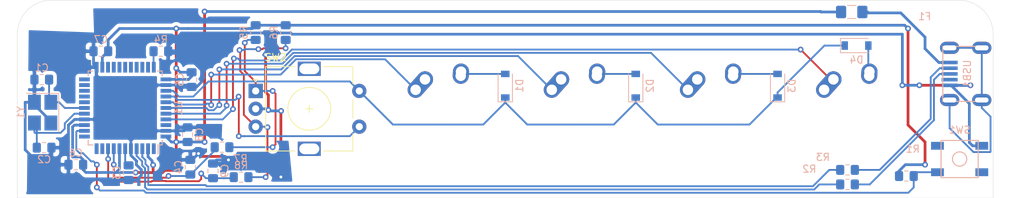
<source format=kicad_pcb>
(kicad_pcb (version 20171130) (host pcbnew "(5.1.5)-3")

  (general
    (thickness 1.6)
    (drawings 10)
    (tracks 433)
    (zones 0)
    (modules 31)
    (nets 47)
  )

  (page A4)
  (layers
    (0 F.Cu signal)
    (31 B.Cu signal)
    (32 B.Adhes user)
    (33 F.Adhes user)
    (34 B.Paste user)
    (35 F.Paste user)
    (36 B.SilkS user)
    (37 F.SilkS user)
    (38 B.Mask user)
    (39 F.Mask user)
    (40 Dwgs.User user)
    (41 Cmts.User user)
    (42 Eco1.User user)
    (43 Eco2.User user)
    (44 Edge.Cuts user)
    (45 Margin user)
    (46 B.CrtYd user)
    (47 F.CrtYd user)
    (48 B.Fab user)
    (49 F.Fab user)
  )

  (setup
    (last_trace_width 0.254)
    (trace_clearance 0.2)
    (zone_clearance 0.508)
    (zone_45_only no)
    (trace_min 0.2)
    (via_size 0.8)
    (via_drill 0.4)
    (via_min_size 0.4)
    (via_min_drill 0.3)
    (uvia_size 0.3)
    (uvia_drill 0.1)
    (uvias_allowed no)
    (uvia_min_size 0.2)
    (uvia_min_drill 0.1)
    (edge_width 0.05)
    (segment_width 0.2)
    (pcb_text_width 0.3)
    (pcb_text_size 1.5 1.5)
    (mod_edge_width 0.12)
    (mod_text_size 1 1)
    (mod_text_width 0.15)
    (pad_size 1.524 1.524)
    (pad_drill 0.762)
    (pad_to_mask_clearance 0.051)
    (solder_mask_min_width 0.25)
    (aux_axis_origin 0 0)
    (visible_elements FFFFFF7F)
    (pcbplotparams
      (layerselection 0x010fc_ffffffff)
      (usegerberextensions false)
      (usegerberattributes false)
      (usegerberadvancedattributes false)
      (creategerberjobfile false)
      (excludeedgelayer true)
      (linewidth 0.100000)
      (plotframeref false)
      (viasonmask false)
      (mode 1)
      (useauxorigin false)
      (hpglpennumber 1)
      (hpglpenspeed 20)
      (hpglpendiameter 15.000000)
      (psnegative false)
      (psa4output false)
      (plotreference true)
      (plotvalue true)
      (plotinvisibletext false)
      (padsonsilk false)
      (subtractmaskfromsilk false)
      (outputformat 1)
      (mirror false)
      (drillshape 1)
      (scaleselection 1)
      (outputdirectory ""))
  )

  (net 0 "")
  (net 1 GND)
  (net 2 "Net-(C1-Pad1)")
  (net 3 "Net-(C2-Pad1)")
  (net 4 "Net-(C3-Pad1)")
  (net 5 REA)
  (net 6 +5V)
  (net 7 REB)
  (net 8 "Net-(D1-Pad2)")
  (net 9 ROW0)
  (net 10 "Net-(D2-Pad2)")
  (net 11 "Net-(D3-Pad2)")
  (net 12 "Net-(D4-Pad2)")
  (net 13 VCC)
  (net 14 COL1)
  (net 15 COL2)
  (net 16 COL3)
  (net 17 COL4)
  (net 18 "Net-(R1-Pad2)")
  (net 19 D+)
  (net 20 "Net-(R2-Pad1)")
  (net 21 D-)
  (net 22 "Net-(R3-Pad1)")
  (net 23 "Net-(R4-Pad2)")
  (net 24 "Net-(R5-Pad2)")
  (net 25 "Net-(R6-Pad2)")
  (net 26 COL0)
  (net 27 "Net-(U1-Pad42)")
  (net 28 "Net-(U1-Pad32)")
  (net 29 "Net-(U1-Pad31)")
  (net 30 "Net-(U1-Pad27)")
  (net 31 "Net-(U1-Pad26)")
  (net 32 "Net-(U1-Pad25)")
  (net 33 "Net-(U1-Pad22)")
  (net 34 "Net-(U1-Pad21)")
  (net 35 "Net-(U1-Pad20)")
  (net 36 "Net-(U1-Pad19)")
  (net 37 "Net-(U1-Pad18)")
  (net 38 "Net-(U1-Pad1)")
  (net 39 "Net-(USB1-Pad6)")
  (net 40 "Net-(USB1-Pad2)")
  (net 41 "Net-(U1-Pad30)")
  (net 42 "Net-(U1-Pad29)")
  (net 43 "Net-(U1-Pad28)")
  (net 44 "Net-(U1-Pad12)")
  (net 45 "Net-(U1-Pad11)")
  (net 46 "Net-(U1-Pad10)")

  (net_class Default "This is the default net class."
    (clearance 0.2)
    (trace_width 0.254)
    (via_dia 0.8)
    (via_drill 0.4)
    (uvia_dia 0.3)
    (uvia_drill 0.1)
    (add_net COL0)
    (add_net COL1)
    (add_net COL2)
    (add_net COL3)
    (add_net COL4)
    (add_net D+)
    (add_net D-)
    (add_net "Net-(C1-Pad1)")
    (add_net "Net-(C2-Pad1)")
    (add_net "Net-(C3-Pad1)")
    (add_net "Net-(D1-Pad2)")
    (add_net "Net-(D2-Pad2)")
    (add_net "Net-(D3-Pad2)")
    (add_net "Net-(D4-Pad2)")
    (add_net "Net-(R1-Pad2)")
    (add_net "Net-(R2-Pad1)")
    (add_net "Net-(R3-Pad1)")
    (add_net "Net-(R4-Pad2)")
    (add_net "Net-(R5-Pad2)")
    (add_net "Net-(R6-Pad2)")
    (add_net "Net-(U1-Pad1)")
    (add_net "Net-(U1-Pad10)")
    (add_net "Net-(U1-Pad11)")
    (add_net "Net-(U1-Pad12)")
    (add_net "Net-(U1-Pad18)")
    (add_net "Net-(U1-Pad19)")
    (add_net "Net-(U1-Pad20)")
    (add_net "Net-(U1-Pad21)")
    (add_net "Net-(U1-Pad22)")
    (add_net "Net-(U1-Pad25)")
    (add_net "Net-(U1-Pad26)")
    (add_net "Net-(U1-Pad27)")
    (add_net "Net-(U1-Pad28)")
    (add_net "Net-(U1-Pad29)")
    (add_net "Net-(U1-Pad30)")
    (add_net "Net-(U1-Pad31)")
    (add_net "Net-(U1-Pad32)")
    (add_net "Net-(U1-Pad42)")
    (add_net "Net-(USB1-Pad2)")
    (add_net "Net-(USB1-Pad6)")
    (add_net REA)
    (add_net REB)
    (add_net ROW0)
  )

  (net_class Power ""
    (clearance 0.2)
    (trace_width 0.381)
    (via_dia 0.8)
    (via_drill 0.4)
    (uvia_dia 0.3)
    (uvia_drill 0.1)
    (add_net +5V)
    (add_net GND)
    (add_net VCC)
  )

  (module Rotary_Encoder:RotaryEncoder_Alps_EC11E-Switch_Vertical_H20mm (layer F.Cu) (tedit 5A74C8CB) (tstamp 5ED0C56E)
    (at 107.95 95.25)
    (descr "Alps rotary encoder, EC12E... with switch, vertical shaft, http://www.alps.com/prod/info/E/HTML/Encoder/Incremental/EC11/EC11E15204A3.html")
    (tags "rotary encoder")
    (path /5ED4B22B)
    (fp_text reference SW2 (at 2.8 -4.7) (layer F.SilkS)
      (effects (font (size 1 1) (thickness 0.15)))
    )
    (fp_text value Rotary_Encoder_Switch (at 7.5 10.4) (layer F.Fab)
      (effects (font (size 1 1) (thickness 0.15)))
    )
    (fp_circle (center 7.5 2.5) (end 10.5 2.5) (layer F.Fab) (width 0.12))
    (fp_circle (center 7.5 2.5) (end 10.5 2.5) (layer F.SilkS) (width 0.12))
    (fp_line (start 16 9.6) (end -1.5 9.6) (layer F.CrtYd) (width 0.05))
    (fp_line (start 16 9.6) (end 16 -4.6) (layer F.CrtYd) (width 0.05))
    (fp_line (start -1.5 -4.6) (end -1.5 9.6) (layer F.CrtYd) (width 0.05))
    (fp_line (start -1.5 -4.6) (end 16 -4.6) (layer F.CrtYd) (width 0.05))
    (fp_line (start 2.5 -3.3) (end 13.5 -3.3) (layer F.Fab) (width 0.12))
    (fp_line (start 13.5 -3.3) (end 13.5 8.3) (layer F.Fab) (width 0.12))
    (fp_line (start 13.5 8.3) (end 1.5 8.3) (layer F.Fab) (width 0.12))
    (fp_line (start 1.5 8.3) (end 1.5 -2.2) (layer F.Fab) (width 0.12))
    (fp_line (start 1.5 -2.2) (end 2.5 -3.3) (layer F.Fab) (width 0.12))
    (fp_line (start 9.5 -3.4) (end 13.6 -3.4) (layer F.SilkS) (width 0.12))
    (fp_line (start 13.6 8.4) (end 9.5 8.4) (layer F.SilkS) (width 0.12))
    (fp_line (start 5.5 8.4) (end 1.4 8.4) (layer F.SilkS) (width 0.12))
    (fp_line (start 5.5 -3.4) (end 1.4 -3.4) (layer F.SilkS) (width 0.12))
    (fp_line (start 1.4 -3.4) (end 1.4 8.4) (layer F.SilkS) (width 0.12))
    (fp_line (start 0 -1.3) (end -0.3 -1.6) (layer F.SilkS) (width 0.12))
    (fp_line (start -0.3 -1.6) (end 0.3 -1.6) (layer F.SilkS) (width 0.12))
    (fp_line (start 0.3 -1.6) (end 0 -1.3) (layer F.SilkS) (width 0.12))
    (fp_line (start 7.5 -0.5) (end 7.5 5.5) (layer F.Fab) (width 0.12))
    (fp_line (start 4.5 2.5) (end 10.5 2.5) (layer F.Fab) (width 0.12))
    (fp_line (start 13.6 -3.4) (end 13.6 -1) (layer F.SilkS) (width 0.12))
    (fp_line (start 13.6 1.2) (end 13.6 3.8) (layer F.SilkS) (width 0.12))
    (fp_line (start 13.6 6) (end 13.6 8.4) (layer F.SilkS) (width 0.12))
    (fp_line (start 7.5 2) (end 7.5 3) (layer F.SilkS) (width 0.12))
    (fp_line (start 7 2.5) (end 8 2.5) (layer F.SilkS) (width 0.12))
    (fp_text user %R (at 11.1 6.3) (layer F.Fab)
      (effects (font (size 1 1) (thickness 0.15)))
    )
    (pad A thru_hole rect (at 0 0) (size 2 2) (drill 1) (layers *.Cu *.Mask)
      (net 24 "Net-(R5-Pad2)"))
    (pad C thru_hole circle (at 0 2.5) (size 2 2) (drill 1) (layers *.Cu *.Mask)
      (net 1 GND))
    (pad B thru_hole circle (at 0 5) (size 2 2) (drill 1) (layers *.Cu *.Mask)
      (net 25 "Net-(R6-Pad2)"))
    (pad MP thru_hole rect (at 7.5 -3.1) (size 3.2 2) (drill oval 2.8 1.5) (layers *.Cu *.Mask))
    (pad MP thru_hole rect (at 7.5 8.1) (size 3.2 2) (drill oval 2.8 1.5) (layers *.Cu *.Mask))
    (pad S2 thru_hole circle (at 14.5 0) (size 2 2) (drill 1) (layers *.Cu *.Mask)
      (net 9 ROW0))
    (pad S1 thru_hole circle (at 14.5 5) (size 2 2) (drill 1) (layers *.Cu *.Mask)
      (net 26 COL0))
    (model ${KISYS3DMOD}/Rotary_Encoder.3dshapes/RotaryEncoder_Alps_EC11E-Switch_Vertical_H20mm.wrl
      (at (xyz 0 0 0))
      (scale (xyz 1 1 1))
      (rotate (xyz 0 0 0))
    )
  )

  (module Resistor_SMD:R_0805_2012Metric_Pad1.15x1.40mm_HandSolder (layer B.Cu) (tedit 5B36C52B) (tstamp 5ED9A742)
    (at 190.763 108.331)
    (descr "Resistor SMD 0805 (2012 Metric), square (rectangular) end terminal, IPC_7351 nominal with elongated pad for handsoldering. (Body size source: https://docs.google.com/spreadsheets/d/1BsfQQcO9C6DZCsRaXUlFlo91Tg2WpOkGARC1WS5S8t0/edit?usp=sharing), generated with kicad-footprint-generator")
    (tags "resistor handsolder")
    (path /5ED18151)
    (attr smd)
    (fp_text reference R2 (at -5.343 -2.159 180) (layer B.SilkS)
      (effects (font (size 1 1) (thickness 0.15)) (justify mirror))
    )
    (fp_text value 22 (at -5.47 -3.556 180) (layer B.Fab)
      (effects (font (size 1 1) (thickness 0.15)) (justify mirror))
    )
    (fp_line (start -1 -0.6) (end -1 0.6) (layer B.Fab) (width 0.1))
    (fp_line (start -1 0.6) (end 1 0.6) (layer B.Fab) (width 0.1))
    (fp_line (start 1 0.6) (end 1 -0.6) (layer B.Fab) (width 0.1))
    (fp_line (start 1 -0.6) (end -1 -0.6) (layer B.Fab) (width 0.1))
    (fp_line (start -0.261252 0.71) (end 0.261252 0.71) (layer B.SilkS) (width 0.12))
    (fp_line (start -0.261252 -0.71) (end 0.261252 -0.71) (layer B.SilkS) (width 0.12))
    (fp_line (start -1.85 -0.95) (end -1.85 0.95) (layer B.CrtYd) (width 0.05))
    (fp_line (start -1.85 0.95) (end 1.85 0.95) (layer B.CrtYd) (width 0.05))
    (fp_line (start 1.85 0.95) (end 1.85 -0.95) (layer B.CrtYd) (width 0.05))
    (fp_line (start 1.85 -0.95) (end -1.85 -0.95) (layer B.CrtYd) (width 0.05))
    (fp_text user %R (at 0 0 180) (layer B.Fab)
      (effects (font (size 0.5 0.5) (thickness 0.08)) (justify mirror))
    )
    (pad 1 smd roundrect (at -1.025 0) (size 1.15 1.4) (layers B.Cu B.Paste B.Mask) (roundrect_rratio 0.217391)
      (net 20 "Net-(R2-Pad1)"))
    (pad 2 smd roundrect (at 1.025 0) (size 1.15 1.4) (layers B.Cu B.Paste B.Mask) (roundrect_rratio 0.217391)
      (net 19 D+))
    (model ${KISYS3DMOD}/Resistor_SMD.3dshapes/R_0805_2012Metric.wrl
      (at (xyz 0 0 0))
      (scale (xyz 1 1 1))
      (rotate (xyz 0 0 0))
    )
  )

  (module Package_QFP:TQFP-44_10x10mm_P0.8mm (layer B.Cu) (tedit 5A02F146) (tstamp 5ED0D5F2)
    (at 89.69375 97.63125 90)
    (descr "44-Lead Plastic Thin Quad Flatpack (PT) - 10x10x1.0 mm Body [TQFP] (see Microchip Packaging Specification 00000049BS.pdf)")
    (tags "QFP 0.8")
    (path /5ECFB102)
    (attr smd)
    (fp_text reference U1 (at 0 7.45 90) (layer B.SilkS)
      (effects (font (size 1 1) (thickness 0.15)) (justify mirror))
    )
    (fp_text value ATmega32U4-AU (at 0 0 180) (layer B.Fab)
      (effects (font (size 1 1) (thickness 0.15)) (justify mirror))
    )
    (fp_line (start -5.175 4.6) (end -6.45 4.6) (layer B.SilkS) (width 0.15))
    (fp_line (start 5.175 5.175) (end 4.5 5.175) (layer B.SilkS) (width 0.15))
    (fp_line (start 5.175 -5.175) (end 4.5 -5.175) (layer B.SilkS) (width 0.15))
    (fp_line (start -5.175 -5.175) (end -4.5 -5.175) (layer B.SilkS) (width 0.15))
    (fp_line (start -5.175 5.175) (end -4.5 5.175) (layer B.SilkS) (width 0.15))
    (fp_line (start -5.175 -5.175) (end -5.175 -4.5) (layer B.SilkS) (width 0.15))
    (fp_line (start 5.175 -5.175) (end 5.175 -4.5) (layer B.SilkS) (width 0.15))
    (fp_line (start 5.175 5.175) (end 5.175 4.5) (layer B.SilkS) (width 0.15))
    (fp_line (start -5.175 5.175) (end -5.175 4.6) (layer B.SilkS) (width 0.15))
    (fp_line (start -6.7 -6.7) (end 6.7 -6.7) (layer B.CrtYd) (width 0.05))
    (fp_line (start -6.7 6.7) (end 6.7 6.7) (layer B.CrtYd) (width 0.05))
    (fp_line (start 6.7 6.7) (end 6.7 -6.7) (layer B.CrtYd) (width 0.05))
    (fp_line (start -6.7 6.7) (end -6.7 -6.7) (layer B.CrtYd) (width 0.05))
    (fp_line (start -5 4) (end -4 5) (layer B.Fab) (width 0.15))
    (fp_line (start -5 -5) (end -5 4) (layer B.Fab) (width 0.15))
    (fp_line (start 5 -5) (end -5 -5) (layer B.Fab) (width 0.15))
    (fp_line (start 5 5) (end 5 -5) (layer B.Fab) (width 0.15))
    (fp_line (start -4 5) (end 5 5) (layer B.Fab) (width 0.15))
    (fp_text user %R (at 0 0 90) (layer B.Fab)
      (effects (font (size 1 1) (thickness 0.15)) (justify mirror))
    )
    (pad 44 smd rect (at -4 5.7) (size 1.5 0.55) (layers B.Cu B.Paste B.Mask)
      (net 6 +5V))
    (pad 43 smd rect (at -3.2 5.7) (size 1.5 0.55) (layers B.Cu B.Paste B.Mask)
      (net 1 GND))
    (pad 42 smd rect (at -2.4 5.7) (size 1.5 0.55) (layers B.Cu B.Paste B.Mask)
      (net 27 "Net-(U1-Pad42)"))
    (pad 41 smd rect (at -1.6 5.7) (size 1.5 0.55) (layers B.Cu B.Paste B.Mask)
      (net 17 COL4))
    (pad 40 smd rect (at -0.8 5.7) (size 1.5 0.55) (layers B.Cu B.Paste B.Mask)
      (net 16 COL3))
    (pad 39 smd rect (at 0 5.7) (size 1.5 0.55) (layers B.Cu B.Paste B.Mask)
      (net 15 COL2))
    (pad 38 smd rect (at 0.8 5.7) (size 1.5 0.55) (layers B.Cu B.Paste B.Mask)
      (net 14 COL1))
    (pad 37 smd rect (at 1.6 5.7) (size 1.5 0.55) (layers B.Cu B.Paste B.Mask)
      (net 26 COL0))
    (pad 36 smd rect (at 2.4 5.7) (size 1.5 0.55) (layers B.Cu B.Paste B.Mask)
      (net 9 ROW0))
    (pad 35 smd rect (at 3.2 5.7) (size 1.5 0.55) (layers B.Cu B.Paste B.Mask)
      (net 1 GND))
    (pad 34 smd rect (at 4 5.7) (size 1.5 0.55) (layers B.Cu B.Paste B.Mask)
      (net 6 +5V))
    (pad 33 smd rect (at 5.7 4 90) (size 1.5 0.55) (layers B.Cu B.Paste B.Mask)
      (net 23 "Net-(R4-Pad2)"))
    (pad 32 smd rect (at 5.7 3.2 90) (size 1.5 0.55) (layers B.Cu B.Paste B.Mask)
      (net 28 "Net-(U1-Pad32)"))
    (pad 31 smd rect (at 5.7 2.4 90) (size 1.5 0.55) (layers B.Cu B.Paste B.Mask)
      (net 29 "Net-(U1-Pad31)"))
    (pad 30 smd rect (at 5.7 1.6 90) (size 1.5 0.55) (layers B.Cu B.Paste B.Mask)
      (net 41 "Net-(U1-Pad30)"))
    (pad 29 smd rect (at 5.7 0.8 90) (size 1.5 0.55) (layers B.Cu B.Paste B.Mask)
      (net 42 "Net-(U1-Pad29)"))
    (pad 28 smd rect (at 5.7 0 90) (size 1.5 0.55) (layers B.Cu B.Paste B.Mask)
      (net 43 "Net-(U1-Pad28)"))
    (pad 27 smd rect (at 5.7 -0.8 90) (size 1.5 0.55) (layers B.Cu B.Paste B.Mask)
      (net 30 "Net-(U1-Pad27)"))
    (pad 26 smd rect (at 5.7 -1.6 90) (size 1.5 0.55) (layers B.Cu B.Paste B.Mask)
      (net 31 "Net-(U1-Pad26)"))
    (pad 25 smd rect (at 5.7 -2.4 90) (size 1.5 0.55) (layers B.Cu B.Paste B.Mask)
      (net 32 "Net-(U1-Pad25)"))
    (pad 24 smd rect (at 5.7 -3.2 90) (size 1.5 0.55) (layers B.Cu B.Paste B.Mask)
      (net 6 +5V))
    (pad 23 smd rect (at 5.7 -4 90) (size 1.5 0.55) (layers B.Cu B.Paste B.Mask)
      (net 1 GND))
    (pad 22 smd rect (at 4 -5.7) (size 1.5 0.55) (layers B.Cu B.Paste B.Mask)
      (net 33 "Net-(U1-Pad22)"))
    (pad 21 smd rect (at 3.2 -5.7) (size 1.5 0.55) (layers B.Cu B.Paste B.Mask)
      (net 34 "Net-(U1-Pad21)"))
    (pad 20 smd rect (at 2.4 -5.7) (size 1.5 0.55) (layers B.Cu B.Paste B.Mask)
      (net 35 "Net-(U1-Pad20)"))
    (pad 19 smd rect (at 1.6 -5.7) (size 1.5 0.55) (layers B.Cu B.Paste B.Mask)
      (net 36 "Net-(U1-Pad19)"))
    (pad 18 smd rect (at 0.8 -5.7) (size 1.5 0.55) (layers B.Cu B.Paste B.Mask)
      (net 37 "Net-(U1-Pad18)"))
    (pad 17 smd rect (at 0 -5.7) (size 1.5 0.55) (layers B.Cu B.Paste B.Mask)
      (net 2 "Net-(C1-Pad1)"))
    (pad 16 smd rect (at -0.8 -5.7) (size 1.5 0.55) (layers B.Cu B.Paste B.Mask)
      (net 3 "Net-(C2-Pad1)"))
    (pad 15 smd rect (at -1.6 -5.7) (size 1.5 0.55) (layers B.Cu B.Paste B.Mask)
      (net 1 GND))
    (pad 14 smd rect (at -2.4 -5.7) (size 1.5 0.55) (layers B.Cu B.Paste B.Mask)
      (net 6 +5V))
    (pad 13 smd rect (at -3.2 -5.7) (size 1.5 0.55) (layers B.Cu B.Paste B.Mask)
      (net 18 "Net-(R1-Pad2)"))
    (pad 12 smd rect (at -4 -5.7) (size 1.5 0.55) (layers B.Cu B.Paste B.Mask)
      (net 44 "Net-(U1-Pad12)"))
    (pad 11 smd rect (at -5.7 -4 90) (size 1.5 0.55) (layers B.Cu B.Paste B.Mask)
      (net 45 "Net-(U1-Pad11)"))
    (pad 10 smd rect (at -5.7 -3.2 90) (size 1.5 0.55) (layers B.Cu B.Paste B.Mask)
      (net 46 "Net-(U1-Pad10)"))
    (pad 9 smd rect (at -5.7 -2.4 90) (size 1.5 0.55) (layers B.Cu B.Paste B.Mask)
      (net 7 REB))
    (pad 8 smd rect (at -5.7 -1.6 90) (size 1.5 0.55) (layers B.Cu B.Paste B.Mask)
      (net 5 REA))
    (pad 7 smd rect (at -5.7 -0.8 90) (size 1.5 0.55) (layers B.Cu B.Paste B.Mask)
      (net 6 +5V))
    (pad 6 smd rect (at -5.7 0 90) (size 1.5 0.55) (layers B.Cu B.Paste B.Mask)
      (net 4 "Net-(C3-Pad1)"))
    (pad 5 smd rect (at -5.7 0.8 90) (size 1.5 0.55) (layers B.Cu B.Paste B.Mask)
      (net 1 GND))
    (pad 4 smd rect (at -5.7 1.6 90) (size 1.5 0.55) (layers B.Cu B.Paste B.Mask)
      (net 20 "Net-(R2-Pad1)"))
    (pad 3 smd rect (at -5.7 2.4 90) (size 1.5 0.55) (layers B.Cu B.Paste B.Mask)
      (net 22 "Net-(R3-Pad1)"))
    (pad 2 smd rect (at -5.7 3.2 90) (size 1.5 0.55) (layers B.Cu B.Paste B.Mask)
      (net 6 +5V))
    (pad 1 smd rect (at -5.7 4 90) (size 1.5 0.55) (layers B.Cu B.Paste B.Mask)
      (net 38 "Net-(U1-Pad1)"))
    (model ${KISYS3DMOD}/Package_QFP.3dshapes/TQFP-44_10x10mm_P0.8mm.wrl
      (at (xyz 0 0 0))
      (scale (xyz 1 1 1))
      (rotate (xyz 0 0 0))
    )
  )

  (module Crystal:Crystal_SMD_3225-4Pin_3.2x2.5mm_HandSoldering (layer B.Cu) (tedit 5A0FD1B2) (tstamp 5ED0D50D)
    (at 78.14375 98.2875 270)
    (descr "SMD Crystal SERIES SMD3225/4 http://www.txccrystal.com/images/pdf/7m-accuracy.pdf, hand-soldering, 3.2x2.5mm^2 package")
    (tags "SMD SMT crystal hand-soldering")
    (path /5ED24E70)
    (attr smd)
    (fp_text reference Y1 (at 0 3.05 90) (layer B.SilkS)
      (effects (font (size 1 1) (thickness 0.15)) (justify mirror))
    )
    (fp_text value Crystal_GND24_Small (at 0 5.11875 90) (layer B.Fab)
      (effects (font (size 1 1) (thickness 0.15)) (justify mirror))
    )
    (fp_line (start 2.8 2.3) (end -2.8 2.3) (layer B.CrtYd) (width 0.05))
    (fp_line (start 2.8 -2.3) (end 2.8 2.3) (layer B.CrtYd) (width 0.05))
    (fp_line (start -2.8 -2.3) (end 2.8 -2.3) (layer B.CrtYd) (width 0.05))
    (fp_line (start -2.8 2.3) (end -2.8 -2.3) (layer B.CrtYd) (width 0.05))
    (fp_line (start -2.7 -2.25) (end 2.7 -2.25) (layer B.SilkS) (width 0.12))
    (fp_line (start -2.7 2.25) (end -2.7 -2.25) (layer B.SilkS) (width 0.12))
    (fp_line (start -1.6 -0.25) (end -0.6 -1.25) (layer B.Fab) (width 0.1))
    (fp_line (start 1.6 1.25) (end -1.6 1.25) (layer B.Fab) (width 0.1))
    (fp_line (start 1.6 -1.25) (end 1.6 1.25) (layer B.Fab) (width 0.1))
    (fp_line (start -1.6 -1.25) (end 1.6 -1.25) (layer B.Fab) (width 0.1))
    (fp_line (start -1.6 1.25) (end -1.6 -1.25) (layer B.Fab) (width 0.1))
    (fp_text user %R (at 0 0 90) (layer B.Fab)
      (effects (font (size 0.7 0.7) (thickness 0.105)) (justify mirror))
    )
    (pad 4 smd rect (at -1.45 1.15 270) (size 2.1 1.8) (layers B.Cu B.Paste B.Mask)
      (net 1 GND))
    (pad 3 smd rect (at 1.45 1.15 270) (size 2.1 1.8) (layers B.Cu B.Paste B.Mask)
      (net 3 "Net-(C2-Pad1)"))
    (pad 2 smd rect (at 1.45 -1.15 270) (size 2.1 1.8) (layers B.Cu B.Paste B.Mask)
      (net 1 GND))
    (pad 1 smd rect (at -1.45 -1.15 270) (size 2.1 1.8) (layers B.Cu B.Paste B.Mask)
      (net 2 "Net-(C1-Pad1)"))
    (model ${KISYS3DMOD}/Crystal.3dshapes/Crystal_SMD_3225-4Pin_3.2x2.5mm_HandSoldering.wrl
      (at (xyz 0 0 0))
      (scale (xyz 1 1 1))
      (rotate (xyz 0 0 0))
    )
  )

  (module random-keyboard-parts:Molex-0548190589 (layer B.Cu) (tedit 5C494815) (tstamp 5ED0C5D1)
    (at 209.55 92.86875 180)
    (path /5ED312CF)
    (attr smd)
    (fp_text reference USB1 (at 2.032 0 270) (layer B.SilkS)
      (effects (font (size 1 1) (thickness 0.15)) (justify mirror))
    )
    (fp_text value Molex-0548190589 (at -5.08 0 270) (layer Dwgs.User)
      (effects (font (size 1 1) (thickness 0.15)))
    )
    (fp_text user %R (at 2 0 270) (layer B.CrtYd)
      (effects (font (size 1 1) (thickness 0.15)) (justify mirror))
    )
    (fp_line (start 3.25 1.25) (end 5.5 1.25) (layer B.CrtYd) (width 0.15))
    (fp_line (start 5.5 0.5) (end 3.25 0.5) (layer B.CrtYd) (width 0.15))
    (fp_line (start 3.25 -0.5) (end 5.5 -0.5) (layer B.CrtYd) (width 0.15))
    (fp_line (start 5.5 -1.25) (end 3.25 -1.25) (layer B.CrtYd) (width 0.15))
    (fp_line (start 3.25 -2) (end 5.5 -2) (layer B.CrtYd) (width 0.15))
    (fp_line (start 3.25 2) (end 3.25 -2) (layer B.CrtYd) (width 0.15))
    (fp_line (start 5.5 2) (end 3.25 2) (layer B.CrtYd) (width 0.15))
    (fp_line (start -3.75 -3.75) (end -3.75 3.75) (layer B.CrtYd) (width 0.15))
    (fp_line (start 5.5 -3.75) (end -3.75 -3.75) (layer B.CrtYd) (width 0.15))
    (fp_line (start 5.5 3.75) (end 5.5 -3.75) (layer B.CrtYd) (width 0.15))
    (fp_line (start -3.75 3.75) (end 5.5 3.75) (layer B.CrtYd) (width 0.15))
    (fp_line (start 0 3.85) (end 5.45 3.85) (layer B.SilkS) (width 0.15))
    (fp_line (start 0 -3.85) (end 5.45 -3.85) (layer B.SilkS) (width 0.15))
    (fp_line (start 5.45 3.85) (end 5.45 -3.85) (layer B.SilkS) (width 0.15))
    (fp_line (start -3.75 3.85) (end 0 3.85) (layer Dwgs.User) (width 0.15))
    (fp_line (start -3.75 -3.85) (end 0 -3.85) (layer Dwgs.User) (width 0.15))
    (fp_line (start -1.75 4.572) (end -1.75 -4.572) (layer Dwgs.User) (width 0.15))
    (fp_line (start -3.75 3.85) (end -3.75 -3.85) (layer Dwgs.User) (width 0.15))
    (pad 6 thru_hole oval (at 0 3.65 180) (size 2.7 1.7) (drill oval 1.9 0.7) (layers *.Cu *.Mask)
      (net 39 "Net-(USB1-Pad6)"))
    (pad 6 thru_hole oval (at 0 -3.65 180) (size 2.7 1.7) (drill oval 1.9 0.7) (layers *.Cu *.Mask)
      (net 39 "Net-(USB1-Pad6)"))
    (pad 6 thru_hole oval (at 4.5 -3.65 180) (size 2.7 1.7) (drill oval 1.9 0.7) (layers *.Cu *.Mask)
      (net 39 "Net-(USB1-Pad6)"))
    (pad 6 thru_hole oval (at 4.5 3.65 180) (size 2.7 1.7) (drill oval 1.9 0.7) (layers *.Cu *.Mask)
      (net 39 "Net-(USB1-Pad6)"))
    (pad 5 smd rect (at 4.5 1.6 180) (size 2.25 0.5) (layers B.Cu B.Paste B.Mask)
      (net 13 VCC))
    (pad 4 smd rect (at 4.5 0.8 180) (size 2.25 0.5) (layers B.Cu B.Paste B.Mask)
      (net 21 D-))
    (pad 3 smd rect (at 4.5 0 180) (size 2.25 0.5) (layers B.Cu B.Paste B.Mask)
      (net 19 D+))
    (pad 2 smd rect (at 4.5 -0.8 180) (size 2.25 0.5) (layers B.Cu B.Paste B.Mask)
      (net 40 "Net-(USB1-Pad2)"))
    (pad 1 smd rect (at 4.5 -1.6 180) (size 2.25 0.5) (layers B.Cu B.Paste B.Mask)
      (net 1 GND))
  )

  (module random-keyboard-parts:SKQG-1155865 (layer B.Cu) (tedit 5E62B398) (tstamp 5ED0C548)
    (at 206.45 104.775)
    (path /5ED2BF8D)
    (attr smd)
    (fp_text reference SW1 (at 0 -4.064) (layer B.SilkS)
      (effects (font (size 1 1) (thickness 0.15)) (justify mirror))
    )
    (fp_text value SW_Push (at 0 4.064) (layer B.Fab)
      (effects (font (size 1 1) (thickness 0.15)) (justify mirror))
    )
    (fp_line (start -2.6 2.6) (end 2.6 2.6) (layer B.SilkS) (width 0.15))
    (fp_line (start 2.6 2.6) (end 2.6 -2.6) (layer B.SilkS) (width 0.15))
    (fp_line (start 2.6 -2.6) (end -2.6 -2.6) (layer B.SilkS) (width 0.15))
    (fp_line (start -2.6 -2.6) (end -2.6 2.6) (layer B.SilkS) (width 0.15))
    (fp_circle (center 0 0) (end 1 0) (layer B.SilkS) (width 0.15))
    (fp_line (start -4.2 2.6) (end 4.2 2.6) (layer B.Fab) (width 0.15))
    (fp_line (start 4.2 2.6) (end 4.2 1.2) (layer B.Fab) (width 0.15))
    (fp_line (start 4.2 1.1) (end 2.6 1.1) (layer B.Fab) (width 0.15))
    (fp_line (start 2.6 1.1) (end 2.6 -1.1) (layer B.Fab) (width 0.15))
    (fp_line (start 2.6 -1.1) (end 4.2 -1.1) (layer B.Fab) (width 0.15))
    (fp_line (start 4.2 -1.1) (end 4.2 -2.6) (layer B.Fab) (width 0.15))
    (fp_line (start 4.2 -2.6) (end -4.2 -2.6) (layer B.Fab) (width 0.15))
    (fp_line (start -4.2 -2.6) (end -4.2 -1.1) (layer B.Fab) (width 0.15))
    (fp_line (start -4.2 -1.1) (end -2.6 -1.1) (layer B.Fab) (width 0.15))
    (fp_line (start -2.6 -1.1) (end -2.6 1.1) (layer B.Fab) (width 0.15))
    (fp_line (start -2.6 1.1) (end -4.2 1.1) (layer B.Fab) (width 0.15))
    (fp_line (start -4.2 1.1) (end -4.2 2.6) (layer B.Fab) (width 0.15))
    (fp_circle (center 0 0) (end 1 0) (layer B.Fab) (width 0.15))
    (fp_line (start -2.6 1.1) (end -1.1 2.6) (layer B.Fab) (width 0.15))
    (fp_line (start 2.6 1.1) (end 1.1 2.6) (layer B.Fab) (width 0.15))
    (fp_line (start 2.6 -1.1) (end 1.1 -2.6) (layer B.Fab) (width 0.15))
    (fp_line (start -2.6 -1.1) (end -1.1 -2.6) (layer B.Fab) (width 0.15))
    (pad 4 smd rect (at -3.1 -1.85) (size 1.8 1.1) (layers B.Cu B.Paste B.Mask))
    (pad 3 smd rect (at 3.1 1.85) (size 1.8 1.1) (layers B.Cu B.Paste B.Mask))
    (pad 2 smd rect (at -3.1 1.85) (size 1.8 1.1) (layers B.Cu B.Paste B.Mask)
      (net 18 "Net-(R1-Pad2)"))
    (pad 1 smd rect (at 3.1 -1.85) (size 1.8 1.1) (layers B.Cu B.Paste B.Mask)
      (net 1 GND))
    (model ${KISYS3DMOD}/Button_Switch_SMD.3dshapes/SW_SPST_TL3342.step
      (at (xyz 0 0 0))
      (scale (xyz 1 1 1))
      (rotate (xyz 0 0 0))
    )
  )

  (module Resistor_SMD:R_0805_2012Metric_Pad1.15x1.40mm_HandSolder (layer B.Cu) (tedit 5B36C52B) (tstamp 5ED0C52A)
    (at 105.909 107.315 180)
    (descr "Resistor SMD 0805 (2012 Metric), square (rectangular) end terminal, IPC_7351 nominal with elongated pad for handsoldering. (Body size source: https://docs.google.com/spreadsheets/d/1BsfQQcO9C6DZCsRaXUlFlo91Tg2WpOkGARC1WS5S8t0/edit?usp=sharing), generated with kicad-footprint-generator")
    (tags "resistor handsolder")
    (path /5ED6CA5E)
    (attr smd)
    (fp_text reference R8 (at 0 1.65) (layer B.SilkS)
      (effects (font (size 1 1) (thickness 0.15)) (justify mirror))
    )
    (fp_text value 10k (at 0 -1.65) (layer B.Fab)
      (effects (font (size 1 1) (thickness 0.15)) (justify mirror))
    )
    (fp_text user %R (at -0.23125 0) (layer B.Fab)
      (effects (font (size 0.5 0.5) (thickness 0.08)) (justify mirror))
    )
    (fp_line (start 1.85 -0.95) (end -1.85 -0.95) (layer B.CrtYd) (width 0.05))
    (fp_line (start 1.85 0.95) (end 1.85 -0.95) (layer B.CrtYd) (width 0.05))
    (fp_line (start -1.85 0.95) (end 1.85 0.95) (layer B.CrtYd) (width 0.05))
    (fp_line (start -1.85 -0.95) (end -1.85 0.95) (layer B.CrtYd) (width 0.05))
    (fp_line (start -0.261252 -0.71) (end 0.261252 -0.71) (layer B.SilkS) (width 0.12))
    (fp_line (start -0.261252 0.71) (end 0.261252 0.71) (layer B.SilkS) (width 0.12))
    (fp_line (start 1 -0.6) (end -1 -0.6) (layer B.Fab) (width 0.1))
    (fp_line (start 1 0.6) (end 1 -0.6) (layer B.Fab) (width 0.1))
    (fp_line (start -1 0.6) (end 1 0.6) (layer B.Fab) (width 0.1))
    (fp_line (start -1 -0.6) (end -1 0.6) (layer B.Fab) (width 0.1))
    (pad 2 smd roundrect (at 1.025 0 180) (size 1.15 1.4) (layers B.Cu B.Paste B.Mask) (roundrect_rratio 0.217391)
      (net 7 REB))
    (pad 1 smd roundrect (at -1.025 0 180) (size 1.15 1.4) (layers B.Cu B.Paste B.Mask) (roundrect_rratio 0.217391)
      (net 25 "Net-(R6-Pad2)"))
    (model ${KISYS3DMOD}/Resistor_SMD.3dshapes/R_0805_2012Metric.wrl
      (at (xyz 0 0 0))
      (scale (xyz 1 1 1))
      (rotate (xyz 0 0 0))
    )
  )

  (module Resistor_SMD:R_0805_2012Metric_Pad1.15x1.40mm_HandSolder (layer B.Cu) (tedit 5B36C52B) (tstamp 5ED0C519)
    (at 103.242 103.124 180)
    (descr "Resistor SMD 0805 (2012 Metric), square (rectangular) end terminal, IPC_7351 nominal with elongated pad for handsoldering. (Body size source: https://docs.google.com/spreadsheets/d/1BsfQQcO9C6DZCsRaXUlFlo91Tg2WpOkGARC1WS5S8t0/edit?usp=sharing), generated with kicad-footprint-generator")
    (tags "resistor handsolder")
    (path /5ED6BEAF)
    (attr smd)
    (fp_text reference R7 (at -2.6125 -1.5875) (layer B.SilkS)
      (effects (font (size 1 1) (thickness 0.15)) (justify mirror))
    )
    (fp_text value 10k (at 0 -1.65) (layer B.Fab)
      (effects (font (size 1 1) (thickness 0.15)) (justify mirror))
    )
    (fp_text user %R (at 0 0) (layer B.Fab)
      (effects (font (size 0.5 0.5) (thickness 0.08)) (justify mirror))
    )
    (fp_line (start 1.85 -0.95) (end -1.85 -0.95) (layer B.CrtYd) (width 0.05))
    (fp_line (start 1.85 0.95) (end 1.85 -0.95) (layer B.CrtYd) (width 0.05))
    (fp_line (start -1.85 0.95) (end 1.85 0.95) (layer B.CrtYd) (width 0.05))
    (fp_line (start -1.85 -0.95) (end -1.85 0.95) (layer B.CrtYd) (width 0.05))
    (fp_line (start -0.261252 -0.71) (end 0.261252 -0.71) (layer B.SilkS) (width 0.12))
    (fp_line (start -0.261252 0.71) (end 0.261252 0.71) (layer B.SilkS) (width 0.12))
    (fp_line (start 1 -0.6) (end -1 -0.6) (layer B.Fab) (width 0.1))
    (fp_line (start 1 0.6) (end 1 -0.6) (layer B.Fab) (width 0.1))
    (fp_line (start -1 0.6) (end 1 0.6) (layer B.Fab) (width 0.1))
    (fp_line (start -1 -0.6) (end -1 0.6) (layer B.Fab) (width 0.1))
    (pad 2 smd roundrect (at 1.025 0 180) (size 1.15 1.4) (layers B.Cu B.Paste B.Mask) (roundrect_rratio 0.217391)
      (net 5 REA))
    (pad 1 smd roundrect (at -1.025 0 180) (size 1.15 1.4) (layers B.Cu B.Paste B.Mask) (roundrect_rratio 0.217391)
      (net 24 "Net-(R5-Pad2)"))
    (model ${KISYS3DMOD}/Resistor_SMD.3dshapes/R_0805_2012Metric.wrl
      (at (xyz 0 0 0))
      (scale (xyz 1 1 1))
      (rotate (xyz 0 0 0))
    )
  )

  (module Resistor_SMD:R_0805_2012Metric_Pad1.15x1.40mm_HandSolder (layer B.Cu) (tedit 5B36C52B) (tstamp 5ED0C508)
    (at 112.15 87.08125 270)
    (descr "Resistor SMD 0805 (2012 Metric), square (rectangular) end terminal, IPC_7351 nominal with elongated pad for handsoldering. (Body size source: https://docs.google.com/spreadsheets/d/1BsfQQcO9C6DZCsRaXUlFlo91Tg2WpOkGARC1WS5S8t0/edit?usp=sharing), generated with kicad-footprint-generator")
    (tags "resistor handsolder")
    (path /5ED89FE0)
    (attr smd)
    (fp_text reference R6 (at 0 1.65 90) (layer B.SilkS)
      (effects (font (size 1 1) (thickness 0.15)) (justify mirror))
    )
    (fp_text value 10k (at 0 -1.65 90) (layer B.Fab)
      (effects (font (size 1 1) (thickness 0.15)) (justify mirror))
    )
    (fp_text user %R (at 0 0.118751 90) (layer B.Fab)
      (effects (font (size 0.5 0.5) (thickness 0.08)) (justify mirror))
    )
    (fp_line (start 1.85 -0.95) (end -1.85 -0.95) (layer B.CrtYd) (width 0.05))
    (fp_line (start 1.85 0.95) (end 1.85 -0.95) (layer B.CrtYd) (width 0.05))
    (fp_line (start -1.85 0.95) (end 1.85 0.95) (layer B.CrtYd) (width 0.05))
    (fp_line (start -1.85 -0.95) (end -1.85 0.95) (layer B.CrtYd) (width 0.05))
    (fp_line (start -0.261252 -0.71) (end 0.261252 -0.71) (layer B.SilkS) (width 0.12))
    (fp_line (start -0.261252 0.71) (end 0.261252 0.71) (layer B.SilkS) (width 0.12))
    (fp_line (start 1 -0.6) (end -1 -0.6) (layer B.Fab) (width 0.1))
    (fp_line (start 1 0.6) (end 1 -0.6) (layer B.Fab) (width 0.1))
    (fp_line (start -1 0.6) (end 1 0.6) (layer B.Fab) (width 0.1))
    (fp_line (start -1 -0.6) (end -1 0.6) (layer B.Fab) (width 0.1))
    (pad 2 smd roundrect (at 1.025 0 270) (size 1.15 1.4) (layers B.Cu B.Paste B.Mask) (roundrect_rratio 0.217391)
      (net 25 "Net-(R6-Pad2)"))
    (pad 1 smd roundrect (at -1.025 0 270) (size 1.15 1.4) (layers B.Cu B.Paste B.Mask) (roundrect_rratio 0.217391)
      (net 6 +5V))
    (model ${KISYS3DMOD}/Resistor_SMD.3dshapes/R_0805_2012Metric.wrl
      (at (xyz 0 0 0))
      (scale (xyz 1 1 1))
      (rotate (xyz 0 0 0))
    )
  )

  (module Resistor_SMD:R_0805_2012Metric_Pad1.15x1.40mm_HandSolder (layer B.Cu) (tedit 5B36C52B) (tstamp 5ED0C4F7)
    (at 107.95 87.08125 270)
    (descr "Resistor SMD 0805 (2012 Metric), square (rectangular) end terminal, IPC_7351 nominal with elongated pad for handsoldering. (Body size source: https://docs.google.com/spreadsheets/d/1BsfQQcO9C6DZCsRaXUlFlo91Tg2WpOkGARC1WS5S8t0/edit?usp=sharing), generated with kicad-footprint-generator")
    (tags "resistor handsolder")
    (path /5ED86EB9)
    (attr smd)
    (fp_text reference R5 (at 0 1.65 90) (layer B.SilkS)
      (effects (font (size 1 1) (thickness 0.15)) (justify mirror))
    )
    (fp_text value 10k (at 0 -1.65 90) (layer B.Fab)
      (effects (font (size 1 1) (thickness 0.15)) (justify mirror))
    )
    (fp_text user %R (at 0 0 90) (layer B.Fab)
      (effects (font (size 0.5 0.5) (thickness 0.08)) (justify mirror))
    )
    (fp_line (start 1.85 -0.95) (end -1.85 -0.95) (layer B.CrtYd) (width 0.05))
    (fp_line (start 1.85 0.95) (end 1.85 -0.95) (layer B.CrtYd) (width 0.05))
    (fp_line (start -1.85 0.95) (end 1.85 0.95) (layer B.CrtYd) (width 0.05))
    (fp_line (start -1.85 -0.95) (end -1.85 0.95) (layer B.CrtYd) (width 0.05))
    (fp_line (start -0.261252 -0.71) (end 0.261252 -0.71) (layer B.SilkS) (width 0.12))
    (fp_line (start -0.261252 0.71) (end 0.261252 0.71) (layer B.SilkS) (width 0.12))
    (fp_line (start 1 -0.6) (end -1 -0.6) (layer B.Fab) (width 0.1))
    (fp_line (start 1 0.6) (end 1 -0.6) (layer B.Fab) (width 0.1))
    (fp_line (start -1 0.6) (end 1 0.6) (layer B.Fab) (width 0.1))
    (fp_line (start -1 -0.6) (end -1 0.6) (layer B.Fab) (width 0.1))
    (pad 2 smd roundrect (at 1.025 0 270) (size 1.15 1.4) (layers B.Cu B.Paste B.Mask) (roundrect_rratio 0.217391)
      (net 24 "Net-(R5-Pad2)"))
    (pad 1 smd roundrect (at -1.025 0 270) (size 1.15 1.4) (layers B.Cu B.Paste B.Mask) (roundrect_rratio 0.217391)
      (net 6 +5V))
    (model ${KISYS3DMOD}/Resistor_SMD.3dshapes/R_0805_2012Metric.wrl
      (at (xyz 0 0 0))
      (scale (xyz 1 1 1))
      (rotate (xyz 0 0 0))
    )
  )

  (module Resistor_SMD:R_0805_2012Metric_Pad1.15x1.40mm_HandSolder (layer B.Cu) (tedit 5B36C52B) (tstamp 5ED0C4E6)
    (at 94.6875 89.69375 180)
    (descr "Resistor SMD 0805 (2012 Metric), square (rectangular) end terminal, IPC_7351 nominal with elongated pad for handsoldering. (Body size source: https://docs.google.com/spreadsheets/d/1BsfQQcO9C6DZCsRaXUlFlo91Tg2WpOkGARC1WS5S8t0/edit?usp=sharing), generated with kicad-footprint-generator")
    (tags "resistor handsolder")
    (path /5ECF6C98)
    (attr smd)
    (fp_text reference R4 (at 0 1.65) (layer B.SilkS)
      (effects (font (size 1 1) (thickness 0.15)) (justify mirror))
    )
    (fp_text value 10k (at 0 -1.65) (layer B.Fab)
      (effects (font (size 1 1) (thickness 0.15)) (justify mirror))
    )
    (fp_text user %R (at 0 0) (layer B.Fab)
      (effects (font (size 0.5 0.5) (thickness 0.08)) (justify mirror))
    )
    (fp_line (start 1.85 -0.95) (end -1.85 -0.95) (layer B.CrtYd) (width 0.05))
    (fp_line (start 1.85 0.95) (end 1.85 -0.95) (layer B.CrtYd) (width 0.05))
    (fp_line (start -1.85 0.95) (end 1.85 0.95) (layer B.CrtYd) (width 0.05))
    (fp_line (start -1.85 -0.95) (end -1.85 0.95) (layer B.CrtYd) (width 0.05))
    (fp_line (start -0.261252 -0.71) (end 0.261252 -0.71) (layer B.SilkS) (width 0.12))
    (fp_line (start -0.261252 0.71) (end 0.261252 0.71) (layer B.SilkS) (width 0.12))
    (fp_line (start 1 -0.6) (end -1 -0.6) (layer B.Fab) (width 0.1))
    (fp_line (start 1 0.6) (end 1 -0.6) (layer B.Fab) (width 0.1))
    (fp_line (start -1 0.6) (end 1 0.6) (layer B.Fab) (width 0.1))
    (fp_line (start -1 -0.6) (end -1 0.6) (layer B.Fab) (width 0.1))
    (pad 2 smd roundrect (at 1.025 0 180) (size 1.15 1.4) (layers B.Cu B.Paste B.Mask) (roundrect_rratio 0.217391)
      (net 23 "Net-(R4-Pad2)"))
    (pad 1 smd roundrect (at -1.025 0 180) (size 1.15 1.4) (layers B.Cu B.Paste B.Mask) (roundrect_rratio 0.217391)
      (net 1 GND))
    (model ${KISYS3DMOD}/Resistor_SMD.3dshapes/R_0805_2012Metric.wrl
      (at (xyz 0 0 0))
      (scale (xyz 1 1 1))
      (rotate (xyz 0 0 0))
    )
  )

  (module Resistor_SMD:R_0805_2012Metric_Pad1.15x1.40mm_HandSolder (layer B.Cu) (tedit 5B36C52B) (tstamp 5ED0C4D5)
    (at 190.763 106.299)
    (descr "Resistor SMD 0805 (2012 Metric), square (rectangular) end terminal, IPC_7351 nominal with elongated pad for handsoldering. (Body size source: https://docs.google.com/spreadsheets/d/1BsfQQcO9C6DZCsRaXUlFlo91Tg2WpOkGARC1WS5S8t0/edit?usp=sharing), generated with kicad-footprint-generator")
    (tags "resistor handsolder")
    (path /5ED18EB5)
    (attr smd)
    (fp_text reference R3 (at -3.438 -1.778 180) (layer B.SilkS)
      (effects (font (size 1 1) (thickness 0.15)) (justify mirror))
    )
    (fp_text value 22 (at -3.565 -3.175 180) (layer B.Fab)
      (effects (font (size 1 1) (thickness 0.15)) (justify mirror))
    )
    (fp_text user %R (at 0 0 180) (layer B.Fab)
      (effects (font (size 0.5 0.5) (thickness 0.08)) (justify mirror))
    )
    (fp_line (start 1.85 -0.95) (end -1.85 -0.95) (layer B.CrtYd) (width 0.05))
    (fp_line (start 1.85 0.95) (end 1.85 -0.95) (layer B.CrtYd) (width 0.05))
    (fp_line (start -1.85 0.95) (end 1.85 0.95) (layer B.CrtYd) (width 0.05))
    (fp_line (start -1.85 -0.95) (end -1.85 0.95) (layer B.CrtYd) (width 0.05))
    (fp_line (start -0.261252 -0.71) (end 0.261252 -0.71) (layer B.SilkS) (width 0.12))
    (fp_line (start -0.261252 0.71) (end 0.261252 0.71) (layer B.SilkS) (width 0.12))
    (fp_line (start 1 -0.6) (end -1 -0.6) (layer B.Fab) (width 0.1))
    (fp_line (start 1 0.6) (end 1 -0.6) (layer B.Fab) (width 0.1))
    (fp_line (start -1 0.6) (end 1 0.6) (layer B.Fab) (width 0.1))
    (fp_line (start -1 -0.6) (end -1 0.6) (layer B.Fab) (width 0.1))
    (pad 2 smd roundrect (at 1.025 0) (size 1.15 1.4) (layers B.Cu B.Paste B.Mask) (roundrect_rratio 0.217391)
      (net 21 D-))
    (pad 1 smd roundrect (at -1.025 0) (size 1.15 1.4) (layers B.Cu B.Paste B.Mask) (roundrect_rratio 0.217391)
      (net 22 "Net-(R3-Pad1)"))
    (model ${KISYS3DMOD}/Resistor_SMD.3dshapes/R_0805_2012Metric.wrl
      (at (xyz 0 0 0))
      (scale (xyz 1 1 1))
      (rotate (xyz 0 0 0))
    )
  )

  (module Resistor_SMD:R_0805_2012Metric_Pad1.15x1.40mm_HandSolder (layer B.Cu) (tedit 5B36C52B) (tstamp 5ED0C4B3)
    (at 199 107.15625)
    (descr "Resistor SMD 0805 (2012 Metric), square (rectangular) end terminal, IPC_7351 nominal with elongated pad for handsoldering. (Body size source: https://docs.google.com/spreadsheets/d/1BsfQQcO9C6DZCsRaXUlFlo91Tg2WpOkGARC1WS5S8t0/edit?usp=sharing), generated with kicad-footprint-generator")
    (tags "resistor handsolder")
    (path /5ED2F28F)
    (attr smd)
    (fp_text reference R1 (at 0.898 -3.77825) (layer B.SilkS)
      (effects (font (size 1 1) (thickness 0.15)) (justify mirror))
    )
    (fp_text value 10k (at 0.771 -2.50825) (layer B.Fab)
      (effects (font (size 1 1) (thickness 0.15)) (justify mirror))
    )
    (fp_text user %R (at 0 0) (layer B.Fab)
      (effects (font (size 0.5 0.5) (thickness 0.08)) (justify mirror))
    )
    (fp_line (start 1.85 -0.95) (end -1.85 -0.95) (layer B.CrtYd) (width 0.05))
    (fp_line (start 1.85 0.95) (end 1.85 -0.95) (layer B.CrtYd) (width 0.05))
    (fp_line (start -1.85 0.95) (end 1.85 0.95) (layer B.CrtYd) (width 0.05))
    (fp_line (start -1.85 -0.95) (end -1.85 0.95) (layer B.CrtYd) (width 0.05))
    (fp_line (start -0.261252 -0.71) (end 0.261252 -0.71) (layer B.SilkS) (width 0.12))
    (fp_line (start -0.261252 0.71) (end 0.261252 0.71) (layer B.SilkS) (width 0.12))
    (fp_line (start 1 -0.6) (end -1 -0.6) (layer B.Fab) (width 0.1))
    (fp_line (start 1 0.6) (end 1 -0.6) (layer B.Fab) (width 0.1))
    (fp_line (start -1 0.6) (end 1 0.6) (layer B.Fab) (width 0.1))
    (fp_line (start -1 -0.6) (end -1 0.6) (layer B.Fab) (width 0.1))
    (pad 2 smd roundrect (at 1.025 0) (size 1.15 1.4) (layers B.Cu B.Paste B.Mask) (roundrect_rratio 0.217391)
      (net 18 "Net-(R1-Pad2)"))
    (pad 1 smd roundrect (at -1.025 0) (size 1.15 1.4) (layers B.Cu B.Paste B.Mask) (roundrect_rratio 0.217391)
      (net 6 +5V))
    (model ${KISYS3DMOD}/Resistor_SMD.3dshapes/R_0805_2012Metric.wrl
      (at (xyz 0 0 0))
      (scale (xyz 1 1 1))
      (rotate (xyz 0 0 0))
    )
  )

  (module MX_Alps_Hybrid_2:MX-1U-NoLED (layer F.Cu) (tedit 5A9F5203) (tstamp 5ED0C4A2)
    (at 191.29375 97.63125)
    (path /5ED42401)
    (fp_text reference MX4 (at 0 3.175) (layer Dwgs.User)
      (effects (font (size 1 1) (thickness 0.15)))
    )
    (fp_text value MX-NoLED (at 0 -7.9375) (layer Dwgs.User)
      (effects (font (size 1 1) (thickness 0.15)))
    )
    (fp_line (start -9.525 9.525) (end -9.525 -9.525) (layer Dwgs.User) (width 0.15))
    (fp_line (start 9.525 9.525) (end -9.525 9.525) (layer Dwgs.User) (width 0.15))
    (fp_line (start 9.525 -9.525) (end 9.525 9.525) (layer Dwgs.User) (width 0.15))
    (fp_line (start -9.525 -9.525) (end 9.525 -9.525) (layer Dwgs.User) (width 0.15))
    (fp_line (start -7 -7) (end -7 -5) (layer Dwgs.User) (width 0.15))
    (fp_line (start -5 -7) (end -7 -7) (layer Dwgs.User) (width 0.15))
    (fp_line (start -7 7) (end -5 7) (layer Dwgs.User) (width 0.15))
    (fp_line (start -7 5) (end -7 7) (layer Dwgs.User) (width 0.15))
    (fp_line (start 7 7) (end 7 5) (layer Dwgs.User) (width 0.15))
    (fp_line (start 5 7) (end 7 7) (layer Dwgs.User) (width 0.15))
    (fp_line (start 7 -7) (end 7 -5) (layer Dwgs.User) (width 0.15))
    (fp_line (start 5 -7) (end 7 -7) (layer Dwgs.User) (width 0.15))
    (pad "" np_thru_hole circle (at 5.08 0 48.0996) (size 1.75 1.75) (drill 1.75) (layers *.Cu *.Mask))
    (pad "" np_thru_hole circle (at -5.08 0 48.0996) (size 1.75 1.75) (drill 1.75) (layers *.Cu *.Mask))
    (pad 1 thru_hole circle (at -2.5 -4) (size 2.25 2.25) (drill 1.47) (layers *.Cu B.Mask)
      (net 17 COL4))
    (pad "" np_thru_hole circle (at 0 0) (size 3.9878 3.9878) (drill 3.9878) (layers *.Cu *.Mask))
    (pad 1 thru_hole oval (at -3.81 -2.54 48.0996) (size 4.211556 2.25) (drill 1.47 (offset 0.980778 0)) (layers *.Cu B.Mask)
      (net 17 COL4))
    (pad 2 thru_hole circle (at 2.54 -5.08) (size 2.25 2.25) (drill 1.47) (layers *.Cu B.Mask)
      (net 12 "Net-(D4-Pad2)"))
    (pad 2 thru_hole oval (at 2.5 -4.5 86.0548) (size 2.831378 2.25) (drill 1.47 (offset 0.290689 0)) (layers *.Cu B.Mask)
      (net 12 "Net-(D4-Pad2)"))
  )

  (module MX_Alps_Hybrid_2:MX-1U-NoLED (layer F.Cu) (tedit 5A9F5203) (tstamp 5ED0C48B)
    (at 172.24375 97.63125)
    (path /5ED40D78)
    (fp_text reference MX3 (at 0 3.175) (layer Dwgs.User)
      (effects (font (size 1 1) (thickness 0.15)))
    )
    (fp_text value MX-NoLED (at 0 -7.9375) (layer Dwgs.User)
      (effects (font (size 1 1) (thickness 0.15)))
    )
    (fp_line (start -9.525 9.525) (end -9.525 -9.525) (layer Dwgs.User) (width 0.15))
    (fp_line (start 9.525 9.525) (end -9.525 9.525) (layer Dwgs.User) (width 0.15))
    (fp_line (start 9.525 -9.525) (end 9.525 9.525) (layer Dwgs.User) (width 0.15))
    (fp_line (start -9.525 -9.525) (end 9.525 -9.525) (layer Dwgs.User) (width 0.15))
    (fp_line (start -7 -7) (end -7 -5) (layer Dwgs.User) (width 0.15))
    (fp_line (start -5 -7) (end -7 -7) (layer Dwgs.User) (width 0.15))
    (fp_line (start -7 7) (end -5 7) (layer Dwgs.User) (width 0.15))
    (fp_line (start -7 5) (end -7 7) (layer Dwgs.User) (width 0.15))
    (fp_line (start 7 7) (end 7 5) (layer Dwgs.User) (width 0.15))
    (fp_line (start 5 7) (end 7 7) (layer Dwgs.User) (width 0.15))
    (fp_line (start 7 -7) (end 7 -5) (layer Dwgs.User) (width 0.15))
    (fp_line (start 5 -7) (end 7 -7) (layer Dwgs.User) (width 0.15))
    (pad "" np_thru_hole circle (at 5.08 0 48.0996) (size 1.75 1.75) (drill 1.75) (layers *.Cu *.Mask))
    (pad "" np_thru_hole circle (at -5.08 0 48.0996) (size 1.75 1.75) (drill 1.75) (layers *.Cu *.Mask))
    (pad 1 thru_hole circle (at -2.5 -4) (size 2.25 2.25) (drill 1.47) (layers *.Cu B.Mask)
      (net 16 COL3))
    (pad "" np_thru_hole circle (at 0 0) (size 3.9878 3.9878) (drill 3.9878) (layers *.Cu *.Mask))
    (pad 1 thru_hole oval (at -3.81 -2.54 48.0996) (size 4.211556 2.25) (drill 1.47 (offset 0.980778 0)) (layers *.Cu B.Mask)
      (net 16 COL3))
    (pad 2 thru_hole circle (at 2.54 -5.08) (size 2.25 2.25) (drill 1.47) (layers *.Cu B.Mask)
      (net 11 "Net-(D3-Pad2)"))
    (pad 2 thru_hole oval (at 2.5 -4.5 86.0548) (size 2.831378 2.25) (drill 1.47 (offset 0.290689 0)) (layers *.Cu B.Mask)
      (net 11 "Net-(D3-Pad2)"))
  )

  (module MX_Alps_Hybrid_2:MX-1U-NoLED (layer F.Cu) (tedit 5A9F5203) (tstamp 5ED0C474)
    (at 153.19375 97.63125)
    (path /5ED3F234)
    (fp_text reference MX2 (at 0 3.175) (layer Dwgs.User)
      (effects (font (size 1 1) (thickness 0.15)))
    )
    (fp_text value MX-NoLED (at 0 -7.9375) (layer Dwgs.User)
      (effects (font (size 1 1) (thickness 0.15)))
    )
    (fp_line (start -9.525 9.525) (end -9.525 -9.525) (layer Dwgs.User) (width 0.15))
    (fp_line (start 9.525 9.525) (end -9.525 9.525) (layer Dwgs.User) (width 0.15))
    (fp_line (start 9.525 -9.525) (end 9.525 9.525) (layer Dwgs.User) (width 0.15))
    (fp_line (start -9.525 -9.525) (end 9.525 -9.525) (layer Dwgs.User) (width 0.15))
    (fp_line (start -7 -7) (end -7 -5) (layer Dwgs.User) (width 0.15))
    (fp_line (start -5 -7) (end -7 -7) (layer Dwgs.User) (width 0.15))
    (fp_line (start -7 7) (end -5 7) (layer Dwgs.User) (width 0.15))
    (fp_line (start -7 5) (end -7 7) (layer Dwgs.User) (width 0.15))
    (fp_line (start 7 7) (end 7 5) (layer Dwgs.User) (width 0.15))
    (fp_line (start 5 7) (end 7 7) (layer Dwgs.User) (width 0.15))
    (fp_line (start 7 -7) (end 7 -5) (layer Dwgs.User) (width 0.15))
    (fp_line (start 5 -7) (end 7 -7) (layer Dwgs.User) (width 0.15))
    (pad "" np_thru_hole circle (at 5.08 0 48.0996) (size 1.75 1.75) (drill 1.75) (layers *.Cu *.Mask))
    (pad "" np_thru_hole circle (at -5.08 0 48.0996) (size 1.75 1.75) (drill 1.75) (layers *.Cu *.Mask))
    (pad 1 thru_hole circle (at -2.5 -4) (size 2.25 2.25) (drill 1.47) (layers *.Cu B.Mask)
      (net 15 COL2))
    (pad "" np_thru_hole circle (at 0 0) (size 3.9878 3.9878) (drill 3.9878) (layers *.Cu *.Mask))
    (pad 1 thru_hole oval (at -3.81 -2.54 48.0996) (size 4.211556 2.25) (drill 1.47 (offset 0.980778 0)) (layers *.Cu B.Mask)
      (net 15 COL2))
    (pad 2 thru_hole circle (at 2.54 -5.08) (size 2.25 2.25) (drill 1.47) (layers *.Cu B.Mask)
      (net 10 "Net-(D2-Pad2)"))
    (pad 2 thru_hole oval (at 2.5 -4.5 86.0548) (size 2.831378 2.25) (drill 1.47 (offset 0.290689 0)) (layers *.Cu B.Mask)
      (net 10 "Net-(D2-Pad2)"))
  )

  (module MX_Alps_Hybrid_2:MX-1U-NoLED (layer F.Cu) (tedit 5A9F5203) (tstamp 5ED0C45D)
    (at 134.14375 97.63125)
    (path /5ED38B9D)
    (fp_text reference MX1 (at 0 3.175) (layer Dwgs.User)
      (effects (font (size 1 1) (thickness 0.15)))
    )
    (fp_text value MX-NoLED (at 0 -7.9375) (layer Dwgs.User)
      (effects (font (size 1 1) (thickness 0.15)))
    )
    (fp_line (start -9.525 9.525) (end -9.525 -9.525) (layer Dwgs.User) (width 0.15))
    (fp_line (start 9.525 9.525) (end -9.525 9.525) (layer Dwgs.User) (width 0.15))
    (fp_line (start 9.525 -9.525) (end 9.525 9.525) (layer Dwgs.User) (width 0.15))
    (fp_line (start -9.525 -9.525) (end 9.525 -9.525) (layer Dwgs.User) (width 0.15))
    (fp_line (start -7 -7) (end -7 -5) (layer Dwgs.User) (width 0.15))
    (fp_line (start -5 -7) (end -7 -7) (layer Dwgs.User) (width 0.15))
    (fp_line (start -7 7) (end -5 7) (layer Dwgs.User) (width 0.15))
    (fp_line (start -7 5) (end -7 7) (layer Dwgs.User) (width 0.15))
    (fp_line (start 7 7) (end 7 5) (layer Dwgs.User) (width 0.15))
    (fp_line (start 5 7) (end 7 7) (layer Dwgs.User) (width 0.15))
    (fp_line (start 7 -7) (end 7 -5) (layer Dwgs.User) (width 0.15))
    (fp_line (start 5 -7) (end 7 -7) (layer Dwgs.User) (width 0.15))
    (pad "" np_thru_hole circle (at 5.08 0 48.0996) (size 1.75 1.75) (drill 1.75) (layers *.Cu *.Mask))
    (pad "" np_thru_hole circle (at -5.08 0 48.0996) (size 1.75 1.75) (drill 1.75) (layers *.Cu *.Mask))
    (pad 1 thru_hole circle (at -2.5 -4) (size 2.25 2.25) (drill 1.47) (layers *.Cu B.Mask)
      (net 14 COL1))
    (pad "" np_thru_hole circle (at 0 0) (size 3.9878 3.9878) (drill 3.9878) (layers *.Cu *.Mask))
    (pad 1 thru_hole oval (at -3.81 -2.54 48.0996) (size 4.211556 2.25) (drill 1.47 (offset 0.980778 0)) (layers *.Cu B.Mask)
      (net 14 COL1))
    (pad 2 thru_hole circle (at 2.54 -5.08) (size 2.25 2.25) (drill 1.47) (layers *.Cu B.Mask)
      (net 8 "Net-(D1-Pad2)"))
    (pad 2 thru_hole oval (at 2.5 -4.5 86.0548) (size 2.831378 2.25) (drill 1.47 (offset 0.290689 0)) (layers *.Cu B.Mask)
      (net 8 "Net-(D1-Pad2)"))
  )

  (module Fuse:Fuse_1206_3216Metric_Pad1.42x1.75mm_HandSolder (layer B.Cu) (tedit 5B301BBE) (tstamp 5EDAFF63)
    (at 191.3525 84.201)
    (descr "Fuse SMD 1206 (3216 Metric), square (rectangular) end terminal, IPC_7351 nominal with elongated pad for handsoldering. (Body size source: http://www.tortai-tech.com/upload/download/2011102023233369053.pdf), generated with kicad-footprint-generator")
    (tags "resistor handsolder")
    (path /5ED31F51)
    (attr smd)
    (fp_text reference F1 (at 10.1965 0.635) (layer B.SilkS)
      (effects (font (size 1 1) (thickness 0.15)) (justify mirror))
    )
    (fp_text value 500mA (at 10.4505 -0.635) (layer B.Fab)
      (effects (font (size 1 1) (thickness 0.15)) (justify mirror))
    )
    (fp_text user %R (at 0 0) (layer B.Fab)
      (effects (font (size 0.8 0.8) (thickness 0.12)) (justify mirror))
    )
    (fp_line (start 2.45 -1.12) (end -2.45 -1.12) (layer B.CrtYd) (width 0.05))
    (fp_line (start 2.45 1.12) (end 2.45 -1.12) (layer B.CrtYd) (width 0.05))
    (fp_line (start -2.45 1.12) (end 2.45 1.12) (layer B.CrtYd) (width 0.05))
    (fp_line (start -2.45 -1.12) (end -2.45 1.12) (layer B.CrtYd) (width 0.05))
    (fp_line (start -0.602064 -0.91) (end 0.602064 -0.91) (layer B.SilkS) (width 0.12))
    (fp_line (start -0.602064 0.91) (end 0.602064 0.91) (layer B.SilkS) (width 0.12))
    (fp_line (start 1.6 -0.8) (end -1.6 -0.8) (layer B.Fab) (width 0.1))
    (fp_line (start 1.6 0.8) (end 1.6 -0.8) (layer B.Fab) (width 0.1))
    (fp_line (start -1.6 0.8) (end 1.6 0.8) (layer B.Fab) (width 0.1))
    (fp_line (start -1.6 -0.8) (end -1.6 0.8) (layer B.Fab) (width 0.1))
    (pad 2 smd roundrect (at 1.4875 0) (size 1.425 1.75) (layers B.Cu B.Paste B.Mask) (roundrect_rratio 0.175439)
      (net 13 VCC))
    (pad 1 smd roundrect (at -1.4875 0) (size 1.425 1.75) (layers B.Cu B.Paste B.Mask) (roundrect_rratio 0.175439)
      (net 6 +5V))
    (model ${KISYS3DMOD}/Fuse.3dshapes/Fuse_1206_3216Metric.wrl
      (at (xyz 0 0 0))
      (scale (xyz 1 1 1))
      (rotate (xyz 0 0 0))
    )
  )

  (module Diode_SMD:D_SOD-123 (layer B.Cu) (tedit 58645DC7) (tstamp 5ED0C435)
    (at 192.025 88.9)
    (descr SOD-123)
    (tags SOD-123)
    (path /5ED42407)
    (attr smd)
    (fp_text reference D4 (at 0 2) (layer B.SilkS)
      (effects (font (size 1 1) (thickness 0.15)) (justify mirror))
    )
    (fp_text value SOD-123 (at 0 -2.1) (layer B.Fab)
      (effects (font (size 1 1) (thickness 0.15)) (justify mirror))
    )
    (fp_line (start -2.25 1) (end 1.65 1) (layer B.SilkS) (width 0.12))
    (fp_line (start -2.25 -1) (end 1.65 -1) (layer B.SilkS) (width 0.12))
    (fp_line (start -2.35 1.15) (end -2.35 -1.15) (layer B.CrtYd) (width 0.05))
    (fp_line (start 2.35 -1.15) (end -2.35 -1.15) (layer B.CrtYd) (width 0.05))
    (fp_line (start 2.35 1.15) (end 2.35 -1.15) (layer B.CrtYd) (width 0.05))
    (fp_line (start -2.35 1.15) (end 2.35 1.15) (layer B.CrtYd) (width 0.05))
    (fp_line (start -1.4 0.9) (end 1.4 0.9) (layer B.Fab) (width 0.1))
    (fp_line (start 1.4 0.9) (end 1.4 -0.9) (layer B.Fab) (width 0.1))
    (fp_line (start 1.4 -0.9) (end -1.4 -0.9) (layer B.Fab) (width 0.1))
    (fp_line (start -1.4 -0.9) (end -1.4 0.9) (layer B.Fab) (width 0.1))
    (fp_line (start -0.75 0) (end -0.35 0) (layer B.Fab) (width 0.1))
    (fp_line (start -0.35 0) (end -0.35 0.55) (layer B.Fab) (width 0.1))
    (fp_line (start -0.35 0) (end -0.35 -0.55) (layer B.Fab) (width 0.1))
    (fp_line (start -0.35 0) (end 0.25 0.4) (layer B.Fab) (width 0.1))
    (fp_line (start 0.25 0.4) (end 0.25 -0.4) (layer B.Fab) (width 0.1))
    (fp_line (start 0.25 -0.4) (end -0.35 0) (layer B.Fab) (width 0.1))
    (fp_line (start 0.25 0) (end 0.75 0) (layer B.Fab) (width 0.1))
    (fp_line (start -2.25 1) (end -2.25 -1) (layer B.SilkS) (width 0.12))
    (fp_text user %R (at 0 2) (layer B.Fab)
      (effects (font (size 1 1) (thickness 0.15)) (justify mirror))
    )
    (pad 2 smd rect (at 1.65 0) (size 0.9 1.2) (layers B.Cu B.Paste B.Mask)
      (net 12 "Net-(D4-Pad2)"))
    (pad 1 smd rect (at -1.65 0) (size 0.9 1.2) (layers B.Cu B.Paste B.Mask)
      (net 9 ROW0))
    (model ${KISYS3DMOD}/Diode_SMD.3dshapes/D_SOD-123.wrl
      (at (xyz 0 0 0))
      (scale (xyz 1 1 1))
      (rotate (xyz 0 0 0))
    )
  )

  (module Diode_SMD:D_SOD-123 (layer B.Cu) (tedit 58645DC7) (tstamp 5ED0C41C)
    (at 180.975 94.51875 90)
    (descr SOD-123)
    (tags SOD-123)
    (path /5ED40D7E)
    (attr smd)
    (fp_text reference D3 (at 0 2 90) (layer B.SilkS)
      (effects (font (size 1 1) (thickness 0.15)) (justify mirror))
    )
    (fp_text value SOD-123 (at 0 -2.1 90) (layer B.Fab)
      (effects (font (size 1 1) (thickness 0.15)) (justify mirror))
    )
    (fp_line (start -2.25 1) (end 1.65 1) (layer B.SilkS) (width 0.12))
    (fp_line (start -2.25 -1) (end 1.65 -1) (layer B.SilkS) (width 0.12))
    (fp_line (start -2.35 1.15) (end -2.35 -1.15) (layer B.CrtYd) (width 0.05))
    (fp_line (start 2.35 -1.15) (end -2.35 -1.15) (layer B.CrtYd) (width 0.05))
    (fp_line (start 2.35 1.15) (end 2.35 -1.15) (layer B.CrtYd) (width 0.05))
    (fp_line (start -2.35 1.15) (end 2.35 1.15) (layer B.CrtYd) (width 0.05))
    (fp_line (start -1.4 0.9) (end 1.4 0.9) (layer B.Fab) (width 0.1))
    (fp_line (start 1.4 0.9) (end 1.4 -0.9) (layer B.Fab) (width 0.1))
    (fp_line (start 1.4 -0.9) (end -1.4 -0.9) (layer B.Fab) (width 0.1))
    (fp_line (start -1.4 -0.9) (end -1.4 0.9) (layer B.Fab) (width 0.1))
    (fp_line (start -0.75 0) (end -0.35 0) (layer B.Fab) (width 0.1))
    (fp_line (start -0.35 0) (end -0.35 0.55) (layer B.Fab) (width 0.1))
    (fp_line (start -0.35 0) (end -0.35 -0.55) (layer B.Fab) (width 0.1))
    (fp_line (start -0.35 0) (end 0.25 0.4) (layer B.Fab) (width 0.1))
    (fp_line (start 0.25 0.4) (end 0.25 -0.4) (layer B.Fab) (width 0.1))
    (fp_line (start 0.25 -0.4) (end -0.35 0) (layer B.Fab) (width 0.1))
    (fp_line (start 0.25 0) (end 0.75 0) (layer B.Fab) (width 0.1))
    (fp_line (start -2.25 1) (end -2.25 -1) (layer B.SilkS) (width 0.12))
    (fp_text user %R (at 0 2 90) (layer B.Fab)
      (effects (font (size 1 1) (thickness 0.15)) (justify mirror))
    )
    (pad 2 smd rect (at 1.65 0 90) (size 0.9 1.2) (layers B.Cu B.Paste B.Mask)
      (net 11 "Net-(D3-Pad2)"))
    (pad 1 smd rect (at -1.65 0 90) (size 0.9 1.2) (layers B.Cu B.Paste B.Mask)
      (net 9 ROW0))
    (model ${KISYS3DMOD}/Diode_SMD.3dshapes/D_SOD-123.wrl
      (at (xyz 0 0 0))
      (scale (xyz 1 1 1))
      (rotate (xyz 0 0 0))
    )
  )

  (module Diode_SMD:D_SOD-123 (layer B.Cu) (tedit 58645DC7) (tstamp 5ED0C403)
    (at 161.13125 94.51875 90)
    (descr SOD-123)
    (tags SOD-123)
    (path /5ED3F23A)
    (attr smd)
    (fp_text reference D2 (at 0 2 90) (layer B.SilkS)
      (effects (font (size 1 1) (thickness 0.15)) (justify mirror))
    )
    (fp_text value SOD-123 (at 0 -2.1 90) (layer B.Fab)
      (effects (font (size 1 1) (thickness 0.15)) (justify mirror))
    )
    (fp_line (start -2.25 1) (end 1.65 1) (layer B.SilkS) (width 0.12))
    (fp_line (start -2.25 -1) (end 1.65 -1) (layer B.SilkS) (width 0.12))
    (fp_line (start -2.35 1.15) (end -2.35 -1.15) (layer B.CrtYd) (width 0.05))
    (fp_line (start 2.35 -1.15) (end -2.35 -1.15) (layer B.CrtYd) (width 0.05))
    (fp_line (start 2.35 1.15) (end 2.35 -1.15) (layer B.CrtYd) (width 0.05))
    (fp_line (start -2.35 1.15) (end 2.35 1.15) (layer B.CrtYd) (width 0.05))
    (fp_line (start -1.4 0.9) (end 1.4 0.9) (layer B.Fab) (width 0.1))
    (fp_line (start 1.4 0.9) (end 1.4 -0.9) (layer B.Fab) (width 0.1))
    (fp_line (start 1.4 -0.9) (end -1.4 -0.9) (layer B.Fab) (width 0.1))
    (fp_line (start -1.4 -0.9) (end -1.4 0.9) (layer B.Fab) (width 0.1))
    (fp_line (start -0.75 0) (end -0.35 0) (layer B.Fab) (width 0.1))
    (fp_line (start -0.35 0) (end -0.35 0.55) (layer B.Fab) (width 0.1))
    (fp_line (start -0.35 0) (end -0.35 -0.55) (layer B.Fab) (width 0.1))
    (fp_line (start -0.35 0) (end 0.25 0.4) (layer B.Fab) (width 0.1))
    (fp_line (start 0.25 0.4) (end 0.25 -0.4) (layer B.Fab) (width 0.1))
    (fp_line (start 0.25 -0.4) (end -0.35 0) (layer B.Fab) (width 0.1))
    (fp_line (start 0.25 0) (end 0.75 0) (layer B.Fab) (width 0.1))
    (fp_line (start -2.25 1) (end -2.25 -1) (layer B.SilkS) (width 0.12))
    (fp_text user %R (at 0 2 90) (layer B.Fab)
      (effects (font (size 1 1) (thickness 0.15)) (justify mirror))
    )
    (pad 2 smd rect (at 1.65 0 90) (size 0.9 1.2) (layers B.Cu B.Paste B.Mask)
      (net 10 "Net-(D2-Pad2)"))
    (pad 1 smd rect (at -1.65 0 90) (size 0.9 1.2) (layers B.Cu B.Paste B.Mask)
      (net 9 ROW0))
    (model ${KISYS3DMOD}/Diode_SMD.3dshapes/D_SOD-123.wrl
      (at (xyz 0 0 0))
      (scale (xyz 1 1 1))
      (rotate (xyz 0 0 0))
    )
  )

  (module Diode_SMD:D_SOD-123 (layer B.Cu) (tedit 58645DC7) (tstamp 5ED0C3EA)
    (at 142.875 94.51875 90)
    (descr SOD-123)
    (tags SOD-123)
    (path /5ED38FB0)
    (attr smd)
    (fp_text reference D1 (at 0 2 90) (layer B.SilkS)
      (effects (font (size 1 1) (thickness 0.15)) (justify mirror))
    )
    (fp_text value SOD-123 (at 0 -2.1 90) (layer B.Fab)
      (effects (font (size 1 1) (thickness 0.15)) (justify mirror))
    )
    (fp_line (start -2.25 1) (end 1.65 1) (layer B.SilkS) (width 0.12))
    (fp_line (start -2.25 -1) (end 1.65 -1) (layer B.SilkS) (width 0.12))
    (fp_line (start -2.35 1.15) (end -2.35 -1.15) (layer B.CrtYd) (width 0.05))
    (fp_line (start 2.35 -1.15) (end -2.35 -1.15) (layer B.CrtYd) (width 0.05))
    (fp_line (start 2.35 1.15) (end 2.35 -1.15) (layer B.CrtYd) (width 0.05))
    (fp_line (start -2.35 1.15) (end 2.35 1.15) (layer B.CrtYd) (width 0.05))
    (fp_line (start -1.4 0.9) (end 1.4 0.9) (layer B.Fab) (width 0.1))
    (fp_line (start 1.4 0.9) (end 1.4 -0.9) (layer B.Fab) (width 0.1))
    (fp_line (start 1.4 -0.9) (end -1.4 -0.9) (layer B.Fab) (width 0.1))
    (fp_line (start -1.4 -0.9) (end -1.4 0.9) (layer B.Fab) (width 0.1))
    (fp_line (start -0.75 0) (end -0.35 0) (layer B.Fab) (width 0.1))
    (fp_line (start -0.35 0) (end -0.35 0.55) (layer B.Fab) (width 0.1))
    (fp_line (start -0.35 0) (end -0.35 -0.55) (layer B.Fab) (width 0.1))
    (fp_line (start -0.35 0) (end 0.25 0.4) (layer B.Fab) (width 0.1))
    (fp_line (start 0.25 0.4) (end 0.25 -0.4) (layer B.Fab) (width 0.1))
    (fp_line (start 0.25 -0.4) (end -0.35 0) (layer B.Fab) (width 0.1))
    (fp_line (start 0.25 0) (end 0.75 0) (layer B.Fab) (width 0.1))
    (fp_line (start -2.25 1) (end -2.25 -1) (layer B.SilkS) (width 0.12))
    (fp_text user %R (at 0 2 90) (layer B.Fab)
      (effects (font (size 1 1) (thickness 0.15)) (justify mirror))
    )
    (pad 2 smd rect (at 1.65 0 90) (size 0.9 1.2) (layers B.Cu B.Paste B.Mask)
      (net 8 "Net-(D1-Pad2)"))
    (pad 1 smd rect (at -1.65 0 90) (size 0.9 1.2) (layers B.Cu B.Paste B.Mask)
      (net 9 ROW0))
    (model ${KISYS3DMOD}/Diode_SMD.3dshapes/D_SOD-123.wrl
      (at (xyz 0 0 0))
      (scale (xyz 1 1 1))
      (rotate (xyz 0 0 0))
    )
  )

  (module Capacitor_SMD:C_0805_2012Metric_Pad1.15x1.40mm_HandSolder (layer B.Cu) (tedit 5B36C52B) (tstamp 5ED0C3D1)
    (at 101.981 106.435 90)
    (descr "Capacitor SMD 0805 (2012 Metric), square (rectangular) end terminal, IPC_7351 nominal with elongated pad for handsoldering. (Body size source: https://docs.google.com/spreadsheets/d/1BsfQQcO9C6DZCsRaXUlFlo91Tg2WpOkGARC1WS5S8t0/edit?usp=sharing), generated with kicad-footprint-generator")
    (tags "capacitor handsolder")
    (path /5ED7E866)
    (attr smd)
    (fp_text reference C9 (at 0 1.65 90) (layer B.SilkS)
      (effects (font (size 1 1) (thickness 0.15)) (justify mirror))
    )
    (fp_text value .01uF (at 0 -1.65 90) (layer B.Fab)
      (effects (font (size 1 1) (thickness 0.15)) (justify mirror))
    )
    (fp_text user %R (at 0 0 270) (layer B.Fab)
      (effects (font (size 0.5 0.5) (thickness 0.08)) (justify mirror))
    )
    (fp_line (start 1.85 -0.95) (end -1.85 -0.95) (layer B.CrtYd) (width 0.05))
    (fp_line (start 1.85 0.95) (end 1.85 -0.95) (layer B.CrtYd) (width 0.05))
    (fp_line (start -1.85 0.95) (end 1.85 0.95) (layer B.CrtYd) (width 0.05))
    (fp_line (start -1.85 -0.95) (end -1.85 0.95) (layer B.CrtYd) (width 0.05))
    (fp_line (start -0.261252 -0.71) (end 0.261252 -0.71) (layer B.SilkS) (width 0.12))
    (fp_line (start -0.261252 0.71) (end 0.261252 0.71) (layer B.SilkS) (width 0.12))
    (fp_line (start 1 -0.6) (end -1 -0.6) (layer B.Fab) (width 0.1))
    (fp_line (start 1 0.6) (end 1 -0.6) (layer B.Fab) (width 0.1))
    (fp_line (start -1 0.6) (end 1 0.6) (layer B.Fab) (width 0.1))
    (fp_line (start -1 -0.6) (end -1 0.6) (layer B.Fab) (width 0.1))
    (pad 2 smd roundrect (at 1.025 0 90) (size 1.15 1.4) (layers B.Cu B.Paste B.Mask) (roundrect_rratio 0.217391)
      (net 1 GND))
    (pad 1 smd roundrect (at -1.025 0 90) (size 1.15 1.4) (layers B.Cu B.Paste B.Mask) (roundrect_rratio 0.217391)
      (net 7 REB))
    (model ${KISYS3DMOD}/Capacitor_SMD.3dshapes/C_0805_2012Metric.wrl
      (at (xyz 0 0 0))
      (scale (xyz 1 1 1))
      (rotate (xyz 0 0 0))
    )
  )

  (module Capacitor_SMD:C_0805_2012Metric_Pad1.15x1.40mm_HandSolder (layer B.Cu) (tedit 5B36C52B) (tstamp 5ED0C3C0)
    (at 98.425 101.36875 90)
    (descr "Capacitor SMD 0805 (2012 Metric), square (rectangular) end terminal, IPC_7351 nominal with elongated pad for handsoldering. (Body size source: https://docs.google.com/spreadsheets/d/1BsfQQcO9C6DZCsRaXUlFlo91Tg2WpOkGARC1WS5S8t0/edit?usp=sharing), generated with kicad-footprint-generator")
    (tags "capacitor handsolder")
    (path /5ED1DF27)
    (attr smd)
    (fp_text reference C8 (at 0 1.65 90) (layer B.SilkS)
      (effects (font (size 1 1) (thickness 0.15)) (justify mirror))
    )
    (fp_text value 10uF (at 0 -1.65 90) (layer B.Fab)
      (effects (font (size 1 1) (thickness 0.15)) (justify mirror))
    )
    (fp_text user %R (at 0 0 90) (layer B.Fab)
      (effects (font (size 0.5 0.5) (thickness 0.08)) (justify mirror))
    )
    (fp_line (start 1.85 -0.95) (end -1.85 -0.95) (layer B.CrtYd) (width 0.05))
    (fp_line (start 1.85 0.95) (end 1.85 -0.95) (layer B.CrtYd) (width 0.05))
    (fp_line (start -1.85 0.95) (end 1.85 0.95) (layer B.CrtYd) (width 0.05))
    (fp_line (start -1.85 -0.95) (end -1.85 0.95) (layer B.CrtYd) (width 0.05))
    (fp_line (start -0.261252 -0.71) (end 0.261252 -0.71) (layer B.SilkS) (width 0.12))
    (fp_line (start -0.261252 0.71) (end 0.261252 0.71) (layer B.SilkS) (width 0.12))
    (fp_line (start 1 -0.6) (end -1 -0.6) (layer B.Fab) (width 0.1))
    (fp_line (start 1 0.6) (end 1 -0.6) (layer B.Fab) (width 0.1))
    (fp_line (start -1 0.6) (end 1 0.6) (layer B.Fab) (width 0.1))
    (fp_line (start -1 -0.6) (end -1 0.6) (layer B.Fab) (width 0.1))
    (pad 2 smd roundrect (at 1.025 0 90) (size 1.15 1.4) (layers B.Cu B.Paste B.Mask) (roundrect_rratio 0.217391)
      (net 1 GND))
    (pad 1 smd roundrect (at -1.025 0 90) (size 1.15 1.4) (layers B.Cu B.Paste B.Mask) (roundrect_rratio 0.217391)
      (net 6 +5V))
    (model ${KISYS3DMOD}/Capacitor_SMD.3dshapes/C_0805_2012Metric.wrl
      (at (xyz 0 0 0))
      (scale (xyz 1 1 1))
      (rotate (xyz 0 0 0))
    )
  )

  (module Capacitor_SMD:C_0805_2012Metric_Pad1.15x1.40mm_HandSolder (layer B.Cu) (tedit 5B36C52B) (tstamp 5ED0C3AF)
    (at 86.2875 89.69375 180)
    (descr "Capacitor SMD 0805 (2012 Metric), square (rectangular) end terminal, IPC_7351 nominal with elongated pad for handsoldering. (Body size source: https://docs.google.com/spreadsheets/d/1BsfQQcO9C6DZCsRaXUlFlo91Tg2WpOkGARC1WS5S8t0/edit?usp=sharing), generated with kicad-footprint-generator")
    (tags "capacitor handsolder")
    (path /5ED1D88B)
    (attr smd)
    (fp_text reference C7 (at 0 1.65) (layer B.SilkS)
      (effects (font (size 1 1) (thickness 0.15)) (justify mirror))
    )
    (fp_text value .1uF (at 0 -1.65) (layer B.Fab)
      (effects (font (size 1 1) (thickness 0.15)) (justify mirror))
    )
    (fp_text user %R (at 0 0) (layer B.Fab)
      (effects (font (size 0.5 0.5) (thickness 0.08)) (justify mirror))
    )
    (fp_line (start 1.85 -0.95) (end -1.85 -0.95) (layer B.CrtYd) (width 0.05))
    (fp_line (start 1.85 0.95) (end 1.85 -0.95) (layer B.CrtYd) (width 0.05))
    (fp_line (start -1.85 0.95) (end 1.85 0.95) (layer B.CrtYd) (width 0.05))
    (fp_line (start -1.85 -0.95) (end -1.85 0.95) (layer B.CrtYd) (width 0.05))
    (fp_line (start -0.261252 -0.71) (end 0.261252 -0.71) (layer B.SilkS) (width 0.12))
    (fp_line (start -0.261252 0.71) (end 0.261252 0.71) (layer B.SilkS) (width 0.12))
    (fp_line (start 1 -0.6) (end -1 -0.6) (layer B.Fab) (width 0.1))
    (fp_line (start 1 0.6) (end 1 -0.6) (layer B.Fab) (width 0.1))
    (fp_line (start -1 0.6) (end 1 0.6) (layer B.Fab) (width 0.1))
    (fp_line (start -1 -0.6) (end -1 0.6) (layer B.Fab) (width 0.1))
    (pad 2 smd roundrect (at 1.025 0 180) (size 1.15 1.4) (layers B.Cu B.Paste B.Mask) (roundrect_rratio 0.217391)
      (net 1 GND))
    (pad 1 smd roundrect (at -1.025 0 180) (size 1.15 1.4) (layers B.Cu B.Paste B.Mask) (roundrect_rratio 0.217391)
      (net 6 +5V))
    (model ${KISYS3DMOD}/Capacitor_SMD.3dshapes/C_0805_2012Metric.wrl
      (at (xyz 0 0 0))
      (scale (xyz 1 1 1))
      (rotate (xyz 0 0 0))
    )
  )

  (module Capacitor_SMD:C_0805_2012Metric_Pad1.15x1.40mm_HandSolder (layer B.Cu) (tedit 5B36C52B) (tstamp 5ED0C39E)
    (at 82.78125 105.56875 180)
    (descr "Capacitor SMD 0805 (2012 Metric), square (rectangular) end terminal, IPC_7351 nominal with elongated pad for handsoldering. (Body size source: https://docs.google.com/spreadsheets/d/1BsfQQcO9C6DZCsRaXUlFlo91Tg2WpOkGARC1WS5S8t0/edit?usp=sharing), generated with kicad-footprint-generator")
    (tags "capacitor handsolder")
    (path /5ED1D148)
    (attr smd)
    (fp_text reference C6 (at 0 1.65) (layer B.SilkS)
      (effects (font (size 1 1) (thickness 0.15)) (justify mirror))
    )
    (fp_text value .1uF (at 0 -1.65) (layer B.Fab)
      (effects (font (size 1 1) (thickness 0.15)) (justify mirror))
    )
    (fp_text user %R (at 0 0) (layer B.Fab)
      (effects (font (size 0.5 0.5) (thickness 0.08)) (justify mirror))
    )
    (fp_line (start 1.85 -0.95) (end -1.85 -0.95) (layer B.CrtYd) (width 0.05))
    (fp_line (start 1.85 0.95) (end 1.85 -0.95) (layer B.CrtYd) (width 0.05))
    (fp_line (start -1.85 0.95) (end 1.85 0.95) (layer B.CrtYd) (width 0.05))
    (fp_line (start -1.85 -0.95) (end -1.85 0.95) (layer B.CrtYd) (width 0.05))
    (fp_line (start -0.261252 -0.71) (end 0.261252 -0.71) (layer B.SilkS) (width 0.12))
    (fp_line (start -0.261252 0.71) (end 0.261252 0.71) (layer B.SilkS) (width 0.12))
    (fp_line (start 1 -0.6) (end -1 -0.6) (layer B.Fab) (width 0.1))
    (fp_line (start 1 0.6) (end 1 -0.6) (layer B.Fab) (width 0.1))
    (fp_line (start -1 0.6) (end 1 0.6) (layer B.Fab) (width 0.1))
    (fp_line (start -1 -0.6) (end -1 0.6) (layer B.Fab) (width 0.1))
    (pad 2 smd roundrect (at 1.025 0 180) (size 1.15 1.4) (layers B.Cu B.Paste B.Mask) (roundrect_rratio 0.217391)
      (net 1 GND))
    (pad 1 smd roundrect (at -1.025 0 180) (size 1.15 1.4) (layers B.Cu B.Paste B.Mask) (roundrect_rratio 0.217391)
      (net 6 +5V))
    (model ${KISYS3DMOD}/Capacitor_SMD.3dshapes/C_0805_2012Metric.wrl
      (at (xyz 0 0 0))
      (scale (xyz 1 1 1))
      (rotate (xyz 0 0 0))
    )
  )

  (module Capacitor_SMD:C_0805_2012Metric_Pad1.15x1.40mm_HandSolder (layer B.Cu) (tedit 5B36C52B) (tstamp 5ED0C38D)
    (at 98.9875 93.6625 270)
    (descr "Capacitor SMD 0805 (2012 Metric), square (rectangular) end terminal, IPC_7351 nominal with elongated pad for handsoldering. (Body size source: https://docs.google.com/spreadsheets/d/1BsfQQcO9C6DZCsRaXUlFlo91Tg2WpOkGARC1WS5S8t0/edit?usp=sharing), generated with kicad-footprint-generator")
    (tags "capacitor handsolder")
    (path /5ED1C769)
    (attr smd)
    (fp_text reference C5 (at 0 1.65 90) (layer B.SilkS)
      (effects (font (size 1 1) (thickness 0.15)) (justify mirror))
    )
    (fp_text value .1uF (at 0 -1.65 90) (layer B.Fab)
      (effects (font (size 1 1) (thickness 0.15)) (justify mirror))
    )
    (fp_text user %R (at 0 0 90) (layer B.Fab)
      (effects (font (size 0.5 0.5) (thickness 0.08)) (justify mirror))
    )
    (fp_line (start 1.85 -0.95) (end -1.85 -0.95) (layer B.CrtYd) (width 0.05))
    (fp_line (start 1.85 0.95) (end 1.85 -0.95) (layer B.CrtYd) (width 0.05))
    (fp_line (start -1.85 0.95) (end 1.85 0.95) (layer B.CrtYd) (width 0.05))
    (fp_line (start -1.85 -0.95) (end -1.85 0.95) (layer B.CrtYd) (width 0.05))
    (fp_line (start -0.261252 -0.71) (end 0.261252 -0.71) (layer B.SilkS) (width 0.12))
    (fp_line (start -0.261252 0.71) (end 0.261252 0.71) (layer B.SilkS) (width 0.12))
    (fp_line (start 1 -0.6) (end -1 -0.6) (layer B.Fab) (width 0.1))
    (fp_line (start 1 0.6) (end 1 -0.6) (layer B.Fab) (width 0.1))
    (fp_line (start -1 0.6) (end 1 0.6) (layer B.Fab) (width 0.1))
    (fp_line (start -1 -0.6) (end -1 0.6) (layer B.Fab) (width 0.1))
    (pad 2 smd roundrect (at 1.025 0 270) (size 1.15 1.4) (layers B.Cu B.Paste B.Mask) (roundrect_rratio 0.217391)
      (net 1 GND))
    (pad 1 smd roundrect (at -1.025 0 270) (size 1.15 1.4) (layers B.Cu B.Paste B.Mask) (roundrect_rratio 0.217391)
      (net 6 +5V))
    (model ${KISYS3DMOD}/Capacitor_SMD.3dshapes/C_0805_2012Metric.wrl
      (at (xyz 0 0 0))
      (scale (xyz 1 1 1))
      (rotate (xyz 0 0 0))
    )
  )

  (module Capacitor_SMD:C_0805_2012Metric_Pad1.15x1.40mm_HandSolder (layer B.Cu) (tedit 5B36C52B) (tstamp 5ED0C37C)
    (at 98.806 105.918 270)
    (descr "Capacitor SMD 0805 (2012 Metric), square (rectangular) end terminal, IPC_7351 nominal with elongated pad for handsoldering. (Body size source: https://docs.google.com/spreadsheets/d/1BsfQQcO9C6DZCsRaXUlFlo91Tg2WpOkGARC1WS5S8t0/edit?usp=sharing), generated with kicad-footprint-generator")
    (tags "capacitor handsolder")
    (path /5ED79C4E)
    (attr smd)
    (fp_text reference C4 (at 0 1.65 90) (layer B.SilkS)
      (effects (font (size 1 1) (thickness 0.15)) (justify mirror))
    )
    (fp_text value .01uF (at 0 -1.65 90) (layer B.Fab)
      (effects (font (size 1 1) (thickness 0.15)) (justify mirror))
    )
    (fp_line (start -1 -0.6) (end -1 0.6) (layer B.Fab) (width 0.1))
    (fp_line (start -1 0.6) (end 1 0.6) (layer B.Fab) (width 0.1))
    (fp_line (start 1 0.6) (end 1 -0.6) (layer B.Fab) (width 0.1))
    (fp_line (start 1 -0.6) (end -1 -0.6) (layer B.Fab) (width 0.1))
    (fp_line (start -0.261252 0.71) (end 0.261252 0.71) (layer B.SilkS) (width 0.12))
    (fp_line (start -0.261252 -0.71) (end 0.261252 -0.71) (layer B.SilkS) (width 0.12))
    (fp_line (start -1.85 -0.95) (end -1.85 0.95) (layer B.CrtYd) (width 0.05))
    (fp_line (start -1.85 0.95) (end 1.85 0.95) (layer B.CrtYd) (width 0.05))
    (fp_line (start 1.85 0.95) (end 1.85 -0.95) (layer B.CrtYd) (width 0.05))
    (fp_line (start 1.85 -0.95) (end -1.85 -0.95) (layer B.CrtYd) (width 0.05))
    (fp_text user %R (at 0 0 90) (layer B.Fab)
      (effects (font (size 0.5 0.5) (thickness 0.08)) (justify mirror))
    )
    (pad 1 smd roundrect (at -1.025 0 270) (size 1.15 1.4) (layers B.Cu B.Paste B.Mask) (roundrect_rratio 0.217391)
      (net 1 GND))
    (pad 2 smd roundrect (at 1.025 0 270) (size 1.15 1.4) (layers B.Cu B.Paste B.Mask) (roundrect_rratio 0.217391)
      (net 5 REA))
    (model ${KISYS3DMOD}/Capacitor_SMD.3dshapes/C_0805_2012Metric.wrl
      (at (xyz 0 0 0))
      (scale (xyz 1 1 1))
      (rotate (xyz 0 0 0))
    )
  )

  (module Capacitor_SMD:C_0805_2012Metric_Pad1.15x1.40mm_HandSolder (layer B.Cu) (tedit 5B36C52B) (tstamp 5ED0C36B)
    (at 90.17 106.689 270)
    (descr "Capacitor SMD 0805 (2012 Metric), square (rectangular) end terminal, IPC_7351 nominal with elongated pad for handsoldering. (Body size source: https://docs.google.com/spreadsheets/d/1BsfQQcO9C6DZCsRaXUlFlo91Tg2WpOkGARC1WS5S8t0/edit?usp=sharing), generated with kicad-footprint-generator")
    (tags "capacitor handsolder")
    (path /5ED1A3E7)
    (attr smd)
    (fp_text reference C3 (at 0 1.65 90) (layer B.SilkS)
      (effects (font (size 1 1) (thickness 0.15)) (justify mirror))
    )
    (fp_text value 1uF (at 0 -1.65 90) (layer B.Fab)
      (effects (font (size 1 1) (thickness 0.15)) (justify mirror))
    )
    (fp_text user %R (at 0 0 90) (layer B.Fab)
      (effects (font (size 0.5 0.5) (thickness 0.08)) (justify mirror))
    )
    (fp_line (start 1.85 -0.95) (end -1.85 -0.95) (layer B.CrtYd) (width 0.05))
    (fp_line (start 1.85 0.95) (end 1.85 -0.95) (layer B.CrtYd) (width 0.05))
    (fp_line (start -1.85 0.95) (end 1.85 0.95) (layer B.CrtYd) (width 0.05))
    (fp_line (start -1.85 -0.95) (end -1.85 0.95) (layer B.CrtYd) (width 0.05))
    (fp_line (start -0.261252 -0.71) (end 0.261252 -0.71) (layer B.SilkS) (width 0.12))
    (fp_line (start -0.261252 0.71) (end 0.261252 0.71) (layer B.SilkS) (width 0.12))
    (fp_line (start 1 -0.6) (end -1 -0.6) (layer B.Fab) (width 0.1))
    (fp_line (start 1 0.6) (end 1 -0.6) (layer B.Fab) (width 0.1))
    (fp_line (start -1 0.6) (end 1 0.6) (layer B.Fab) (width 0.1))
    (fp_line (start -1 -0.6) (end -1 0.6) (layer B.Fab) (width 0.1))
    (pad 2 smd roundrect (at 1.025 0 270) (size 1.15 1.4) (layers B.Cu B.Paste B.Mask) (roundrect_rratio 0.217391)
      (net 1 GND))
    (pad 1 smd roundrect (at -1.025 0 270) (size 1.15 1.4) (layers B.Cu B.Paste B.Mask) (roundrect_rratio 0.217391)
      (net 4 "Net-(C3-Pad1)"))
    (model ${KISYS3DMOD}/Capacitor_SMD.3dshapes/C_0805_2012Metric.wrl
      (at (xyz 0 0 0))
      (scale (xyz 1 1 1))
      (rotate (xyz 0 0 0))
    )
  )

  (module Capacitor_SMD:C_0805_2012Metric_Pad1.15x1.40mm_HandSolder (layer B.Cu) (tedit 5B36C52B) (tstamp 5ED0C35A)
    (at 78.35 103.1875)
    (descr "Capacitor SMD 0805 (2012 Metric), square (rectangular) end terminal, IPC_7351 nominal with elongated pad for handsoldering. (Body size source: https://docs.google.com/spreadsheets/d/1BsfQQcO9C6DZCsRaXUlFlo91Tg2WpOkGARC1WS5S8t0/edit?usp=sharing), generated with kicad-footprint-generator")
    (tags "capacitor handsolder")
    (path /5ED276A0)
    (attr smd)
    (fp_text reference C2 (at 0 1.65) (layer B.SilkS)
      (effects (font (size 1 1) (thickness 0.15)) (justify mirror))
    )
    (fp_text value 22pF (at 0 -1.65) (layer B.Fab)
      (effects (font (size 1 1) (thickness 0.15)) (justify mirror))
    )
    (fp_text user %R (at 0 0) (layer B.Fab)
      (effects (font (size 0.5 0.5) (thickness 0.08)) (justify mirror))
    )
    (fp_line (start 1.85 -0.95) (end -1.85 -0.95) (layer B.CrtYd) (width 0.05))
    (fp_line (start 1.85 0.95) (end 1.85 -0.95) (layer B.CrtYd) (width 0.05))
    (fp_line (start -1.85 0.95) (end 1.85 0.95) (layer B.CrtYd) (width 0.05))
    (fp_line (start -1.85 -0.95) (end -1.85 0.95) (layer B.CrtYd) (width 0.05))
    (fp_line (start -0.261252 -0.71) (end 0.261252 -0.71) (layer B.SilkS) (width 0.12))
    (fp_line (start -0.261252 0.71) (end 0.261252 0.71) (layer B.SilkS) (width 0.12))
    (fp_line (start 1 -0.6) (end -1 -0.6) (layer B.Fab) (width 0.1))
    (fp_line (start 1 0.6) (end 1 -0.6) (layer B.Fab) (width 0.1))
    (fp_line (start -1 0.6) (end 1 0.6) (layer B.Fab) (width 0.1))
    (fp_line (start -1 -0.6) (end -1 0.6) (layer B.Fab) (width 0.1))
    (pad 2 smd roundrect (at 1.025 0) (size 1.15 1.4) (layers B.Cu B.Paste B.Mask) (roundrect_rratio 0.217391)
      (net 1 GND))
    (pad 1 smd roundrect (at -1.025 0) (size 1.15 1.4) (layers B.Cu B.Paste B.Mask) (roundrect_rratio 0.217391)
      (net 3 "Net-(C2-Pad1)"))
    (model ${KISYS3DMOD}/Capacitor_SMD.3dshapes/C_0805_2012Metric.wrl
      (at (xyz 0 0 0))
      (scale (xyz 1 1 1))
      (rotate (xyz 0 0 0))
    )
  )

  (module Capacitor_SMD:C_0805_2012Metric_Pad1.15x1.40mm_HandSolder (layer B.Cu) (tedit 5B36C52B) (tstamp 5ED0C349)
    (at 78.01875 93.6625 180)
    (descr "Capacitor SMD 0805 (2012 Metric), square (rectangular) end terminal, IPC_7351 nominal with elongated pad for handsoldering. (Body size source: https://docs.google.com/spreadsheets/d/1BsfQQcO9C6DZCsRaXUlFlo91Tg2WpOkGARC1WS5S8t0/edit?usp=sharing), generated with kicad-footprint-generator")
    (tags "capacitor handsolder")
    (path /5ED26849)
    (attr smd)
    (fp_text reference C1 (at 0 1.65) (layer B.SilkS)
      (effects (font (size 1 1) (thickness 0.15)) (justify mirror))
    )
    (fp_text value 22pF (at 0 -1.65) (layer B.Fab)
      (effects (font (size 1 1) (thickness 0.15)) (justify mirror))
    )
    (fp_text user %R (at 0 0) (layer B.Fab)
      (effects (font (size 0.5 0.5) (thickness 0.08)) (justify mirror))
    )
    (fp_line (start 1.85 -0.95) (end -1.85 -0.95) (layer B.CrtYd) (width 0.05))
    (fp_line (start 1.85 0.95) (end 1.85 -0.95) (layer B.CrtYd) (width 0.05))
    (fp_line (start -1.85 0.95) (end 1.85 0.95) (layer B.CrtYd) (width 0.05))
    (fp_line (start -1.85 -0.95) (end -1.85 0.95) (layer B.CrtYd) (width 0.05))
    (fp_line (start -0.261252 -0.71) (end 0.261252 -0.71) (layer B.SilkS) (width 0.12))
    (fp_line (start -0.261252 0.71) (end 0.261252 0.71) (layer B.SilkS) (width 0.12))
    (fp_line (start 1 -0.6) (end -1 -0.6) (layer B.Fab) (width 0.1))
    (fp_line (start 1 0.6) (end 1 -0.6) (layer B.Fab) (width 0.1))
    (fp_line (start -1 0.6) (end 1 0.6) (layer B.Fab) (width 0.1))
    (fp_line (start -1 -0.6) (end -1 0.6) (layer B.Fab) (width 0.1))
    (pad 2 smd roundrect (at 1.025 0 180) (size 1.15 1.4) (layers B.Cu B.Paste B.Mask) (roundrect_rratio 0.217391)
      (net 1 GND))
    (pad 1 smd roundrect (at -1.025 0 180) (size 1.15 1.4) (layers B.Cu B.Paste B.Mask) (roundrect_rratio 0.217391)
      (net 2 "Net-(C1-Pad1)"))
    (model ${KISYS3DMOD}/Capacitor_SMD.3dshapes/C_0805_2012Metric.wrl
      (at (xyz 0 0 0))
      (scale (xyz 1 1 1))
      (rotate (xyz 0 0 0))
    )
  )

  (gr_line (start 211.1375 110.236) (end 210.82 110.236) (layer Edge.Cuts) (width 0.05) (tstamp 5ED9F5D3))
  (gr_line (start 211.1375 109.5375) (end 211.1375 110.236) (layer Edge.Cuts) (width 0.05))
  (gr_line (start 74.6125 110.236) (end 210.82 110.236) (layer Edge.Cuts) (width 0.05))
  (gr_line (start 74.6125 109.5375) (end 74.6125 110.236) (layer Edge.Cuts) (width 0.05))
  (gr_line (start 74.6125 87.3125) (end 74.6125 109.5375) (layer Edge.Cuts) (width 0.05) (tstamp 5ED9A6AD))
  (gr_line (start 79.375 82.55) (end 206.375 82.55) (layer Edge.Cuts) (width 0.05) (tstamp 5ED9A6AC))
  (gr_arc (start 79.375 87.3125) (end 79.375 82.55) (angle -90) (layer Edge.Cuts) (width 0.05))
  (gr_line (start 211.1375 107.95) (end 211.1375 109.5375) (layer Edge.Cuts) (width 0.05))
  (gr_line (start 211.1375 87.3125) (end 211.1375 107.95) (layer Edge.Cuts) (width 0.05))
  (gr_arc (start 206.375 87.3125) (end 211.1375 87.3125) (angle -90) (layer Edge.Cuts) (width 0.05))

  (segment (start 82.86275 99.23125) (end 83.99375 99.23125) (width 0.381) (layer B.Cu) (net 1))
  (segment (start 82.63125 99.23125) (end 82.86275 99.23125) (width 0.381) (layer B.Cu) (net 1))
  (segment (start 81.75625 100.0125) (end 82.63125 99.23125) (width 0.381) (layer B.Cu) (net 1))
  (segment (start 76.99375 97.190402) (end 76.99375 96.8375) (width 0.381) (layer B.Cu) (net 1))
  (segment (start 79.29375 99.490402) (end 76.99375 97.190402) (width 0.381) (layer B.Cu) (net 1))
  (segment (start 79.29375 99.7375) (end 79.29375 99.490402) (width 0.381) (layer B.Cu) (net 1))
  (segment (start 80.9625 103.1875) (end 79.375 103.1875) (width 0.381) (layer B.Cu) (net 1))
  (segment (start 81.75625 102.39375) (end 80.9625 103.1875) (width 0.381) (layer B.Cu) (net 1))
  (segment (start 81.75625 102.39375) (end 81.75625 100.0125) (width 0.381) (layer B.Cu) (net 1))
  (segment (start 81.75625 105.56875) (end 81.75625 102.39375) (width 0.381) (layer B.Cu) (net 1))
  (segment (start 75.703249 96.847001) (end 75.71275 96.8375) (width 0.381) (layer B.Cu) (net 1))
  (segment (start 75.703249 103.484499) (end 75.703249 96.847001) (width 0.381) (layer B.Cu) (net 1))
  (segment (start 75.71275 96.8375) (end 76.99375 96.8375) (width 0.381) (layer B.Cu) (net 1))
  (segment (start 76.49676 104.27801) (end 75.703249 103.484499) (width 0.381) (layer B.Cu) (net 1))
  (segment (start 78.98449 104.27801) (end 76.49676 104.27801) (width 0.381) (layer B.Cu) (net 1))
  (segment (start 79.375 103.8875) (end 78.98449 104.27801) (width 0.381) (layer B.Cu) (net 1))
  (segment (start 79.375 103.1875) (end 79.375 103.8875) (width 0.381) (layer B.Cu) (net 1))
  (segment (start 76.99375 93.6625) (end 76.99375 96.8375) (width 0.381) (layer B.Cu) (net 1))
  (segment (start 208.269 102.925) (end 209.55 102.925) (width 0.381) (layer B.Cu) (net 1))
  (segment (start 207.80949 97.023894) (end 207.80949 102.46549) (width 0.381) (layer B.Cu) (net 1))
  (segment (start 205.254346 94.46875) (end 207.80949 97.023894) (width 0.381) (layer B.Cu) (net 1))
  (segment (start 207.80949 102.46549) (end 208.269 102.925) (width 0.381) (layer B.Cu) (net 1))
  (segment (start 205.56875 94.46875) (end 205.58125 94.45625) (width 0.381) (layer B.Cu) (net 1))
  (segment (start 205.05 94.46875) (end 205.56875 94.46875) (width 0.381) (layer B.Cu) (net 1))
  (segment (start 205.58125 94.45625) (end 205.254346 94.46875) (width 0.381) (layer B.Cu) (net 1))
  (via (at 207.9625 94.45625) (size 0.8) (drill 0.4) (layers F.Cu B.Cu) (net 1))
  (segment (start 205.05 94.46875) (end 207.95 94.46875) (width 0.381) (layer B.Cu) (net 1))
  (segment (start 207.95 94.46875) (end 207.9625 94.45625) (width 0.381) (layer B.Cu) (net 1))
  (segment (start 207.9625 94.45625) (end 200.81875 94.45625) (width 0.381) (layer F.Cu) (net 1))
  (via (at 200.81875 94.45625) (size 0.8) (drill 0.4) (layers F.Cu B.Cu) (net 1))
  (segment (start 200.81875 94.45625) (end 198.4375 94.45625) (width 0.381) (layer B.Cu) (net 1))
  (via (at 198.4375 94.45625) (size 0.8) (drill 0.4) (layers F.Cu B.Cu) (net 1))
  (segment (start 85.2625 91.5) (end 85.69375 91.93125) (width 0.381) (layer B.Cu) (net 1))
  (segment (start 85.2625 89.69375) (end 85.2625 91.5) (width 0.381) (layer B.Cu) (net 1))
  (segment (start 98.73125 94.43125) (end 95.39375 94.43125) (width 0.381) (layer B.Cu) (net 1))
  (segment (start 98.9875 94.6875) (end 98.73125 94.43125) (width 0.381) (layer B.Cu) (net 1))
  (segment (start 97.9375 100.83125) (end 95.39375 100.83125) (width 0.381) (layer B.Cu) (net 1))
  (segment (start 98.425 100.34375) (end 97.9375 100.83125) (width 0.381) (layer B.Cu) (net 1))
  (segment (start 90.49375 102.20025) (end 90.49375 103.33125) (width 0.381) (layer B.Cu) (net 1))
  (segment (start 87.52475 99.23125) (end 90.49375 102.20025) (width 0.381) (layer B.Cu) (net 1))
  (segment (start 83.99375 99.23125) (end 87.52475 99.23125) (width 0.381) (layer B.Cu) (net 1))
  (segment (start 90.49375 102.20025) (end 91.88775 100.80625) (width 0.381) (layer B.Cu) (net 1))
  (segment (start 91.91275 100.83125) (end 95.39375 100.83125) (width 0.381) (layer B.Cu) (net 1))
  (segment (start 91.88775 100.80625) (end 91.91275 100.83125) (width 0.381) (layer B.Cu) (net 1))
  (segment (start 89.46275 99.23125) (end 87.52475 99.23125) (width 0.381) (layer B.Cu) (net 1))
  (segment (start 94.26275 94.43125) (end 89.46275 99.23125) (width 0.381) (layer B.Cu) (net 1))
  (segment (start 95.39375 94.43125) (end 94.26275 94.43125) (width 0.381) (layer B.Cu) (net 1))
  (segment (start 87.52475 94.89325) (end 87.52475 99.23125) (width 0.381) (layer B.Cu) (net 1))
  (segment (start 85.69375 93.06225) (end 87.52475 94.89325) (width 0.381) (layer B.Cu) (net 1))
  (segment (start 85.69375 91.93125) (end 85.69375 93.06225) (width 0.381) (layer B.Cu) (net 1))
  (segment (start 91.280462 107.714) (end 90.87 107.714) (width 0.381) (layer B.Cu) (net 1))
  (segment (start 90.87 107.714) (end 90.17 107.714) (width 0.381) (layer B.Cu) (net 1))
  (segment (start 90.49375 104.267119) (end 91.313 105.086369) (width 0.381) (layer B.Cu) (net 1))
  (segment (start 91.955761 107.038701) (end 91.280462 107.714) (width 0.381) (layer B.Cu) (net 1))
  (segment (start 91.313 105.086369) (end 91.26051 105.086369) (width 0.381) (layer B.Cu) (net 1))
  (segment (start 91.955761 106.279819) (end 91.955761 107.038701) (width 0.381) (layer B.Cu) (net 1))
  (segment (start 91.26051 105.086369) (end 91.26051 105.584568) (width 0.381) (layer B.Cu) (net 1))
  (segment (start 90.49375 103.33125) (end 90.49375 104.267119) (width 0.381) (layer B.Cu) (net 1))
  (segment (start 91.26051 105.584568) (end 91.955761 106.279819) (width 0.381) (layer B.Cu) (net 1))
  (segment (start 95.7125 88.99375) (end 95.7125 89.69375) (width 0.381) (layer B.Cu) (net 1))
  (segment (start 198.4375 94.45625) (end 198.4375 87.3125) (width 0.381) (layer B.Cu) (net 1))
  (segment (start 198.4375 87.3125) (end 113.03707 87.3125) (width 0.381) (layer B.Cu) (net 1))
  (segment (start 113.03707 87.3125) (end 112.86531 87.14074) (width 0.381) (layer B.Cu) (net 1))
  (segment (start 97.56551 87.14074) (end 95.7125 88.99375) (width 0.381) (layer B.Cu) (net 1))
  (segment (start 95.7125 89.69375) (end 95.7125 89.9975) (width 0.381) (layer B.Cu) (net 1))
  (segment (start 99.6875 94.6875) (end 98.9875 94.6875) (width 0.381) (layer B.Cu) (net 1))
  (segment (start 100.457 93.918) (end 99.6875 94.6875) (width 0.381) (layer B.Cu) (net 1))
  (segment (start 98.02832 89.9975) (end 100.457 92.42618) (width 0.381) (layer B.Cu) (net 1))
  (segment (start 100.457 92.42618) (end 100.457 93.918) (width 0.381) (layer B.Cu) (net 1))
  (segment (start 95.7125 89.9975) (end 98.02832 89.9975) (width 0.381) (layer B.Cu) (net 1))
  (segment (start 109.364213 97.75) (end 109.404213 97.79) (width 0.381) (layer B.Cu) (net 1))
  (segment (start 107.95 97.75) (end 109.364213 97.75) (width 0.381) (layer B.Cu) (net 1))
  (via (at 109.728 97.917) (size 0.8) (drill 0.4) (layers F.Cu B.Cu) (net 1))
  (segment (start 109.404213 97.79) (end 109.601 97.79) (width 0.381) (layer B.Cu) (net 1))
  (segment (start 109.601 97.79) (end 109.728 97.917) (width 0.381) (layer B.Cu) (net 1))
  (segment (start 109.728 95.816692) (end 109.347 95.435692) (width 0.381) (layer F.Cu) (net 1))
  (segment (start 109.728 97.917) (end 109.728 95.816692) (width 0.381) (layer F.Cu) (net 1))
  (segment (start 109.347 95.435692) (end 109.347 90.17) (width 0.381) (layer F.Cu) (net 1))
  (via (at 109.347 90.17) (size 0.8) (drill 0.4) (layers F.Cu B.Cu) (net 1))
  (segment (start 109.87374 87.14074) (end 109.87374 89.64326) (width 0.381) (layer B.Cu) (net 1))
  (segment (start 109.87374 89.64326) (end 109.347 90.17) (width 0.381) (layer B.Cu) (net 1))
  (segment (start 109.87374 87.14074) (end 97.56551 87.14074) (width 0.381) (layer B.Cu) (net 1))
  (segment (start 112.86531 87.14074) (end 109.87374 87.14074) (width 0.381) (layer B.Cu) (net 1))
  (segment (start 102.681 105.41) (end 103.443 106.172) (width 0.381) (layer B.Cu) (net 1))
  (segment (start 101.981 105.41) (end 102.681 105.41) (width 0.381) (layer B.Cu) (net 1))
  (segment (start 103.443 106.172) (end 108.077 106.172) (width 0.381) (layer B.Cu) (net 1))
  (segment (start 108.077 106.172) (end 108.429499 106.524499) (width 0.381) (layer B.Cu) (net 1))
  (segment (start 109.726441 106.524499) (end 110.49 107.288058) (width 0.381) (layer B.Cu) (net 1))
  (segment (start 108.429499 106.524499) (end 109.726441 106.524499) (width 0.381) (layer B.Cu) (net 1))
  (segment (start 110.49 107.288058) (end 111.479058 107.288058) (width 0.381) (layer B.Cu) (net 1))
  (via (at 111.479058 107.288058) (size 0.8) (drill 0.4) (layers F.Cu B.Cu) (net 1))
  (via (at 111.506 98.044) (size 0.8) (drill 0.4) (layers F.Cu B.Cu) (net 1))
  (segment (start 111.479058 107.288058) (end 111.479058 98.070942) (width 0.381) (layer F.Cu) (net 1))
  (segment (start 111.479058 98.070942) (end 111.506 98.044) (width 0.381) (layer F.Cu) (net 1))
  (segment (start 109.855 98.044) (end 109.728 97.917) (width 0.381) (layer B.Cu) (net 1))
  (segment (start 111.506 98.044) (end 109.855 98.044) (width 0.381) (layer B.Cu) (net 1))
  (via (at 99.949 104.013) (size 0.8) (drill 0.4) (layers F.Cu B.Cu) (net 1))
  (segment (start 98.806 104.893) (end 99.069 104.893) (width 0.381) (layer B.Cu) (net 1))
  (segment (start 99.069 104.893) (end 99.949 104.013) (width 0.381) (layer B.Cu) (net 1))
  (segment (start 100.348999 104.412999) (end 103.650999 104.412999) (width 0.381) (layer F.Cu) (net 1))
  (segment (start 99.949 104.013) (end 100.348999 104.412999) (width 0.381) (layer F.Cu) (net 1))
  (segment (start 103.650999 104.412999) (end 104.14 104.902) (width 0.381) (layer F.Cu) (net 1))
  (via (at 104.14 104.902) (size 0.8) (drill 0.4) (layers F.Cu B.Cu) (net 1))
  (segment (start 102.489 104.902) (end 101.981 105.41) (width 0.381) (layer B.Cu) (net 1))
  (segment (start 104.14 104.902) (end 102.489 104.902) (width 0.381) (layer B.Cu) (net 1))
  (segment (start 81.2415 97.63125) (end 82.98975 97.63125) (width 0.254) (layer B.Cu) (net 2))
  (segment (start 82.98975 97.63125) (end 83.99375 97.63125) (width 0.254) (layer B.Cu) (net 2))
  (segment (start 80.44775 96.8375) (end 81.2415 97.63125) (width 0.254) (layer B.Cu) (net 2))
  (segment (start 79.29375 96.8375) (end 80.44775 96.8375) (width 0.254) (layer B.Cu) (net 2))
  (segment (start 79.04375 96.5875) (end 79.29375 96.8375) (width 0.254) (layer B.Cu) (net 2))
  (segment (start 79.04375 93.6625) (end 79.04375 96.5875) (width 0.254) (layer B.Cu) (net 2))
  (segment (start 77.325 100.06875) (end 76.99375 99.7375) (width 0.254) (layer B.Cu) (net 3))
  (segment (start 77.325 103.1875) (end 77.325 100.06875) (width 0.254) (layer B.Cu) (net 3))
  (segment (start 82.98975 98.43125) (end 83.99375 98.43125) (width 0.254) (layer B.Cu) (net 3))
  (segment (start 82.589669 98.43125) (end 82.98975 98.43125) (width 0.254) (layer B.Cu) (net 3))
  (segment (start 81.23874 100.53001) (end 81.23874 99.782179) (width 0.254) (layer B.Cu) (net 3))
  (segment (start 80.654249 101.114501) (end 81.23874 100.53001) (width 0.254) (layer B.Cu) (net 3))
  (segment (start 77.066751 101.114501) (end 80.654249 101.114501) (width 0.254) (layer B.Cu) (net 3))
  (segment (start 76.99375 101.0415) (end 77.066751 101.114501) (width 0.254) (layer B.Cu) (net 3))
  (segment (start 81.23874 99.782179) (end 82.589669 98.43125) (width 0.254) (layer B.Cu) (net 3))
  (segment (start 76.99375 99.7375) (end 76.99375 101.0415) (width 0.254) (layer B.Cu) (net 3))
  (segment (start 89.69375 105.18775) (end 90.17 105.664) (width 0.254) (layer B.Cu) (net 4))
  (segment (start 89.69375 103.33125) (end 89.69375 105.18775) (width 0.254) (layer B.Cu) (net 4))
  (segment (start 88.09375 103.33125) (end 88.09375 105.55625) (width 0.254) (layer B.Cu) (net 5))
  (via (at 88.09375 105.55625) (size 0.8) (drill 0.4) (layers F.Cu B.Cu) (net 5))
  (segment (start 88.10625 105.56875) (end 88.09375 105.55625) (width 0.254) (layer B.Cu) (net 5))
  (segment (start 88.09375 105.55625) (end 88.09375 107.14375) (width 0.254) (layer F.Cu) (net 5))
  (segment (start 88.09375 107.14375) (end 88.09375 107.365122) (width 0.254) (layer F.Cu) (net 5))
  (segment (start 88.114889 107.386261) (end 95.067261 107.386261) (width 0.254) (layer F.Cu) (net 5))
  (segment (start 88.09375 107.365122) (end 88.114889 107.386261) (width 0.254) (layer F.Cu) (net 5))
  (via (at 95.758 107.153) (size 0.8) (drill 0.4) (layers F.Cu B.Cu) (net 5))
  (segment (start 95.067261 107.386261) (end 95.524739 107.386261) (width 0.254) (layer F.Cu) (net 5))
  (segment (start 95.524739 107.386261) (end 95.758 107.153) (width 0.254) (layer F.Cu) (net 5))
  (segment (start 98.596 107.153) (end 98.806 106.943) (width 0.254) (layer B.Cu) (net 5))
  (segment (start 95.758 107.153) (end 98.596 107.153) (width 0.254) (layer B.Cu) (net 5))
  (segment (start 102.217 103.582982) (end 102.217 103.124) (width 0.254) (layer B.Cu) (net 5))
  (segment (start 98.856982 106.943) (end 102.217 103.582982) (width 0.254) (layer B.Cu) (net 5))
  (segment (start 98.806 106.943) (end 98.856982 106.943) (width 0.254) (layer B.Cu) (net 5))
  (segment (start 83.34375 105.56806) (end 83.80556 105.56806) (width 0.25) (layer B.Cu) (net 6))
  (segment (start 83.80556 105.56806) (end 83.80625 105.56875) (width 0.25) (layer B.Cu) (net 6))
  (segment (start 83.975 100.0125) (end 83.99375 100.03125) (width 0.381) (layer B.Cu) (net 6))
  (segment (start 83.41574 104.47824) (end 83.80625 104.86875) (width 0.381) (layer B.Cu) (net 6))
  (segment (start 83.99375 100.03125) (end 82.86275 100.03125) (width 0.381) (layer B.Cu) (net 6))
  (segment (start 82.86275 100.03125) (end 82.853249 100.040751) (width 0.381) (layer B.Cu) (net 6))
  (segment (start 83.80625 104.86875) (end 83.80625 105.56875) (width 0.381) (layer B.Cu) (net 6))
  (segment (start 82.853249 100.040751) (end 82.596975 100.040751) (width 0.381) (layer B.Cu) (net 6))
  (segment (start 82.33726 104.47824) (end 83.41574 104.47824) (width 0.381) (layer B.Cu) (net 6))
  (segment (start 82.33726 100.272639) (end 82.33726 104.47824) (width 0.381) (layer B.Cu) (net 6))
  (segment (start 82.596975 100.040751) (end 82.33726 100.272639) (width 0.381) (layer B.Cu) (net 6))
  (via (at 100.80625 102.39375) (size 0.8) (drill 0.4) (layers F.Cu B.Cu) (net 6))
  (segment (start 100.80625 88.9) (end 100.80625 102.39375) (width 0.381) (layer F.Cu) (net 6))
  (segment (start 100.80625 102.39375) (end 98.425 102.39375) (width 0.381) (layer B.Cu) (net 6))
  (segment (start 96.15625 102.39375) (end 95.39375 101.63125) (width 0.381) (layer B.Cu) (net 6))
  (via (at 96.8375 102.39375) (size 0.8) (drill 0.4) (layers F.Cu B.Cu) (net 6))
  (segment (start 96.8375 102.39375) (end 96.15625 102.39375) (width 0.381) (layer B.Cu) (net 6))
  (segment (start 98.425 102.39375) (end 96.8375 102.39375) (width 0.381) (layer B.Cu) (net 6))
  (segment (start 87.3125 89.69375) (end 87.3125 88.10625) (width 0.381) (layer B.Cu) (net 6))
  (segment (start 107.4875 86.51875) (end 107.95 86.05625) (width 0.381) (layer B.Cu) (net 6))
  (segment (start 98.425 86.51875) (end 107.4875 86.51875) (width 0.381) (layer B.Cu) (net 6))
  (segment (start 108.65 86.05625) (end 112.15 86.05625) (width 0.381) (layer B.Cu) (net 6))
  (segment (start 107.95 86.05625) (end 108.65 86.05625) (width 0.381) (layer B.Cu) (net 6))
  (via (at 96.8375 86.51875) (size 0.8) (drill 0.4) (layers F.Cu B.Cu) (net 6))
  (segment (start 98.425 86.51875) (end 96.8375 86.51875) (width 0.381) (layer B.Cu) (net 6))
  (segment (start 88.9 86.51875) (end 87.3125 88.10625) (width 0.381) (layer B.Cu) (net 6))
  (segment (start 96.8375 86.51875) (end 88.9 86.51875) (width 0.381) (layer B.Cu) (net 6))
  (via (at 100.80625 84.1375) (size 0.8) (drill 0.4) (layers F.Cu B.Cu) (net 6))
  (segment (start 100.80625 88.9) (end 100.80625 84.1375) (width 0.381) (layer F.Cu) (net 6))
  (segment (start 83.80625 105.56875) (end 83.80625 106.26875) (width 0.381) (layer B.Cu) (net 6))
  (segment (start 83.80625 106.26875) (end 84.19676 106.65926) (width 0.381) (layer B.Cu) (net 6))
  (segment (start 112.15 86.05625) (end 198.76875 86.05625) (width 0.381) (layer B.Cu) (net 6))
  (via (at 199.23125 86.51875) (size 0.8) (drill 0.4) (layers F.Cu B.Cu) (net 6))
  (segment (start 198.76875 86.05625) (end 199.23125 86.51875) (width 0.381) (layer B.Cu) (net 6))
  (segment (start 199.23125 86.51875) (end 199.23125 100.0125) (width 0.381) (layer F.Cu) (net 6))
  (segment (start 199.23125 100.0125) (end 201.6125 102.39375) (width 0.381) (layer F.Cu) (net 6))
  (segment (start 201.6125 102.39375) (end 201.6125 105.56875) (width 0.381) (layer F.Cu) (net 6))
  (via (at 201.6125 105.56875) (size 0.8) (drill 0.4) (layers F.Cu B.Cu) (net 6))
  (segment (start 197.975 106.45625) (end 197.975 107.15625) (width 0.381) (layer B.Cu) (net 6))
  (segment (start 198.8625 105.56875) (end 197.975 106.45625) (width 0.381) (layer B.Cu) (net 6))
  (segment (start 201.6125 105.56875) (end 198.8625 105.56875) (width 0.381) (layer B.Cu) (net 6))
  (segment (start 86.49375 90.5125) (end 86.49375 91.93125) (width 0.381) (layer B.Cu) (net 6))
  (segment (start 87.3125 89.69375) (end 86.49375 90.5125) (width 0.381) (layer B.Cu) (net 6))
  (via (at 96.8375 92.075) (size 0.8) (drill 0.4) (layers F.Cu B.Cu) (net 6))
  (segment (start 96.8375 92.075) (end 96.8375 86.51875) (width 0.381) (layer F.Cu) (net 6))
  (segment (start 96.8375 102.39375) (end 96.8375 92.075) (width 0.381) (layer F.Cu) (net 6))
  (segment (start 97.4 92.6375) (end 96.8375 92.075) (width 0.381) (layer B.Cu) (net 6))
  (segment (start 98.9875 92.6375) (end 97.4 92.6375) (width 0.381) (layer B.Cu) (net 6))
  (segment (start 98.9875 93.2125) (end 98.5375 93.6625) (width 0.381) (layer B.Cu) (net 6))
  (segment (start 98.9875 92.6375) (end 98.9875 93.2125) (width 0.381) (layer B.Cu) (net 6))
  (segment (start 98.50625 93.63125) (end 95.39375 93.63125) (width 0.381) (layer B.Cu) (net 6))
  (segment (start 98.5375 93.6625) (end 98.50625 93.63125) (width 0.381) (layer B.Cu) (net 6))
  (segment (start 88.89375 103.33125) (end 88.89375 106.16852) (width 0.381) (layer B.Cu) (net 6))
  (segment (start 88.89375 106.16852) (end 88.40301 106.65926) (width 0.381) (layer B.Cu) (net 6))
  (segment (start 84.19676 106.65926) (end 88.40301 106.65926) (width 0.381) (layer B.Cu) (net 6))
  (segment (start 88.40301 106.65926) (end 91.16526 106.65926) (width 0.381) (layer B.Cu) (net 6))
  (via (at 91.16526 106.65926) (size 0.8) (drill 0.4) (layers F.Cu B.Cu) (net 6))
  (segment (start 94.95324 106.65926) (end 94.34026 106.65926) (width 0.381) (layer F.Cu) (net 6))
  (segment (start 95.25 106.3625) (end 94.95324 106.65926) (width 0.381) (layer F.Cu) (net 6))
  (segment (start 96.8375 102.39375) (end 96.8375 106.3625) (width 0.381) (layer F.Cu) (net 6))
  (segment (start 96.8375 106.3625) (end 95.25 106.3625) (width 0.381) (layer F.Cu) (net 6))
  (segment (start 92.89375 104.46225) (end 93.472 105.0405) (width 0.381) (layer B.Cu) (net 6))
  (segment (start 92.89375 103.33125) (end 92.89375 104.46225) (width 0.381) (layer B.Cu) (net 6))
  (segment (start 93.472 105.0405) (end 93.472 105.480024) (width 0.381) (layer B.Cu) (net 6))
  (via (at 93.604189 105.612213) (size 0.8) (drill 0.4) (layers F.Cu B.Cu) (net 6))
  (segment (start 93.472 105.480024) (end 93.604189 105.612213) (width 0.381) (layer B.Cu) (net 6))
  (segment (start 93.604189 106.674811) (end 93.599 106.68) (width 0.381) (layer F.Cu) (net 6))
  (segment (start 93.604189 105.612213) (end 93.604189 106.674811) (width 0.381) (layer F.Cu) (net 6))
  (segment (start 94.34026 106.65926) (end 93.599 106.68) (width 0.381) (layer F.Cu) (net 6))
  (segment (start 93.599 106.68) (end 91.16526 106.65926) (width 0.381) (layer F.Cu) (net 6))
  (segment (start 100.80625 84.1375) (end 187.0075 84.1375) (width 0.381) (layer B.Cu) (net 6))
  (segment (start 187.071 84.201) (end 189.865 84.201) (width 0.381) (layer B.Cu) (net 6))
  (segment (start 187.0075 84.1375) (end 187.071 84.201) (width 0.381) (layer B.Cu) (net 6))
  (via (at 87.3125 104.775) (size 0.8) (drill 0.4) (layers F.Cu B.Cu) (net 7))
  (segment (start 87.29375 103.33125) (end 87.29375 104.75625) (width 0.254) (layer B.Cu) (net 7))
  (segment (start 87.29375 104.75625) (end 87.3125 104.775) (width 0.254) (layer B.Cu) (net 7))
  (via (at 100.33 106.807) (size 0.8) (drill 0.4) (layers F.Cu B.Cu) (net 7))
  (segment (start 100.983 107.46) (end 100.33 106.807) (width 0.254) (layer B.Cu) (net 7))
  (segment (start 101.981 107.46) (end 100.983 107.46) (width 0.254) (layer B.Cu) (net 7))
  (segment (start 104.739 107.46) (end 104.884 107.315) (width 0.254) (layer B.Cu) (net 7))
  (segment (start 101.981 107.46) (end 104.739 107.46) (width 0.254) (layer B.Cu) (net 7))
  (segment (start 100.33 107.569) (end 100.33 106.807) (width 0.254) (layer F.Cu) (net 7))
  (segment (start 100.018999 107.880001) (end 100.33 107.569) (width 0.254) (layer F.Cu) (net 7))
  (segment (start 95.409039 107.880001) (end 100.018999 107.880001) (width 0.254) (layer F.Cu) (net 7))
  (segment (start 87.3125 107.95) (end 93.345 107.95) (width 0.254) (layer F.Cu) (net 7))
  (segment (start 93.345 107.95) (end 93.454729 107.840271) (width 0.254) (layer F.Cu) (net 7))
  (segment (start 95.369309 107.840271) (end 95.409039 107.880001) (width 0.254) (layer F.Cu) (net 7))
  (segment (start 87.3125 104.775) (end 87.3125 107.95) (width 0.254) (layer F.Cu) (net 7))
  (segment (start 93.454729 107.840271) (end 95.369309 107.840271) (width 0.254) (layer F.Cu) (net 7))
  (segment (start 137.00125 92.86875) (end 136.68375 92.55125) (width 0.254) (layer B.Cu) (net 8))
  (segment (start 142.875 92.86875) (end 137.00125 92.86875) (width 0.254) (layer B.Cu) (net 8))
  (segment (start 180.975 95.46475) (end 180.975 96.16875) (width 0.254) (layer B.Cu) (net 9))
  (segment (start 187.53975 88.9) (end 180.975 95.46475) (width 0.254) (layer B.Cu) (net 9))
  (segment (start 190.375 88.9) (end 187.53975 88.9) (width 0.254) (layer B.Cu) (net 9))
  (segment (start 180.975 96.16875) (end 180.825 96.16875) (width 0.254) (layer B.Cu) (net 9))
  (segment (start 142.875 96.16875) (end 142.725 96.16875) (width 0.254) (layer B.Cu) (net 9))
  (segment (start 96.39775 95.23125) (end 95.39375 95.23125) (width 0.254) (layer B.Cu) (net 9))
  (segment (start 97.21025 96.04375) (end 96.39775 95.23125) (width 0.254) (layer B.Cu) (net 9))
  (segment (start 101.343019 93.922999) (end 99.222268 96.04375) (width 0.254) (layer B.Cu) (net 9))
  (segment (start 121.122999 93.922999) (end 101.343019 93.922999) (width 0.254) (layer B.Cu) (net 9))
  (segment (start 99.222268 96.04375) (end 97.21025 96.04375) (width 0.254) (layer B.Cu) (net 9))
  (segment (start 122.45 95.25) (end 121.122999 93.922999) (width 0.254) (layer B.Cu) (net 9))
  (segment (start 180.825 96.16875) (end 177.041599 99.952151) (width 0.254) (layer B.Cu) (net 9))
  (segment (start 177.041599 99.952151) (end 164.210651 99.952151) (width 0.254) (layer B.Cu) (net 9))
  (segment (start 164.210651 99.952151) (end 161.13125 96.87275) (width 0.254) (layer B.Cu) (net 9))
  (segment (start 161.13125 96.16875) (end 161.13125 96.87275) (width 0.254) (layer B.Cu) (net 9))
  (segment (start 161.13125 96.87275) (end 158.051849 99.952151) (width 0.254) (layer B.Cu) (net 9))
  (segment (start 158.051849 99.952151) (end 145.954401 99.952151) (width 0.254) (layer B.Cu) (net 9))
  (segment (start 122.45 95.25) (end 127.152151 99.952151) (width 0.254) (layer B.Cu) (net 9))
  (segment (start 127.152151 99.952151) (end 139.795599 99.952151) (width 0.254) (layer B.Cu) (net 9))
  (segment (start 145.954401 99.952151) (end 142.875 96.87275) (width 0.254) (layer B.Cu) (net 9))
  (segment (start 142.875 96.87275) (end 142.875 96.16875) (width 0.254) (layer B.Cu) (net 9))
  (segment (start 139.795599 99.952151) (end 142.875 96.87275) (width 0.254) (layer B.Cu) (net 9))
  (segment (start 156.05125 92.86875) (end 155.73375 92.55125) (width 0.254) (layer B.Cu) (net 10))
  (segment (start 161.13125 92.86875) (end 156.05125 92.86875) (width 0.254) (layer B.Cu) (net 10))
  (segment (start 175.10125 92.86875) (end 174.78375 92.55125) (width 0.254) (layer B.Cu) (net 11))
  (segment (start 180.975 92.86875) (end 175.10125 92.86875) (width 0.254) (layer B.Cu) (net 11))
  (segment (start 193.675 92.3925) (end 193.83375 92.55125) (width 0.254) (layer B.Cu) (net 12))
  (segment (start 193.675 88.9) (end 193.675 92.3925) (width 0.254) (layer B.Cu) (net 12))
  (segment (start 203.544 91.26875) (end 201.6125 89.33725) (width 0.381) (layer B.Cu) (net 13))
  (segment (start 205.05 91.26875) (end 203.544 91.26875) (width 0.381) (layer B.Cu) (net 13))
  (segment (start 193.5525 84.201) (end 193.6795 84.328) (width 0.381) (layer B.Cu) (net 13))
  (segment (start 192.84 84.201) (end 193.5525 84.201) (width 0.381) (layer B.Cu) (net 13))
  (segment (start 198.210442 84.328) (end 201.6125 87.730058) (width 0.381) (layer B.Cu) (net 13))
  (segment (start 201.6125 87.730058) (end 201.6125 89.33725) (width 0.381) (layer B.Cu) (net 13))
  (segment (start 193.6795 84.328) (end 198.210442 84.328) (width 0.381) (layer B.Cu) (net 13))
  (segment (start 96.39775 96.83125) (end 96.7215 97.155) (width 0.254) (layer B.Cu) (net 14))
  (segment (start 95.39375 96.83125) (end 96.39775 96.83125) (width 0.254) (layer B.Cu) (net 14))
  (segment (start 100.965 97.155) (end 101.092 97.028) (width 0.254) (layer B.Cu) (net 14))
  (segment (start 96.7215 97.155) (end 100.965 97.155) (width 0.254) (layer B.Cu) (net 14))
  (via (at 101.727 97.22476) (size 0.8) (drill 0.4) (layers F.Cu B.Cu) (net 14))
  (segment (start 101.092 97.028) (end 101.53024 97.028) (width 0.254) (layer B.Cu) (net 14))
  (segment (start 101.53024 97.028) (end 101.727 97.22476) (width 0.254) (layer B.Cu) (net 14))
  (segment (start 101.727 97.22476) (end 101.727 96.659075) (width 0.254) (layer F.Cu) (net 14))
  (segment (start 101.727 96.659075) (end 101.727 92.964) (width 0.254) (layer F.Cu) (net 14))
  (via (at 101.727 92.964) (size 0.8) (drill 0.4) (layers F.Cu B.Cu) (net 14))
  (segment (start 126.065499 90.822999) (end 130.33375 95.09125) (width 0.254) (layer B.Cu) (net 14))
  (segment (start 111.447398 92.964) (end 113.588399 90.822999) (width 0.254) (layer B.Cu) (net 14))
  (segment (start 113.588399 90.822999) (end 126.065499 90.822999) (width 0.254) (layer B.Cu) (net 14))
  (segment (start 101.727 92.964) (end 111.447398 92.964) (width 0.254) (layer B.Cu) (net 14))
  (segment (start 102.075961 97.951761) (end 102.616 97.411722) (width 0.254) (layer B.Cu) (net 15))
  (segment (start 101.378039 97.951761) (end 102.075961 97.951761) (width 0.254) (layer B.Cu) (net 15))
  (segment (start 95.39375 97.63125) (end 101.057528 97.63125) (width 0.254) (layer B.Cu) (net 15))
  (segment (start 101.057528 97.63125) (end 101.378039 97.951761) (width 0.254) (layer B.Cu) (net 15))
  (segment (start 102.616 97.411722) (end 102.616 97.409) (width 0.254) (layer B.Cu) (net 15))
  (via (at 102.87 97.22476) (size 0.8) (drill 0.4) (layers F.Cu B.Cu) (net 15))
  (segment (start 102.616 97.409) (end 102.80024 97.22476) (width 0.254) (layer B.Cu) (net 15))
  (segment (start 102.80024 97.22476) (end 102.87 97.22476) (width 0.254) (layer B.Cu) (net 15))
  (segment (start 102.87 97.22476) (end 102.87 96.659075) (width 0.254) (layer F.Cu) (net 15))
  (via (at 102.87 92.237) (size 0.8) (drill 0.4) (layers F.Cu B.Cu) (net 15))
  (segment (start 102.87 96.659075) (end 102.87 92.237) (width 0.254) (layer F.Cu) (net 15))
  (segment (start 144.661489 90.368989) (end 149.38375 95.09125) (width 0.254) (layer B.Cu) (net 15))
  (segment (start 113.400342 90.368989) (end 144.661489 90.368989) (width 0.254) (layer B.Cu) (net 15))
  (segment (start 111.532332 92.237) (end 113.400342 90.368989) (width 0.254) (layer B.Cu) (net 15))
  (segment (start 102.87 92.237) (end 111.532332 92.237) (width 0.254) (layer B.Cu) (net 15))
  (segment (start 95.39375 98.43125) (end 102.99075 98.43125) (width 0.254) (layer B.Cu) (net 16))
  (segment (start 102.99075 98.43125) (end 103.886 97.536) (width 0.254) (layer B.Cu) (net 16))
  (via (at 103.886 97.282) (size 0.8) (drill 0.4) (layers F.Cu B.Cu) (net 16))
  (segment (start 103.886 97.536) (end 103.886 97.282) (width 0.254) (layer B.Cu) (net 16))
  (segment (start 103.886 97.282) (end 103.886 91.44) (width 0.254) (layer F.Cu) (net 16))
  (via (at 103.886 91.44) (size 0.8) (drill 0.4) (layers F.Cu B.Cu) (net 16))
  (segment (start 113.212285 89.914979) (end 163.257479 89.914979) (width 0.254) (layer B.Cu) (net 16))
  (segment (start 111.687265 91.44) (end 113.212285 89.914979) (width 0.254) (layer B.Cu) (net 16))
  (segment (start 163.257479 89.914979) (end 168.43375 95.09125) (width 0.254) (layer B.Cu) (net 16))
  (segment (start 103.886 91.44) (end 111.687265 91.44) (width 0.254) (layer B.Cu) (net 16))
  (via (at 104.775 97.79) (size 0.8) (drill 0.4) (layers F.Cu B.Cu) (net 17))
  (segment (start 95.39375 99.23125) (end 103.33375 99.23125) (width 0.254) (layer B.Cu) (net 17))
  (segment (start 103.33375 99.23125) (end 104.775 97.79) (width 0.254) (layer B.Cu) (net 17))
  (via (at 104.902 90.713) (size 0.8) (drill 0.4) (layers F.Cu B.Cu) (net 17))
  (segment (start 104.775 97.79) (end 104.775 90.84) (width 0.254) (layer F.Cu) (net 17))
  (segment (start 104.775 90.84) (end 104.902 90.713) (width 0.254) (layer F.Cu) (net 17))
  (segment (start 113.024228 89.460969) (end 184.202969 89.460969) (width 0.254) (layer B.Cu) (net 17))
  (segment (start 104.902 90.713) (end 105.467685 90.713) (width 0.254) (layer B.Cu) (net 17))
  (segment (start 111.499207 90.98599) (end 113.024228 89.460969) (width 0.254) (layer B.Cu) (net 17))
  (segment (start 105.740675 90.98599) (end 111.499207 90.98599) (width 0.254) (layer B.Cu) (net 17))
  (segment (start 105.467685 90.713) (end 105.740675 90.98599) (width 0.254) (layer B.Cu) (net 17))
  (via (at 184.202969 89.460969) (size 0.8) (drill 0.4) (layers F.Cu B.Cu) (net 17))
  (segment (start 188.37325 93.63125) (end 188.79375 93.63125) (width 0.254) (layer F.Cu) (net 17))
  (segment (start 184.202969 89.460969) (end 188.37325 93.63125) (width 0.254) (layer F.Cu) (net 17))
  (segment (start 82.85477 103.49227) (end 83.32323 103.96073) (width 0.254) (layer B.Cu) (net 18))
  (segment (start 82.85477 100.96623) (end 82.85477 103.49227) (width 0.254) (layer B.Cu) (net 18))
  (segment (start 83.99375 100.83125) (end 82.98975 100.83125) (width 0.254) (layer B.Cu) (net 18))
  (segment (start 82.98975 100.83125) (end 82.85477 100.96623) (width 0.254) (layer B.Cu) (net 18))
  (segment (start 83.789248 103.96073) (end 84.93125 105.102732) (width 0.254) (layer B.Cu) (net 18))
  (segment (start 83.32323 103.96073) (end 83.789248 103.96073) (width 0.254) (layer B.Cu) (net 18))
  (segment (start 200.55625 106.625) (end 200.025 107.15625) (width 0.254) (layer B.Cu) (net 18))
  (segment (start 203.35 106.625) (end 200.55625 106.625) (width 0.254) (layer B.Cu) (net 18))
  (via (at 85.725 105.56875) (size 0.8) (drill 0.4) (layers F.Cu B.Cu) (net 18))
  (segment (start 84.93125 105.102732) (end 85.258982 105.102732) (width 0.254) (layer B.Cu) (net 18))
  (segment (start 85.258982 105.102732) (end 85.725 105.56875) (width 0.254) (layer B.Cu) (net 18))
  (segment (start 85.725 105.56875) (end 85.725 108.74375) (width 0.254) (layer F.Cu) (net 18))
  (via (at 85.725 108.74375) (size 0.8) (drill 0.4) (layers F.Cu B.Cu) (net 18))
  (segment (start 200.025 108.74375) (end 200.025 107.15625) (width 0.254) (layer B.Cu) (net 18))
  (segment (start 85.725 108.74375) (end 86.16674 109.18549) (width 0.254) (layer B.Cu) (net 18))
  (segment (start 92.285215 109.18549) (end 92.592744 109.49302) (width 0.254) (layer B.Cu) (net 18))
  (segment (start 86.16674 109.18549) (end 92.285215 109.18549) (width 0.254) (layer B.Cu) (net 18))
  (segment (start 92.592744 109.49302) (end 199.27573 109.49302) (width 0.254) (layer B.Cu) (net 18))
  (segment (start 199.27573 109.49302) (end 200.025 108.74375) (width 0.254) (layer B.Cu) (net 18))
  (segment (start 193.869001 108.331) (end 191.788 108.331) (width 0.254) (layer B.Cu) (net 19))
  (segment (start 202.86026 99.339741) (end 193.869001 108.331) (width 0.254) (layer B.Cu) (net 19))
  (segment (start 202.86026 93.67949) (end 202.86026 99.339741) (width 0.254) (layer B.Cu) (net 19))
  (segment (start 205.05 92.86875) (end 203.671 92.86875) (width 0.254) (layer B.Cu) (net 19))
  (segment (start 203.671 92.86875) (end 202.86026 93.67949) (width 0.254) (layer B.Cu) (net 19))
  (segment (start 91.29375 104.33525) (end 92.075 105.1165) (width 0.254) (layer B.Cu) (net 20))
  (segment (start 92.075 105.1165) (end 92.075 105.66719) (width 0.254) (layer B.Cu) (net 20))
  (segment (start 92.075 105.66719) (end 92.473271 106.06546) (width 0.254) (layer B.Cu) (net 20))
  (segment (start 91.29375 103.33125) (end 91.29375 104.33525) (width 0.254) (layer B.Cu) (net 20))
  (segment (start 92.473271 106.06546) (end 92.473271 108.73148) (width 0.254) (layer B.Cu) (net 20))
  (segment (start 92.473271 108.73148) (end 92.780801 109.03901) (width 0.254) (layer B.Cu) (net 20))
  (segment (start 92.780801 109.03901) (end 186.10899 109.03901) (width 0.254) (layer B.Cu) (net 20))
  (segment (start 186.817 108.331) (end 189.738 108.331) (width 0.254) (layer B.Cu) (net 20))
  (segment (start 186.10899 109.03901) (end 186.817 108.331) (width 0.254) (layer B.Cu) (net 20))
  (segment (start 202.40625 93.3335) (end 203.671 92.06875) (width 0.254) (layer B.Cu) (net 21))
  (segment (start 191.788 106.299) (end 195.258934 106.299) (width 0.254) (layer B.Cu) (net 21))
  (segment (start 203.671 92.06875) (end 205.05 92.06875) (width 0.254) (layer B.Cu) (net 21))
  (segment (start 202.40625 99.151684) (end 202.40625 93.3335) (width 0.254) (layer B.Cu) (net 21))
  (segment (start 195.258934 106.299) (end 202.40625 99.151684) (width 0.254) (layer B.Cu) (net 21))
  (segment (start 189.163 106.299) (end 189.738 106.299) (width 0.254) (layer B.Cu) (net 22))
  (segment (start 92.52901 104.928444) (end 92.52901 105.479133) (width 0.254) (layer B.Cu) (net 22))
  (segment (start 92.927281 105.877403) (end 92.927281 108.421281) (width 0.254) (layer B.Cu) (net 22))
  (segment (start 92.075 104.354) (end 92.075 104.474434) (width 0.254) (layer B.Cu) (net 22))
  (segment (start 100.928281 108.421281) (end 101.092 108.585) (width 0.254) (layer B.Cu) (net 22))
  (segment (start 92.09375 104.33525) (end 92.075 104.354) (width 0.254) (layer B.Cu) (net 22))
  (segment (start 185.920934 108.585) (end 188.206934 106.299) (width 0.254) (layer B.Cu) (net 22))
  (segment (start 92.09375 103.33125) (end 92.09375 104.33525) (width 0.254) (layer B.Cu) (net 22))
  (segment (start 188.206934 106.299) (end 189.163 106.299) (width 0.254) (layer B.Cu) (net 22))
  (segment (start 92.52901 105.479133) (end 92.927281 105.877403) (width 0.254) (layer B.Cu) (net 22))
  (segment (start 92.075 104.474434) (end 92.52901 104.928444) (width 0.254) (layer B.Cu) (net 22))
  (segment (start 92.927281 108.421281) (end 100.928281 108.421281) (width 0.254) (layer B.Cu) (net 22))
  (segment (start 101.092 108.585) (end 185.920934 108.585) (width 0.254) (layer B.Cu) (net 22))
  (segment (start 93.6625 91.9) (end 93.69375 91.93125) (width 0.254) (layer B.Cu) (net 23))
  (segment (start 93.6625 89.69375) (end 93.6625 91.9) (width 0.254) (layer B.Cu) (net 23))
  (via (at 110.33125 95.25) (size 0.8) (drill 0.4) (layers F.Cu B.Cu) (net 24))
  (segment (start 110.33125 95.25) (end 107.95 95.25) (width 0.254) (layer B.Cu) (net 24))
  (segment (start 110.236 103.124) (end 110.328 103.124) (width 0.254) (layer B.Cu) (net 24))
  (via (at 110.328 103.124) (size 0.8) (drill 0.4) (layers F.Cu B.Cu) (net 24))
  (segment (start 104.267 103.124) (end 110.236 103.124) (width 0.254) (layer B.Cu) (net 24))
  (segment (start 110.731249 95.649999) (end 110.33125 95.25) (width 0.254) (layer F.Cu) (net 24))
  (segment (start 110.731249 102.720751) (end 110.731249 95.649999) (width 0.254) (layer F.Cu) (net 24))
  (segment (start 110.328 103.124) (end 110.731249 102.720751) (width 0.254) (layer F.Cu) (net 24))
  (segment (start 107.95 93.996) (end 106.426 92.472) (width 0.254) (layer F.Cu) (net 24))
  (segment (start 107.95 95.25) (end 107.95 93.996) (width 0.254) (layer F.Cu) (net 24))
  (segment (start 106.426 92.472) (end 106.426 88.519) (width 0.254) (layer F.Cu) (net 24))
  (via (at 106.426 88.519) (size 0.8) (drill 0.4) (layers F.Cu B.Cu) (net 24))
  (segment (start 106.83875 88.10625) (end 106.426 88.519) (width 0.254) (layer B.Cu) (net 24))
  (segment (start 107.95 88.10625) (end 106.83875 88.10625) (width 0.254) (layer B.Cu) (net 24))
  (segment (start 106.934 107.315) (end 109.347 107.315) (width 0.254) (layer B.Cu) (net 25))
  (via (at 109.347 107.315) (size 0.8) (drill 0.4) (layers F.Cu B.Cu) (net 25))
  (segment (start 109.364213 100.25) (end 109.444213 100.33) (width 0.254) (layer B.Cu) (net 25))
  (segment (start 107.95 100.25) (end 109.364213 100.25) (width 0.254) (layer B.Cu) (net 25))
  (via (at 109.601 100.33) (size 0.8) (drill 0.4) (layers F.Cu B.Cu) (net 25))
  (segment (start 109.444213 100.33) (end 109.601 100.33) (width 0.254) (layer B.Cu) (net 25))
  (segment (start 109.601 107.061) (end 109.347 107.315) (width 0.254) (layer F.Cu) (net 25))
  (segment (start 109.601 100.33) (end 109.601 107.061) (width 0.254) (layer F.Cu) (net 25))
  (segment (start 106.295751 92.983817) (end 105.791 92.479066) (width 0.254) (layer F.Cu) (net 25))
  (segment (start 107.95 100.25) (end 106.295751 98.595751) (width 0.254) (layer F.Cu) (net 25))
  (segment (start 106.295751 98.595751) (end 106.295751 92.983817) (width 0.254) (layer F.Cu) (net 25))
  (segment (start 105.791 92.479066) (end 105.791 89.535) (width 0.254) (layer F.Cu) (net 25))
  (via (at 105.699 89.535) (size 0.8) (drill 0.4) (layers F.Cu B.Cu) (net 25))
  (segment (start 105.791 89.535) (end 105.699 89.535) (width 0.254) (layer F.Cu) (net 25))
  (segment (start 106.264685 89.535) (end 106.391685 89.408) (width 0.254) (layer B.Cu) (net 25))
  (segment (start 105.699 89.535) (end 106.264685 89.535) (width 0.254) (layer B.Cu) (net 25))
  (via (at 108.331 89.408) (size 0.8) (drill 0.4) (layers F.Cu B.Cu) (net 25))
  (segment (start 106.391685 89.408) (end 108.331 89.408) (width 0.254) (layer B.Cu) (net 25))
  (segment (start 108.896685 89.408) (end 109.023685 89.281) (width 0.254) (layer F.Cu) (net 25))
  (segment (start 108.331 89.408) (end 108.896685 89.408) (width 0.254) (layer F.Cu) (net 25))
  (via (at 112.141 89.281) (size 0.8) (drill 0.4) (layers F.Cu B.Cu) (net 25))
  (segment (start 109.023685 89.281) (end 112.141 89.281) (width 0.254) (layer F.Cu) (net 25))
  (segment (start 112.141 88.11525) (end 112.15 88.10625) (width 0.254) (layer B.Cu) (net 25))
  (segment (start 112.141 89.281) (end 112.141 88.11525) (width 0.254) (layer B.Cu) (net 25))
  (segment (start 122.45 100.25) (end 121.122999 101.577001) (width 0.254) (layer B.Cu) (net 26))
  (segment (start 121.122999 101.577001) (end 106.385499 101.577001) (width 0.254) (layer B.Cu) (net 26))
  (segment (start 106.385499 101.577001) (end 106.3625 101.6) (width 0.254) (layer B.Cu) (net 26))
  (segment (start 106.385499 101.577001) (end 105.591749 101.577001) (width 0.254) (layer B.Cu) (net 26))
  (via (at 105.591749 101.577001) (size 0.8) (drill 0.4) (layers F.Cu B.Cu) (net 26))
  (segment (start 105.591749 101.577001) (end 105.591749 96.066749) (width 0.254) (layer F.Cu) (net 26))
  (via (at 105.56875 96.04375) (size 0.8) (drill 0.4) (layers F.Cu B.Cu) (net 26))
  (segment (start 105.591749 96.066749) (end 105.56875 96.04375) (width 0.254) (layer F.Cu) (net 26))
  (segment (start 96.39775 96.03125) (end 95.39375 96.03125) (width 0.254) (layer B.Cu) (net 26))
  (segment (start 96.555683 96.03125) (end 96.39775 96.03125) (width 0.254) (layer B.Cu) (net 26))
  (segment (start 97.022193 96.49776) (end 96.555683 96.03125) (width 0.254) (layer B.Cu) (net 26))
  (segment (start 105.56875 96.04375) (end 105.11474 96.49776) (width 0.254) (layer B.Cu) (net 26))
  (segment (start 105.11474 96.49776) (end 97.022193 96.49776) (width 0.254) (layer B.Cu) (net 26))
  (segment (start 207.946 89.21875) (end 205.05 89.21875) (width 0.254) (layer B.Cu) (net 39))
  (segment (start 209.55 89.21875) (end 207.946 89.21875) (width 0.254) (layer B.Cu) (net 39))
  (segment (start 209.55 89.21875) (end 209.55 89.281) (width 0.254) (layer B.Cu) (net 39))
  (segment (start 209.55 89.281) (end 209.55 96.51875) (width 0.254) (layer B.Cu) (net 39))
  (segment (start 205.05 97.62275) (end 205.05 96.51875) (width 0.254) (layer B.Cu) (net 39))
  (segment (start 205.05 100.463602) (end 205.05 97.62275) (width 0.254) (layer B.Cu) (net 39))
  (segment (start 210.711601 103.802001) (end 208.388399 103.802001) (width 0.254) (layer B.Cu) (net 39))
  (segment (start 210.777001 103.736601) (end 210.711601 103.802001) (width 0.254) (layer B.Cu) (net 39))
  (segment (start 210.777001 98.849751) (end 210.777001 103.736601) (width 0.254) (layer B.Cu) (net 39))
  (segment (start 208.388399 103.802001) (end 205.05 100.463602) (width 0.254) (layer B.Cu) (net 39))
  (segment (start 209.55 97.62275) (end 210.777001 98.849751) (width 0.254) (layer B.Cu) (net 39))
  (segment (start 209.55 96.51875) (end 209.55 97.62275) (width 0.254) (layer B.Cu) (net 39))

  (zone (net 1) (net_name GND) (layer B.Cu) (tstamp 0) (hatch edge 0.508)
    (connect_pads (clearance 0.508))
    (min_thickness 0.254)
    (fill yes (arc_segments 32) (thermal_gap 0.508) (thermal_bridge_width 0.508))
    (polygon
      (pts
        (xy 103.759 87.757) (xy 102.87 109.982) (xy 75.692 109.982) (xy 75.946 109.22) (xy 76.2 86.741)
      )
    )
    (filled_polygon
      (pts
        (xy 81.511761 104.275011) (xy 81.4705 104.23375) (xy 81.18125 104.230678) (xy 81.056768 104.242938) (xy 80.93707 104.279248)
        (xy 80.826756 104.338213) (xy 80.730065 104.417565) (xy 80.650713 104.514256) (xy 80.591748 104.62457) (xy 80.555438 104.744268)
        (xy 80.543178 104.86875) (xy 80.54625 105.283) (xy 80.705 105.44175) (xy 81.62925 105.44175) (xy 81.62925 105.42175)
        (xy 81.88325 105.42175) (xy 81.88325 105.44175) (xy 81.90325 105.44175) (xy 81.90325 105.69575) (xy 81.88325 105.69575)
        (xy 81.88325 106.745) (xy 82.042 106.90375) (xy 82.33125 106.906822) (xy 82.455732 106.894562) (xy 82.57543 106.858252)
        (xy 82.685744 106.799287) (xy 82.782435 106.719935) (xy 82.847908 106.640156) (xy 82.853288 106.646712) (xy 82.987863 106.757155)
        (xy 83.141399 106.839222) (xy 83.234567 106.867484) (xy 83.251211 106.881143) (xy 83.584366 107.214299) (xy 83.610219 107.245801)
        (xy 83.735918 107.348959) (xy 83.879326 107.425613) (xy 84.034934 107.472816) (xy 84.156207 107.48476) (xy 84.156209 107.48476)
        (xy 84.19676 107.488754) (xy 84.23731 107.48476) (xy 88.36246 107.48476) (xy 88.40301 107.488754) (xy 88.44356 107.48476)
        (xy 88.89151 107.48476) (xy 88.99375 107.587) (xy 90.043 107.587) (xy 90.043 107.567) (xy 90.297 107.567)
        (xy 90.297 107.587) (xy 90.700438 107.587) (xy 90.863362 107.654486) (xy 91.063321 107.69426) (xy 91.267199 107.69426)
        (xy 91.467158 107.654486) (xy 91.655516 107.576465) (xy 91.711272 107.53921) (xy 91.711272 108.42349) (xy 91.492776 108.42349)
        (xy 91.495812 108.413482) (xy 91.508072 108.289) (xy 91.505 107.99975) (xy 91.34625 107.841) (xy 90.297 107.841)
        (xy 90.297 107.861) (xy 90.043 107.861) (xy 90.043 107.841) (xy 88.99375 107.841) (xy 88.835 107.99975)
        (xy 88.831928 108.289) (xy 88.844188 108.413482) (xy 88.847224 108.42349) (xy 86.71262 108.42349) (xy 86.642205 108.253494)
        (xy 86.528937 108.083976) (xy 86.384774 107.939813) (xy 86.215256 107.826545) (xy 86.026898 107.748524) (xy 85.826939 107.70875)
        (xy 85.623061 107.70875) (xy 85.423102 107.748524) (xy 85.234744 107.826545) (xy 85.065226 107.939813) (xy 84.921063 108.083976)
        (xy 84.807795 108.253494) (xy 84.729774 108.441852) (xy 84.69 108.641811) (xy 84.69 108.845689) (xy 84.729774 109.045648)
        (xy 84.807795 109.234006) (xy 84.921063 109.403524) (xy 85.065226 109.547687) (xy 85.1076 109.576) (xy 75.961203 109.576)
        (xy 76.066483 109.260161) (xy 76.072003 109.235884) (xy 76.072992 109.221435) (xy 76.106355 106.26875) (xy 80.543178 106.26875)
        (xy 80.555438 106.393232) (xy 80.591748 106.51293) (xy 80.650713 106.623244) (xy 80.730065 106.719935) (xy 80.826756 106.799287)
        (xy 80.93707 106.858252) (xy 81.056768 106.894562) (xy 81.18125 106.906822) (xy 81.4705 106.90375) (xy 81.62925 106.745)
        (xy 81.62925 105.69575) (xy 80.705 105.69575) (xy 80.54625 105.8545) (xy 80.543178 106.26875) (xy 76.106355 106.26875)
        (xy 76.133945 103.827083) (xy 76.179528 103.977351) (xy 76.261595 104.130887) (xy 76.372038 104.265462) (xy 76.506613 104.375905)
        (xy 76.660149 104.457972) (xy 76.826745 104.508508) (xy 76.999999 104.525572) (xy 77.650001 104.525572) (xy 77.823255 104.508508)
        (xy 77.989851 104.457972) (xy 78.143387 104.375905) (xy 78.277962 104.265462) (xy 78.283342 104.258906) (xy 78.348815 104.338685)
        (xy 78.445506 104.418037) (xy 78.55582 104.477002) (xy 78.675518 104.513312) (xy 78.8 104.525572) (xy 79.08925 104.5225)
        (xy 79.248 104.36375) (xy 79.248 103.3145) (xy 79.502 103.3145) (xy 79.502 104.36375) (xy 79.66075 104.5225)
        (xy 79.95 104.525572) (xy 80.074482 104.513312) (xy 80.19418 104.477002) (xy 80.304494 104.418037) (xy 80.401185 104.338685)
        (xy 80.480537 104.241994) (xy 80.539502 104.13168) (xy 80.575812 104.011982) (xy 80.588072 103.8875) (xy 80.585 103.47325)
        (xy 80.42625 103.3145) (xy 79.502 103.3145) (xy 79.248 103.3145) (xy 79.228 103.3145) (xy 79.228 103.0605)
        (xy 79.248 103.0605) (xy 79.248 103.0405) (xy 79.502 103.0405) (xy 79.502 103.0605) (xy 80.42625 103.0605)
        (xy 80.585 102.90175) (xy 80.588072 102.4875) (xy 80.575812 102.363018) (xy 80.539502 102.24332) (xy 80.480537 102.133006)
        (xy 80.401185 102.036315) (xy 80.304494 101.956963) (xy 80.19418 101.897998) (xy 80.123314 101.876501) (xy 80.616826 101.876501)
        (xy 80.654249 101.880187) (xy 80.691672 101.876501) (xy 80.691675 101.876501) (xy 80.803627 101.865475) (xy 80.947264 101.821903)
        (xy 81.079641 101.751146) (xy 81.195671 101.655923) (xy 81.219532 101.626848) (xy 81.51176 101.33462)
      )
    )
    (filled_polygon
      (pts
        (xy 94.64375 102.544322) (xy 95.139389 102.544322) (xy 95.543861 102.948794) (xy 95.569709 102.980291) (xy 95.601205 103.006139)
        (xy 95.601208 103.006142) (xy 95.695407 103.083449) (xy 95.834115 103.15759) (xy 95.838816 103.160103) (xy 95.994424 103.207306)
        (xy 96.115697 103.21925) (xy 96.115699 103.21925) (xy 96.15625 103.223244) (xy 96.1968 103.21925) (xy 96.209997 103.21925)
        (xy 96.347244 103.310955) (xy 96.535602 103.388976) (xy 96.735561 103.42875) (xy 96.939439 103.42875) (xy 97.139398 103.388976)
        (xy 97.320246 103.314066) (xy 97.347038 103.346712) (xy 97.481613 103.457155) (xy 97.635149 103.539222) (xy 97.801745 103.589758)
        (xy 97.974999 103.606822) (xy 98.875001 103.606822) (xy 99.048255 103.589758) (xy 99.214851 103.539222) (xy 99.368387 103.457155)
        (xy 99.502962 103.346712) (xy 99.607568 103.21925) (xy 100.178747 103.21925) (xy 100.315994 103.310955) (xy 100.504352 103.388976)
        (xy 100.704311 103.42875) (xy 100.908189 103.42875) (xy 101.003928 103.409706) (xy 101.003928 103.574001) (xy 101.016877 103.705474)
        (xy 100.141278 104.581073) (xy 100.144072 104.318) (xy 100.131812 104.193518) (xy 100.095502 104.07382) (xy 100.036537 103.963506)
        (xy 99.957185 103.866815) (xy 99.860494 103.787463) (xy 99.75018 103.728498) (xy 99.630482 103.692188) (xy 99.506 103.679928)
        (xy 99.09175 103.683) (xy 98.933 103.84175) (xy 98.933 104.766) (xy 98.953 104.766) (xy 98.953 105.02)
        (xy 98.933 105.02) (xy 98.933 105.04) (xy 98.679 105.04) (xy 98.679 105.02) (xy 97.62975 105.02)
        (xy 97.471 105.17875) (xy 97.467928 105.468) (xy 97.480188 105.592482) (xy 97.516498 105.71218) (xy 97.575463 105.822494)
        (xy 97.654815 105.919185) (xy 97.734594 105.984658) (xy 97.728038 105.990038) (xy 97.617595 106.124613) (xy 97.535528 106.278149)
        (xy 97.501295 106.391) (xy 96.459711 106.391) (xy 96.417774 106.349063) (xy 96.248256 106.235795) (xy 96.059898 106.157774)
        (xy 95.859939 106.118) (xy 95.656061 106.118) (xy 95.456102 106.157774) (xy 95.267744 106.235795) (xy 95.098226 106.349063)
        (xy 94.954063 106.493226) (xy 94.840795 106.662744) (xy 94.762774 106.851102) (xy 94.723 107.051061) (xy 94.723 107.254939)
        (xy 94.762774 107.454898) (xy 94.840795 107.643256) (xy 94.851503 107.659281) (xy 93.689281 107.659281) (xy 93.689281 106.647213)
        (xy 93.706128 106.647213) (xy 93.906087 106.607439) (xy 94.094445 106.529418) (xy 94.263963 106.41615) (xy 94.408126 106.271987)
        (xy 94.521394 106.102469) (xy 94.599415 105.914111) (xy 94.639189 105.714152) (xy 94.639189 105.510274) (xy 94.599415 105.310315)
        (xy 94.521394 105.121957) (xy 94.408126 104.952439) (xy 94.264305 104.808618) (xy 94.238353 104.723066) (xy 94.233331 104.713671)
        (xy 94.210745 104.671415) (xy 94.21293 104.670752) (xy 94.323244 104.611787) (xy 94.419935 104.532435) (xy 94.499287 104.435744)
        (xy 94.558252 104.32543) (xy 94.560505 104.318) (xy 97.467928 104.318) (xy 97.471 104.60725) (xy 97.62975 104.766)
        (xy 98.679 104.766) (xy 98.679 103.84175) (xy 98.52025 103.683) (xy 98.106 103.679928) (xy 97.981518 103.692188)
        (xy 97.86182 103.728498) (xy 97.751506 103.787463) (xy 97.654815 103.866815) (xy 97.575463 103.963506) (xy 97.516498 104.07382)
        (xy 97.480188 104.193518) (xy 97.467928 104.318) (xy 94.560505 104.318) (xy 94.594562 104.205732) (xy 94.606822 104.08125)
        (xy 94.606822 102.58125) (xy 94.602788 102.540288)
      )
    )
    (filled_polygon
      (pts
        (xy 102.108 105.283) (xy 102.128 105.283) (xy 102.128 105.537) (xy 102.108 105.537) (xy 102.108 105.557)
        (xy 101.854 105.557) (xy 101.854 105.537) (xy 101.834 105.537) (xy 101.834 105.283) (xy 101.854 105.283)
        (xy 101.854 105.263) (xy 102.108 105.263)
      )
    )
    (filled_polygon
      (pts
        (xy 86.985606 87.265712) (xy 86.757461 87.493857) (xy 86.72596 87.519709) (xy 86.684363 87.570396) (xy 86.622801 87.645408)
        (xy 86.546147 87.788817) (xy 86.498945 87.944424) (xy 86.483006 88.10625) (xy 86.487001 88.14681) (xy 86.487001 88.511182)
        (xy 86.359538 88.615788) (xy 86.354158 88.622344) (xy 86.288685 88.542565) (xy 86.191994 88.463213) (xy 86.08168 88.404248)
        (xy 85.961982 88.367938) (xy 85.8375 88.355678) (xy 85.54825 88.35875) (xy 85.3895 88.5175) (xy 85.3895 89.56675)
        (xy 85.4095 89.56675) (xy 85.4095 89.82075) (xy 85.3895 89.82075) (xy 85.3895 89.84075) (xy 85.1355 89.84075)
        (xy 85.1355 89.82075) (xy 84.21125 89.82075) (xy 84.0525 89.9795) (xy 84.049428 90.39375) (xy 84.061688 90.518232)
        (xy 84.097998 90.63793) (xy 84.156963 90.748244) (xy 84.236315 90.844935) (xy 84.333006 90.924287) (xy 84.44332 90.983252)
        (xy 84.563018 91.019562) (xy 84.6875 91.031822) (xy 84.801048 91.030616) (xy 84.79232 91.059921) (xy 84.780686 91.184463)
        (xy 84.78375 91.6455) (xy 84.9425 91.80425) (xy 85.56675 91.80425) (xy 85.56675 91.78425) (xy 85.580678 91.78425)
        (xy 85.580678 92.68125) (xy 85.592938 92.805732) (xy 85.629248 92.92543) (xy 85.688213 93.035744) (xy 85.767565 93.132435)
        (xy 85.864256 93.211787) (xy 85.887417 93.224167) (xy 85.9795 93.31625) (xy 86.093087 93.306704) (xy 86.094268 93.307062)
        (xy 86.21875 93.319322) (xy 86.76875 93.319322) (xy 86.893232 93.307062) (xy 86.89375 93.306905) (xy 86.894268 93.307062)
        (xy 87.01875 93.319322) (xy 87.56875 93.319322) (xy 87.693232 93.307062) (xy 87.69375 93.306905) (xy 87.694268 93.307062)
        (xy 87.81875 93.319322) (xy 88.36875 93.319322) (xy 88.493232 93.307062) (xy 88.49375 93.306905) (xy 88.494268 93.307062)
        (xy 88.61875 93.319322) (xy 89.16875 93.319322) (xy 89.293232 93.307062) (xy 89.29375 93.306905) (xy 89.294268 93.307062)
        (xy 89.41875 93.319322) (xy 89.96875 93.319322) (xy 90.093232 93.307062) (xy 90.09375 93.306905) (xy 90.094268 93.307062)
        (xy 90.21875 93.319322) (xy 90.76875 93.319322) (xy 90.893232 93.307062) (xy 90.89375 93.306905) (xy 90.894268 93.307062)
        (xy 91.01875 93.319322) (xy 91.56875 93.319322) (xy 91.693232 93.307062) (xy 91.69375 93.306905) (xy 91.694268 93.307062)
        (xy 91.81875 93.319322) (xy 92.36875 93.319322) (xy 92.493232 93.307062) (xy 92.49375 93.306905) (xy 92.494268 93.307062)
        (xy 92.61875 93.319322) (xy 93.16875 93.319322) (xy 93.293232 93.307062) (xy 93.29375 93.306905) (xy 93.294268 93.307062)
        (xy 93.41875 93.319322) (xy 93.96875 93.319322) (xy 94.009712 93.315288) (xy 94.005678 93.35625) (xy 94.005678 93.90625)
        (xy 94.017938 94.030732) (xy 94.018296 94.031913) (xy 94.00875 94.1455) (xy 94.100833 94.237583) (xy 94.113213 94.260744)
        (xy 94.192565 94.357435) (xy 94.282509 94.43125) (xy 94.192565 94.505065) (xy 94.113213 94.601756) (xy 94.100833 94.624917)
        (xy 94.00875 94.717) (xy 94.018296 94.830587) (xy 94.017938 94.831768) (xy 94.005678 94.95625) (xy 94.005678 95.50625)
        (xy 94.017938 95.630732) (xy 94.018095 95.63125) (xy 94.017938 95.631768) (xy 94.005678 95.75625) (xy 94.005678 96.30625)
        (xy 94.017938 96.430732) (xy 94.018095 96.43125) (xy 94.017938 96.431768) (xy 94.005678 96.55625) (xy 94.005678 97.10625)
        (xy 94.017938 97.230732) (xy 94.018095 97.23125) (xy 94.017938 97.231768) (xy 94.005678 97.35625) (xy 94.005678 97.90625)
        (xy 94.017938 98.030732) (xy 94.018095 98.03125) (xy 94.017938 98.031768) (xy 94.005678 98.15625) (xy 94.005678 98.70625)
        (xy 94.017938 98.830732) (xy 94.018095 98.83125) (xy 94.017938 98.831768) (xy 94.005678 98.95625) (xy 94.005678 99.50625)
        (xy 94.017938 99.630732) (xy 94.018095 99.63125) (xy 94.017938 99.631768) (xy 94.005678 99.75625) (xy 94.005678 100.30625)
        (xy 94.017938 100.430732) (xy 94.018296 100.431913) (xy 94.00875 100.5455) (xy 94.100833 100.637583) (xy 94.113213 100.660744)
        (xy 94.192565 100.757435) (xy 94.282509 100.83125) (xy 94.192565 100.905065) (xy 94.113213 101.001756) (xy 94.100833 101.024917)
        (xy 94.00875 101.117) (xy 94.018296 101.230587) (xy 94.017938 101.231768) (xy 94.005678 101.35625) (xy 94.005678 101.90625)
        (xy 94.009712 101.947212) (xy 93.96875 101.943178) (xy 93.41875 101.943178) (xy 93.294268 101.955438) (xy 93.29375 101.955595)
        (xy 93.293232 101.955438) (xy 93.16875 101.943178) (xy 92.61875 101.943178) (xy 92.494268 101.955438) (xy 92.49375 101.955595)
        (xy 92.493232 101.955438) (xy 92.36875 101.943178) (xy 91.81875 101.943178) (xy 91.694268 101.955438) (xy 91.69375 101.955595)
        (xy 91.693232 101.955438) (xy 91.56875 101.943178) (xy 91.01875 101.943178) (xy 90.894268 101.955438) (xy 90.893087 101.955796)
        (xy 90.7795 101.94625) (xy 90.687417 102.038333) (xy 90.664256 102.050713) (xy 90.567565 102.130065) (xy 90.49375 102.220009)
        (xy 90.419935 102.130065) (xy 90.323244 102.050713) (xy 90.300083 102.038333) (xy 90.208 101.94625) (xy 90.094413 101.955796)
        (xy 90.093232 101.955438) (xy 89.96875 101.943178) (xy 89.41875 101.943178) (xy 89.294268 101.955438) (xy 89.29375 101.955595)
        (xy 89.293232 101.955438) (xy 89.16875 101.943178) (xy 88.61875 101.943178) (xy 88.494268 101.955438) (xy 88.49375 101.955595)
        (xy 88.493232 101.955438) (xy 88.36875 101.943178) (xy 87.81875 101.943178) (xy 87.694268 101.955438) (xy 87.69375 101.955595)
        (xy 87.693232 101.955438) (xy 87.56875 101.943178) (xy 87.01875 101.943178) (xy 86.894268 101.955438) (xy 86.89375 101.955595)
        (xy 86.893232 101.955438) (xy 86.76875 101.943178) (xy 86.21875 101.943178) (xy 86.094268 101.955438) (xy 86.09375 101.955595)
        (xy 86.093232 101.955438) (xy 85.96875 101.943178) (xy 85.41875 101.943178) (xy 85.377788 101.947212) (xy 85.381822 101.90625)
        (xy 85.381822 101.35625) (xy 85.369562 101.231768) (xy 85.369405 101.23125) (xy 85.369562 101.230732) (xy 85.381822 101.10625)
        (xy 85.381822 100.55625) (xy 85.369562 100.431768) (xy 85.369405 100.43125) (xy 85.369562 100.430732) (xy 85.381822 100.30625)
        (xy 85.381822 99.75625) (xy 85.369562 99.631768) (xy 85.369204 99.630587) (xy 85.37875 99.517) (xy 85.286667 99.424917)
        (xy 85.274287 99.401756) (xy 85.194935 99.305065) (xy 85.104991 99.23125) (xy 85.194935 99.157435) (xy 85.274287 99.060744)
        (xy 85.286667 99.037583) (xy 85.37875 98.9455) (xy 85.369204 98.831913) (xy 85.369562 98.830732) (xy 85.381822 98.70625)
        (xy 85.381822 98.15625) (xy 85.369562 98.031768) (xy 85.369405 98.03125) (xy 85.369562 98.030732) (xy 85.381822 97.90625)
        (xy 85.381822 97.35625) (xy 85.369562 97.231768) (xy 85.369405 97.23125) (xy 85.369562 97.230732) (xy 85.381822 97.10625)
        (xy 85.381822 96.55625) (xy 85.369562 96.431768) (xy 85.369405 96.43125) (xy 85.369562 96.430732) (xy 85.381822 96.30625)
        (xy 85.381822 95.75625) (xy 85.369562 95.631768) (xy 85.369405 95.63125) (xy 85.369562 95.630732) (xy 85.381822 95.50625)
        (xy 85.381822 94.95625) (xy 85.369562 94.831768) (xy 85.369405 94.83125) (xy 85.369562 94.830732) (xy 85.381822 94.70625)
        (xy 85.381822 94.15625) (xy 85.369562 94.031768) (xy 85.369405 94.03125) (xy 85.369562 94.030732) (xy 85.381822 93.90625)
        (xy 85.381822 93.35625) (xy 85.377631 93.313698) (xy 85.408 93.31625) (xy 85.56675 93.1575) (xy 85.56675 92.05825)
        (xy 84.9425 92.05825) (xy 84.78375 92.217) (xy 84.780686 92.678037) (xy 84.784814 92.722222) (xy 84.74375 92.718178)
        (xy 83.24375 92.718178) (xy 83.119268 92.730438) (xy 82.99957 92.766748) (xy 82.889256 92.825713) (xy 82.792565 92.905065)
        (xy 82.713213 93.001756) (xy 82.654248 93.11207) (xy 82.617938 93.231768) (xy 82.605678 93.35625) (xy 82.605678 93.90625)
        (xy 82.617938 94.030732) (xy 82.618095 94.03125) (xy 82.617938 94.031768) (xy 82.605678 94.15625) (xy 82.605678 94.70625)
        (xy 82.617938 94.830732) (xy 82.618095 94.83125) (xy 82.617938 94.831768) (xy 82.605678 94.95625) (xy 82.605678 95.50625)
        (xy 82.617938 95.630732) (xy 82.618095 95.63125) (xy 82.617938 95.631768) (xy 82.605678 95.75625) (xy 82.605678 96.30625)
        (xy 82.617938 96.430732) (xy 82.618095 96.43125) (xy 82.617938 96.431768) (xy 82.605678 96.55625) (xy 82.605678 96.86925)
        (xy 81.557131 96.86925) (xy 81.013034 96.325153) (xy 80.989172 96.296078) (xy 80.873142 96.200855) (xy 80.831822 96.178769)
        (xy 80.831822 95.7875) (xy 80.819562 95.663018) (xy 80.783252 95.54332) (xy 80.724287 95.433006) (xy 80.644935 95.336315)
        (xy 80.548244 95.256963) (xy 80.43793 95.197998) (xy 80.318232 95.161688) (xy 80.19375 95.149428) (xy 79.80575 95.149428)
        (xy 79.80575 94.881045) (xy 79.862137 94.850905) (xy 79.996712 94.740462) (xy 80.107155 94.605887) (xy 80.189222 94.452351)
        (xy 80.239758 94.285755) (xy 80.256822 94.112501) (xy 80.256822 93.212499) (xy 80.239758 93.039245) (xy 80.189222 92.872649)
        (xy 80.107155 92.719113) (xy 79.996712 92.584538) (xy 79.862137 92.474095) (xy 79.708601 92.392028) (xy 79.542005 92.341492)
        (xy 79.368751 92.324428) (xy 78.718749 92.324428) (xy 78.545495 92.341492) (xy 78.378899 92.392028) (xy 78.225363 92.474095)
        (xy 78.090788 92.584538) (xy 78.085408 92.591094) (xy 78.019935 92.511315) (xy 77.923244 92.431963) (xy 77.81293 92.372998)
        (xy 77.693232 92.336688) (xy 77.56875 92.324428) (xy 77.2795 92.3275) (xy 77.12075 92.48625) (xy 77.12075 93.5355)
        (xy 77.14075 93.5355) (xy 77.14075 93.7895) (xy 77.12075 93.7895) (xy 77.12075 94.83875) (xy 77.2795 94.9975)
        (xy 77.56875 95.000572) (xy 77.693232 94.988312) (xy 77.81293 94.952002) (xy 77.923244 94.893037) (xy 78.019935 94.813685)
        (xy 78.085408 94.733906) (xy 78.090788 94.740462) (xy 78.225363 94.850905) (xy 78.28175 94.881045) (xy 78.281751 95.160459)
        (xy 78.269268 95.161688) (xy 78.14957 95.197998) (xy 78.14375 95.201109) (xy 78.13793 95.197998) (xy 78.018232 95.161688)
        (xy 77.89375 95.149428) (xy 77.2795 95.1525) (xy 77.12075 95.31125) (xy 77.12075 96.7105) (xy 77.14075 96.7105)
        (xy 77.14075 96.9645) (xy 77.12075 96.9645) (xy 77.12075 96.9845) (xy 76.86675 96.9845) (xy 76.86675 96.9645)
        (xy 76.84675 96.9645) (xy 76.84675 96.7105) (xy 76.86675 96.7105) (xy 76.86675 95.31125) (xy 76.708 95.1525)
        (xy 76.23199 95.150119) (xy 76.234025 94.970037) (xy 76.294268 94.988312) (xy 76.41875 95.000572) (xy 76.708 94.9975)
        (xy 76.86675 94.83875) (xy 76.86675 93.7895) (xy 76.84675 93.7895) (xy 76.84675 93.5355) (xy 76.86675 93.5355)
        (xy 76.86675 92.48625) (xy 76.708 92.3275) (xy 76.41875 92.324428) (xy 76.294268 92.336688) (xy 76.263675 92.345968)
        (xy 76.301553 88.99375) (xy 84.049428 88.99375) (xy 84.0525 89.408) (xy 84.21125 89.56675) (xy 85.1355 89.56675)
        (xy 85.1355 88.5175) (xy 84.97675 88.35875) (xy 84.6875 88.355678) (xy 84.563018 88.367938) (xy 84.44332 88.404248)
        (xy 84.333006 88.463213) (xy 84.236315 88.542565) (xy 84.156963 88.639256) (xy 84.097998 88.74957) (xy 84.061688 88.869268)
        (xy 84.049428 88.99375) (xy 76.301553 88.99375) (xy 76.32552 86.872714)
      )
    )
    (filled_polygon
      (pts
        (xy 97.09 100.058) (xy 97.24875 100.21675) (xy 98.298 100.21675) (xy 98.298 100.19675) (xy 98.552 100.19675)
        (xy 98.552 100.21675) (xy 99.60125 100.21675) (xy 99.76 100.058) (xy 99.760688 99.99325) (xy 103.142448 99.99325)
        (xy 103.063821 101.95893) (xy 103.035387 101.935595) (xy 102.881851 101.853528) (xy 102.715255 101.802992) (xy 102.542001 101.785928)
        (xy 101.891999 101.785928) (xy 101.718745 101.802992) (xy 101.666825 101.818742) (xy 101.610187 101.733976) (xy 101.466024 101.589813)
        (xy 101.296506 101.476545) (xy 101.108148 101.398524) (xy 100.908189 101.35875) (xy 100.704311 101.35875) (xy 100.504352 101.398524)
        (xy 100.315994 101.476545) (xy 100.178747 101.56825) (xy 99.607568 101.56825) (xy 99.502962 101.440788) (xy 99.496406 101.435408)
        (xy 99.576185 101.369935) (xy 99.655537 101.273244) (xy 99.714502 101.16293) (xy 99.750812 101.043232) (xy 99.763072 100.91875)
        (xy 99.76 100.6295) (xy 99.60125 100.47075) (xy 98.552 100.47075) (xy 98.552 100.49075) (xy 98.298 100.49075)
        (xy 98.298 100.47075) (xy 97.24875 100.47075) (xy 97.09 100.6295) (xy 97.086928 100.91875) (xy 97.099188 101.043232)
        (xy 97.135498 101.16293) (xy 97.194463 101.273244) (xy 97.273815 101.369935) (xy 97.353594 101.435408) (xy 97.347038 101.440788)
        (xy 97.320246 101.473434) (xy 97.139398 101.398524) (xy 96.939439 101.35875) (xy 96.781822 101.35875) (xy 96.781822 101.35625)
        (xy 96.769562 101.231768) (xy 96.769204 101.230587) (xy 96.77875 101.117) (xy 96.686667 101.024917) (xy 96.674287 101.001756)
        (xy 96.594935 100.905065) (xy 96.504991 100.83125) (xy 96.594935 100.757435) (xy 96.674287 100.660744) (xy 96.686667 100.637583)
        (xy 96.77875 100.5455) (xy 96.769204 100.431913) (xy 96.769562 100.430732) (xy 96.781822 100.30625) (xy 96.781822 99.99325)
        (xy 97.089312 99.99325)
      )
    )
    (filled_polygon
      (pts
        (xy 79.42075 99.6105) (xy 79.44075 99.6105) (xy 79.44075 99.8645) (xy 79.42075 99.8645) (xy 79.42075 99.8845)
        (xy 79.16675 99.8845) (xy 79.16675 99.8645) (xy 79.14675 99.8645) (xy 79.14675 99.6105) (xy 79.16675 99.6105)
        (xy 79.16675 99.5905) (xy 79.42075 99.5905)
      )
    )
    (filled_polygon
      (pts
        (xy 97.81125 94.5605) (xy 98.8605 94.5605) (xy 98.8605 94.5405) (xy 99.1145 94.5405) (xy 99.1145 94.5605)
        (xy 99.1345 94.5605) (xy 99.1345 94.8145) (xy 99.1145 94.8145) (xy 99.1145 94.8345) (xy 98.8605 94.8345)
        (xy 98.8605 94.8145) (xy 97.81125 94.8145) (xy 97.6525 94.97325) (xy 97.649428 95.2625) (xy 97.651324 95.28175)
        (xy 97.52588 95.28175) (xy 96.963034 94.718904) (xy 96.939172 94.689828) (xy 96.823142 94.594605) (xy 96.75513 94.558252)
        (xy 96.77875 94.558252) (xy 96.77875 94.45675) (xy 97.7075 94.45675)
      )
    )
    (filled_polygon
      (pts
        (xy 103.627009 87.87922) (xy 103.523381 90.469926) (xy 103.395744 90.522795) (xy 103.226226 90.636063) (xy 103.082063 90.780226)
        (xy 102.968795 90.949744) (xy 102.890774 91.138102) (xy 102.878064 91.202) (xy 102.768061 91.202) (xy 102.568102 91.241774)
        (xy 102.379744 91.319795) (xy 102.210226 91.433063) (xy 102.066063 91.577226) (xy 101.952795 91.746744) (xy 101.874774 91.935102)
        (xy 101.874197 91.938002) (xy 101.828939 91.929) (xy 101.625061 91.929) (xy 101.425102 91.968774) (xy 101.236744 92.046795)
        (xy 101.067226 92.160063) (xy 100.923063 92.304226) (xy 100.809795 92.473744) (xy 100.731774 92.662102) (xy 100.692 92.862061)
        (xy 100.692 93.065939) (xy 100.731774 93.265898) (xy 100.787038 93.399317) (xy 100.77774 93.410647) (xy 100.287025 93.901362)
        (xy 100.277002 93.86832) (xy 100.218037 93.758006) (xy 100.138685 93.661315) (xy 100.058906 93.595842) (xy 100.065462 93.590462)
        (xy 100.175905 93.455887) (xy 100.257972 93.302351) (xy 100.308508 93.135755) (xy 100.325572 92.962501) (xy 100.325572 92.312499)
        (xy 100.308508 92.139245) (xy 100.257972 91.972649) (xy 100.175905 91.819113) (xy 100.065462 91.684538) (xy 99.930887 91.574095)
        (xy 99.777351 91.492028) (xy 99.610755 91.441492) (xy 99.437501 91.424428) (xy 98.537499 91.424428) (xy 98.364245 91.441492)
        (xy 98.197649 91.492028) (xy 98.044113 91.574095) (xy 97.909538 91.684538) (xy 97.833532 91.777152) (xy 97.832726 91.773102)
        (xy 97.754705 91.584744) (xy 97.641437 91.415226) (xy 97.497274 91.271063) (xy 97.327756 91.157795) (xy 97.139398 91.079774)
        (xy 96.939439 91.04) (xy 96.735561 91.04) (xy 96.535602 91.079774) (xy 96.347244 91.157795) (xy 96.177726 91.271063)
        (xy 96.033563 91.415226) (xy 95.920295 91.584744) (xy 95.842274 91.773102) (xy 95.8025 91.973061) (xy 95.8025 92.176939)
        (xy 95.842274 92.376898) (xy 95.920295 92.565256) (xy 96.022474 92.718178) (xy 94.64375 92.718178) (xy 94.602788 92.722212)
        (xy 94.606822 92.68125) (xy 94.606822 91.18125) (xy 94.594562 91.056768) (xy 94.558252 90.93707) (xy 94.514259 90.854767)
        (xy 94.615462 90.771712) (xy 94.620842 90.765156) (xy 94.686315 90.844935) (xy 94.783006 90.924287) (xy 94.89332 90.983252)
        (xy 95.013018 91.019562) (xy 95.1375 91.031822) (xy 95.42675 91.02875) (xy 95.5855 90.87) (xy 95.5855 89.82075)
        (xy 95.8395 89.82075) (xy 95.8395 90.87) (xy 95.99825 91.02875) (xy 96.2875 91.031822) (xy 96.411982 91.019562)
        (xy 96.53168 90.983252) (xy 96.641994 90.924287) (xy 96.738685 90.844935) (xy 96.818037 90.748244) (xy 96.877002 90.63793)
        (xy 96.913312 90.518232) (xy 96.925572 90.39375) (xy 96.9225 89.9795) (xy 96.76375 89.82075) (xy 95.8395 89.82075)
        (xy 95.5855 89.82075) (xy 95.5655 89.82075) (xy 95.5655 89.56675) (xy 95.5855 89.56675) (xy 95.5855 88.5175)
        (xy 95.8395 88.5175) (xy 95.8395 89.56675) (xy 96.76375 89.56675) (xy 96.9225 89.408) (xy 96.925572 88.99375)
        (xy 96.913312 88.869268) (xy 96.877002 88.74957) (xy 96.818037 88.639256) (xy 96.738685 88.542565) (xy 96.641994 88.463213)
        (xy 96.53168 88.404248) (xy 96.411982 88.367938) (xy 96.2875 88.355678) (xy 95.99825 88.35875) (xy 95.8395 88.5175)
        (xy 95.5855 88.5175) (xy 95.42675 88.35875) (xy 95.1375 88.355678) (xy 95.013018 88.367938) (xy 94.89332 88.404248)
        (xy 94.783006 88.463213) (xy 94.686315 88.542565) (xy 94.620842 88.622344) (xy 94.615462 88.615788) (xy 94.480887 88.505345)
        (xy 94.327351 88.423278) (xy 94.160755 88.372742) (xy 93.987501 88.355678) (xy 93.337499 88.355678) (xy 93.164245 88.372742)
        (xy 92.997649 88.423278) (xy 92.844113 88.505345) (xy 92.709538 88.615788) (xy 92.599095 88.750363) (xy 92.517028 88.903899)
        (xy 92.466492 89.070495) (xy 92.449428 89.243749) (xy 92.449428 90.143751) (xy 92.466492 90.317005) (xy 92.517028 90.483601)
        (xy 92.552367 90.549716) (xy 92.494268 90.555438) (xy 92.49375 90.555595) (xy 92.493232 90.555438) (xy 92.36875 90.543178)
        (xy 91.81875 90.543178) (xy 91.694268 90.555438) (xy 91.69375 90.555595) (xy 91.693232 90.555438) (xy 91.56875 90.543178)
        (xy 91.01875 90.543178) (xy 90.894268 90.555438) (xy 90.89375 90.555595) (xy 90.893232 90.555438) (xy 90.76875 90.543178)
        (xy 90.21875 90.543178) (xy 90.094268 90.555438) (xy 90.09375 90.555595) (xy 90.093232 90.555438) (xy 89.96875 90.543178)
        (xy 89.41875 90.543178) (xy 89.294268 90.555438) (xy 89.29375 90.555595) (xy 89.293232 90.555438) (xy 89.16875 90.543178)
        (xy 88.61875 90.543178) (xy 88.494268 90.555438) (xy 88.49375 90.555595) (xy 88.493232 90.555438) (xy 88.423258 90.548546)
        (xy 88.457972 90.483601) (xy 88.508508 90.317005) (xy 88.525572 90.143751) (xy 88.525572 89.243749) (xy 88.508508 89.070495)
        (xy 88.457972 88.903899) (xy 88.375905 88.750363) (xy 88.265462 88.615788) (xy 88.138 88.511182) (xy 88.138 88.448182)
        (xy 89.237453 87.34873)
      )
    )
  )
  (zone (net 1) (net_name GND) (layer B.Cu) (tstamp 0) (hatch edge 0.508)
    (connect_pads (clearance 0.508))
    (min_thickness 0.254)
    (fill yes (arc_segments 32) (thermal_gap 0.508) (thermal_bridge_width 0.508))
    (polygon
      (pts
        (xy 112.649 95.25) (xy 112.395 95.123) (xy 85.598 94.488) (xy 85.217 83.693) (xy 114.681 83.693)
      )
    )
    (filled_polygon
      (pts
        (xy 99.1145 94.5605) (xy 99.1345 94.5605) (xy 99.1345 94.681734) (xy 98.8405 94.674768) (xy 98.8405 94.5605)
        (xy 98.8605 94.5605) (xy 98.8605 94.5405) (xy 99.1145 94.5405)
      )
    )
    (filled_polygon
      (pts
        (xy 97.811248 94.560498) (xy 97.6525 94.560498) (xy 97.6525 94.646616) (xy 96.863743 94.627925) (xy 96.823142 94.594605)
        (xy 96.75513 94.558252) (xy 96.77875 94.558252) (xy 96.77875 94.45675) (xy 97.7075 94.45675)
      )
    )
    (filled_polygon
      (pts
        (xy 85.688213 93.035744) (xy 85.767565 93.132435) (xy 85.864256 93.211787) (xy 85.887417 93.224167) (xy 85.9795 93.31625)
        (xy 86.093087 93.306704) (xy 86.094268 93.307062) (xy 86.21875 93.319322) (xy 86.76875 93.319322) (xy 86.893232 93.307062)
        (xy 86.89375 93.306905) (xy 86.894268 93.307062) (xy 87.01875 93.319322) (xy 87.56875 93.319322) (xy 87.693232 93.307062)
        (xy 87.69375 93.306905) (xy 87.694268 93.307062) (xy 87.81875 93.319322) (xy 88.36875 93.319322) (xy 88.493232 93.307062)
        (xy 88.49375 93.306905) (xy 88.494268 93.307062) (xy 88.61875 93.319322) (xy 89.16875 93.319322) (xy 89.293232 93.307062)
        (xy 89.29375 93.306905) (xy 89.294268 93.307062) (xy 89.41875 93.319322) (xy 89.96875 93.319322) (xy 90.093232 93.307062)
        (xy 90.09375 93.306905) (xy 90.094268 93.307062) (xy 90.21875 93.319322) (xy 90.76875 93.319322) (xy 90.893232 93.307062)
        (xy 90.89375 93.306905) (xy 90.894268 93.307062) (xy 91.01875 93.319322) (xy 91.56875 93.319322) (xy 91.693232 93.307062)
        (xy 91.69375 93.306905) (xy 91.694268 93.307062) (xy 91.81875 93.319322) (xy 92.36875 93.319322) (xy 92.493232 93.307062)
        (xy 92.49375 93.306905) (xy 92.494268 93.307062) (xy 92.61875 93.319322) (xy 93.16875 93.319322) (xy 93.293232 93.307062)
        (xy 93.29375 93.306905) (xy 93.294268 93.307062) (xy 93.41875 93.319322) (xy 93.96875 93.319322) (xy 94.009712 93.315288)
        (xy 94.005678 93.35625) (xy 94.005678 93.90625) (xy 94.017938 94.030732) (xy 94.018296 94.031913) (xy 94.00875 94.1455)
        (xy 94.100833 94.237583) (xy 94.113213 94.260744) (xy 94.192565 94.357435) (xy 94.282509 94.43125) (xy 94.192565 94.505065)
        (xy 94.144616 94.563491) (xy 85.720698 94.363872) (xy 85.672805 93.006919)
      )
    )
    (filled_polygon
      (pts
        (xy 96.347244 87.435955) (xy 96.535602 87.513976) (xy 96.735561 87.55375) (xy 96.939439 87.55375) (xy 97.139398 87.513976)
        (xy 97.327756 87.435955) (xy 97.465003 87.34425) (xy 106.731455 87.34425) (xy 106.727573 87.351514) (xy 106.689372 87.355276)
        (xy 106.545735 87.398848) (xy 106.413358 87.469605) (xy 106.395818 87.484) (xy 106.324061 87.484) (xy 106.124102 87.523774)
        (xy 105.935744 87.601795) (xy 105.766226 87.715063) (xy 105.622063 87.859226) (xy 105.508795 88.028744) (xy 105.430774 88.217102)
        (xy 105.391 88.417061) (xy 105.391 88.542302) (xy 105.208744 88.617795) (xy 105.039226 88.731063) (xy 104.895063 88.875226)
        (xy 104.781795 89.044744) (xy 104.703774 89.233102) (xy 104.664 89.433061) (xy 104.664 89.636939) (xy 104.677035 89.702471)
        (xy 104.600102 89.717774) (xy 104.411744 89.795795) (xy 104.242226 89.909063) (xy 104.098063 90.053226) (xy 103.984795 90.222744)
        (xy 103.909302 90.405) (xy 103.784061 90.405) (xy 103.584102 90.444774) (xy 103.395744 90.522795) (xy 103.226226 90.636063)
        (xy 103.082063 90.780226) (xy 102.968795 90.949744) (xy 102.890774 91.138102) (xy 102.878064 91.202) (xy 102.768061 91.202)
        (xy 102.568102 91.241774) (xy 102.379744 91.319795) (xy 102.210226 91.433063) (xy 102.066063 91.577226) (xy 101.952795 91.746744)
        (xy 101.874774 91.935102) (xy 101.874197 91.938002) (xy 101.828939 91.929) (xy 101.625061 91.929) (xy 101.425102 91.968774)
        (xy 101.236744 92.046795) (xy 101.067226 92.160063) (xy 100.923063 92.304226) (xy 100.809795 92.473744) (xy 100.731774 92.662102)
        (xy 100.692 92.862061) (xy 100.692 93.065939) (xy 100.731774 93.265898) (xy 100.787038 93.399317) (xy 100.77774 93.410647)
        (xy 100.287025 93.901362) (xy 100.277002 93.86832) (xy 100.218037 93.758006) (xy 100.138685 93.661315) (xy 100.058906 93.595842)
        (xy 100.065462 93.590462) (xy 100.175905 93.455887) (xy 100.257972 93.302351) (xy 100.308508 93.135755) (xy 100.325572 92.962501)
        (xy 100.325572 92.312499) (xy 100.308508 92.139245) (xy 100.257972 91.972649) (xy 100.175905 91.819113) (xy 100.065462 91.684538)
        (xy 99.930887 91.574095) (xy 99.777351 91.492028) (xy 99.610755 91.441492) (xy 99.437501 91.424428) (xy 98.537499 91.424428)
        (xy 98.364245 91.441492) (xy 98.197649 91.492028) (xy 98.044113 91.574095) (xy 97.909538 91.684538) (xy 97.833532 91.777152)
        (xy 97.832726 91.773102) (xy 97.754705 91.584744) (xy 97.641437 91.415226) (xy 97.497274 91.271063) (xy 97.327756 91.157795)
        (xy 97.139398 91.079774) (xy 96.939439 91.04) (xy 96.735561 91.04) (xy 96.535602 91.079774) (xy 96.347244 91.157795)
        (xy 96.177726 91.271063) (xy 96.033563 91.415226) (xy 95.920295 91.584744) (xy 95.842274 91.773102) (xy 95.8025 91.973061)
        (xy 95.8025 92.176939) (xy 95.842274 92.376898) (xy 95.920295 92.565256) (xy 96.022474 92.718178) (xy 94.64375 92.718178)
        (xy 94.602788 92.722212) (xy 94.606822 92.68125) (xy 94.606822 91.18125) (xy 94.594562 91.056768) (xy 94.558252 90.93707)
        (xy 94.514259 90.854767) (xy 94.615462 90.771712) (xy 94.620842 90.765156) (xy 94.686315 90.844935) (xy 94.783006 90.924287)
        (xy 94.89332 90.983252) (xy 95.013018 91.019562) (xy 95.1375 91.031822) (xy 95.42675 91.02875) (xy 95.5855 90.87)
        (xy 95.5855 89.82075) (xy 95.8395 89.82075) (xy 95.8395 90.87) (xy 95.99825 91.02875) (xy 96.2875 91.031822)
        (xy 96.411982 91.019562) (xy 96.53168 90.983252) (xy 96.641994 90.924287) (xy 96.738685 90.844935) (xy 96.818037 90.748244)
        (xy 96.877002 90.63793) (xy 96.913312 90.518232) (xy 96.925572 90.39375) (xy 96.9225 89.9795) (xy 96.76375 89.82075)
        (xy 95.8395 89.82075) (xy 95.5855 89.82075) (xy 95.5655 89.82075) (xy 95.5655 89.56675) (xy 95.5855 89.56675)
        (xy 95.5855 88.5175) (xy 95.8395 88.5175) (xy 95.8395 89.56675) (xy 96.76375 89.56675) (xy 96.9225 89.408)
        (xy 96.925572 88.99375) (xy 96.913312 88.869268) (xy 96.877002 88.74957) (xy 96.818037 88.639256) (xy 96.738685 88.542565)
        (xy 96.641994 88.463213) (xy 96.53168 88.404248) (xy 96.411982 88.367938) (xy 96.2875 88.355678) (xy 95.99825 88.35875)
        (xy 95.8395 88.5175) (xy 95.5855 88.5175) (xy 95.42675 88.35875) (xy 95.1375 88.355678) (xy 95.013018 88.367938)
        (xy 94.89332 88.404248) (xy 94.783006 88.463213) (xy 94.686315 88.542565) (xy 94.620842 88.622344) (xy 94.615462 88.615788)
        (xy 94.480887 88.505345) (xy 94.327351 88.423278) (xy 94.160755 88.372742) (xy 93.987501 88.355678) (xy 93.337499 88.355678)
        (xy 93.164245 88.372742) (xy 92.997649 88.423278) (xy 92.844113 88.505345) (xy 92.709538 88.615788) (xy 92.599095 88.750363)
        (xy 92.517028 88.903899) (xy 92.466492 89.070495) (xy 92.449428 89.243749) (xy 92.449428 90.143751) (xy 92.466492 90.317005)
        (xy 92.517028 90.483601) (xy 92.552367 90.549716) (xy 92.494268 90.555438) (xy 92.49375 90.555595) (xy 92.493232 90.555438)
        (xy 92.36875 90.543178) (xy 91.81875 90.543178) (xy 91.694268 90.555438) (xy 91.69375 90.555595) (xy 91.693232 90.555438)
        (xy 91.56875 90.543178) (xy 91.01875 90.543178) (xy 90.894268 90.555438) (xy 90.89375 90.555595) (xy 90.893232 90.555438)
        (xy 90.76875 90.543178) (xy 90.21875 90.543178) (xy 90.094268 90.555438) (xy 90.09375 90.555595) (xy 90.093232 90.555438)
        (xy 89.96875 90.543178) (xy 89.41875 90.543178) (xy 89.294268 90.555438) (xy 89.29375 90.555595) (xy 89.293232 90.555438)
        (xy 89.16875 90.543178) (xy 88.61875 90.543178) (xy 88.494268 90.555438) (xy 88.49375 90.555595) (xy 88.493232 90.555438)
        (xy 88.423258 90.548546) (xy 88.457972 90.483601) (xy 88.508508 90.317005) (xy 88.525572 90.143751) (xy 88.525572 89.243749)
        (xy 88.508508 89.070495) (xy 88.457972 88.903899) (xy 88.375905 88.750363) (xy 88.265462 88.615788) (xy 88.138 88.511182)
        (xy 88.138 88.448182) (xy 89.241933 87.34425) (xy 96.209997 87.34425)
      )
    )
    (filled_polygon
      (pts
        (xy 111.072038 87.009212) (xy 111.159816 87.08125) (xy 111.072038 87.153288) (xy 110.961595 87.287863) (xy 110.879528 87.441399)
        (xy 110.828992 87.607995) (xy 110.811928 87.781249) (xy 110.811928 88.431251) (xy 110.828992 88.604505) (xy 110.879528 88.771101)
        (xy 110.961595 88.924637) (xy 111.072038 89.059212) (xy 111.121728 89.099991) (xy 111.106 89.179061) (xy 111.106 89.382939)
        (xy 111.145774 89.582898) (xy 111.223795 89.771256) (xy 111.337063 89.940774) (xy 111.401928 90.005639) (xy 111.183577 90.22399)
        (xy 108.972735 90.22399) (xy 108.990774 90.211937) (xy 109.134937 90.067774) (xy 109.248205 89.898256) (xy 109.326226 89.709898)
        (xy 109.366 89.509939) (xy 109.366 89.306061) (xy 109.326226 89.106102) (xy 109.248205 88.917744) (xy 109.18925 88.829512)
        (xy 109.220472 88.771101) (xy 109.271008 88.604505) (xy 109.288072 88.431251) (xy 109.288072 87.781249) (xy 109.271008 87.607995)
        (xy 109.220472 87.441399) (xy 109.138405 87.287863) (xy 109.027962 87.153288) (xy 108.940184 87.08125) (xy 109.027962 87.009212)
        (xy 109.132568 86.88175) (xy 110.967432 86.88175)
      )
    )
    (filled_polygon
      (pts
        (xy 99.811024 83.835602) (xy 99.77125 84.035561) (xy 99.77125 84.239439) (xy 99.811024 84.439398) (xy 99.889045 84.627756)
        (xy 100.002313 84.797274) (xy 100.146476 84.941437) (xy 100.315994 85.054705) (xy 100.504352 85.132726) (xy 100.704311 85.1725)
        (xy 100.908189 85.1725) (xy 101.108148 85.132726) (xy 101.296506 85.054705) (xy 101.433753 84.963) (xy 107.062449 84.963)
        (xy 107.006613 84.992845) (xy 106.872038 85.103288) (xy 106.761595 85.237863) (xy 106.679528 85.391399) (xy 106.628992 85.557995)
        (xy 106.615671 85.69325) (xy 97.465003 85.69325) (xy 97.327756 85.601545) (xy 97.139398 85.523524) (xy 96.939439 85.48375)
        (xy 96.735561 85.48375) (xy 96.535602 85.523524) (xy 96.347244 85.601545) (xy 96.209997 85.69325) (xy 88.94055 85.69325)
        (xy 88.899999 85.689256) (xy 88.859449 85.69325) (xy 88.859447 85.69325) (xy 88.738174 85.705194) (xy 88.582566 85.752397)
        (xy 88.439157 85.829051) (xy 88.402694 85.858976) (xy 88.313459 85.932209) (xy 88.287608 85.963709) (xy 86.757461 87.493857)
        (xy 86.72596 87.519709) (xy 86.688932 87.564828) (xy 86.622801 87.645408) (xy 86.546147 87.788817) (xy 86.498945 87.944424)
        (xy 86.483006 88.10625) (xy 86.487001 88.14681) (xy 86.487001 88.511182) (xy 86.359538 88.615788) (xy 86.354158 88.622344)
        (xy 86.288685 88.542565) (xy 86.191994 88.463213) (xy 86.08168 88.404248) (xy 85.961982 88.367938) (xy 85.8375 88.355678)
        (xy 85.54825 88.35875) (xy 85.510099 88.396901) (xy 85.348561 83.82) (xy 99.817487 83.82)
      )
    )
  )
  (zone (net 1) (net_name GND) (layer B.Cu) (tstamp 0) (hatch edge 0.508)
    (connect_pads (clearance 0.508))
    (min_thickness 0.254)
    (fill yes (arc_segments 32) (thermal_gap 0.508) (thermal_bridge_width 0.508))
    (polygon
      (pts
        (xy 112.522 101.981) (xy 113.284 109.982) (xy 98.552 109.601) (xy 98.552 101.854)
      )
    )
    (filled_polygon
      (pts
        (xy 112.950806 107.823) (xy 110.252349 107.823) (xy 110.264205 107.805256) (xy 110.342226 107.616898) (xy 110.382 107.416939)
        (xy 110.382 107.213061) (xy 110.342226 107.013102) (xy 110.264205 106.824744) (xy 110.150937 106.655226) (xy 110.006774 106.511063)
        (xy 109.837256 106.397795) (xy 109.648898 106.319774) (xy 109.448939 106.28) (xy 109.245061 106.28) (xy 109.045102 106.319774)
        (xy 108.856744 106.397795) (xy 108.687226 106.511063) (xy 108.645289 106.553) (xy 108.08792 106.553) (xy 108.079472 106.525149)
        (xy 107.997405 106.371613) (xy 107.886962 106.237038) (xy 107.752387 106.126595) (xy 107.598851 106.044528) (xy 107.432255 105.993992)
        (xy 107.259001 105.976928) (xy 106.608999 105.976928) (xy 106.435745 105.993992) (xy 106.269149 106.044528) (xy 106.115613 106.126595)
        (xy 105.981038 106.237038) (xy 105.909 106.324816) (xy 105.836962 106.237038) (xy 105.702387 106.126595) (xy 105.548851 106.044528)
        (xy 105.382255 105.993992) (xy 105.209001 105.976928) (xy 104.558999 105.976928) (xy 104.385745 105.993992) (xy 104.219149 106.044528)
        (xy 104.065613 106.126595) (xy 103.931038 106.237038) (xy 103.820595 106.371613) (xy 103.738528 106.525149) (xy 103.687992 106.691745)
        (xy 103.687376 106.698) (xy 103.199545 106.698) (xy 103.169405 106.641613) (xy 103.058962 106.507038) (xy 103.052406 106.501658)
        (xy 103.132185 106.436185) (xy 103.211537 106.339494) (xy 103.270502 106.22918) (xy 103.306812 106.109482) (xy 103.319072 105.985)
        (xy 103.316 105.69575) (xy 103.15725 105.537) (xy 102.108 105.537) (xy 102.108 105.557) (xy 101.854 105.557)
        (xy 101.854 105.537) (xy 101.834 105.537) (xy 101.834 105.283) (xy 101.854 105.283) (xy 101.854 105.263)
        (xy 102.108 105.263) (xy 102.108 105.283) (xy 103.15725 105.283) (xy 103.316 105.12425) (xy 103.319072 104.835)
        (xy 103.306812 104.710518) (xy 103.270502 104.59082) (xy 103.211537 104.480506) (xy 103.132185 104.383815) (xy 103.040279 104.30839)
        (xy 103.169962 104.201962) (xy 103.242 104.114184) (xy 103.314038 104.201962) (xy 103.448613 104.312405) (xy 103.602149 104.394472)
        (xy 103.768745 104.445008) (xy 103.941999 104.462072) (xy 104.592001 104.462072) (xy 104.765255 104.445008) (xy 104.931851 104.394472)
        (xy 105.085387 104.312405) (xy 105.219962 104.201962) (xy 105.330405 104.067387) (xy 105.412472 103.913851) (xy 105.42092 103.886)
        (xy 109.626289 103.886) (xy 109.668226 103.927937) (xy 109.837744 104.041205) (xy 110.026102 104.119226) (xy 110.226061 104.159)
        (xy 110.429939 104.159) (xy 110.629898 104.119226) (xy 110.818256 104.041205) (xy 110.987774 103.927937) (xy 111.131937 103.783774)
        (xy 111.245205 103.614256) (xy 111.323226 103.425898) (xy 111.363 103.225939) (xy 111.363 103.022061) (xy 111.323226 102.822102)
        (xy 111.245205 102.633744) (xy 111.131937 102.464226) (xy 111.006712 102.339001) (xy 112.428521 102.339001)
      )
    )
    (filled_polygon
      (pts
        (xy 100.315994 103.310955) (xy 100.504352 103.388976) (xy 100.704311 103.42875) (xy 100.908189 103.42875) (xy 101.003928 103.409706)
        (xy 101.003928 103.574001) (xy 101.016877 103.705474) (xy 100.141278 104.581073) (xy 100.144072 104.318) (xy 100.131812 104.193518)
        (xy 100.095502 104.07382) (xy 100.036537 103.963506) (xy 99.957185 103.866815) (xy 99.860494 103.787463) (xy 99.75018 103.728498)
        (xy 99.630482 103.692188) (xy 99.506 103.679928) (xy 99.09175 103.683) (xy 98.933 103.84175) (xy 98.933 104.766)
        (xy 98.953 104.766) (xy 98.953 105.02) (xy 98.933 105.02) (xy 98.933 105.04) (xy 98.679 105.04)
        (xy 98.679 103.606822) (xy 98.875001 103.606822) (xy 99.048255 103.589758) (xy 99.214851 103.539222) (xy 99.368387 103.457155)
        (xy 99.502962 103.346712) (xy 99.607568 103.21925) (xy 100.178747 103.21925)
      )
    )
    (filled_polygon
      (pts
        (xy 103.340239 102.024535) (xy 103.314038 102.046038) (xy 103.242 102.133816) (xy 103.169962 102.046038) (xy 103.14156 102.022729)
      )
    )
  )
)

</source>
